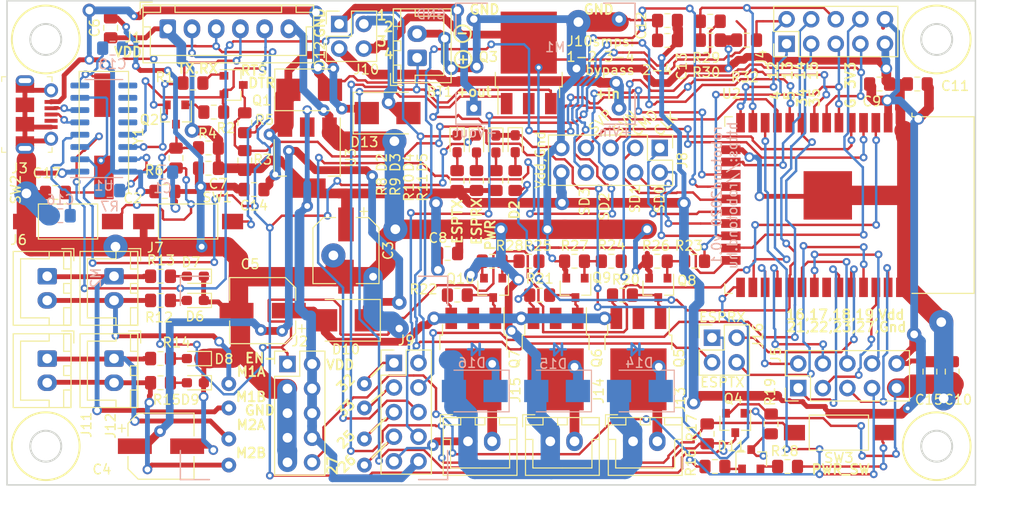
<source format=kicad_pcb>
(kicad_pcb (version 20171130) (host pcbnew 5.1.7-a382d34a8~87~ubuntu16.04.1)
  (layers (0 F.Cu signal) (31 B.Cu signal) (34 B.Paste user) (35 F.Paste user) (36 B.SilkS user) (37 F.SilkS user) (38 B.Mask user) (39 F.Mask user) (44 Edge.Cuts user))
  (net 0 "")
  (net 1 GND)
  (net 2 "Net-(BT1-Pad1)")
  (net 3 "Net-(C1-Pad1)")
  (net 4 "Net-(C4-Pad1)")
  (net 5 "Net-(C5-Pad1)")
  (net 6 VDD)
  (net 7 +5V)
  (net 8 /ESPTX)
  (net 9 "Net-(D2-Pad2)")
  (net 10 "Net-(D3-Pad2)")
  (net 11 /ESPRX)
  (net 12 "Net-(D4-Pad2)")
  (net 13 "Net-(D5-Pad2)")
  (net 14 "Net-(D6-Pad2)")
  (net 15 "Net-(D7-Pad2)")
  (net 16 "Net-(D8-Pad2)")
  (net 17 "Net-(D9-Pad2)")
  (net 18 "Net-(D11-Pad3)")
  (net 19 "Net-(D11-Pad2)")
  (net 20 "Net-(D11-Pad1)")
  (net 21 "Net-(D13-Pad2)")
  (net 22 /P1OUT)
  (net 23 /P2OUT)
  (net 24 /P3OUT)
  (net 25 /RTS)
  (net 26 /DTR)
  (net 27 /D27)
  (net 28 /EN)
  (net 29 "Net-(J3-Pad3)")
  (net 30 "Net-(J3-Pad2)")
  (net 31 /D4)
  (net 32 /D12)
  (net 33 /D5)
  (net 34 /D13)
  (net 35 /D34)
  (net 36 /D14)
  (net 37 /D35)
  (net 38 /D15)
  (net 39 /D19)
  (net 40 /D18)
  (net 41 /D23)
  (net 42 /D17)
  (net 43 /D22)
  (net 44 /D16)
  (net 45 /D21)
  (net 46 /M1A)
  (net 47 /M1B)
  (net 48 /CLK)
  (net 49 /SD0)
  (net 50 /CMD)
  (net 51 /SD1)
  (net 52 /SVN)
  (net 53 /SD2)
  (net 54 /SVP)
  (net 55 /SD3)
  (net 56 "Net-(J9-Pad1)")
  (net 57 /D32)
  (net 58 "Net-(J9-Pad3)")
  (net 59 /D33)
  (net 60 "Net-(J9-Pad5)")
  (net 61 /D25)
  (net 62 "Net-(J9-Pad7)")
  (net 63 /D26)
  (net 64 "Net-(J10-Pad1)")
  (net 65 "Net-(J10-Pad3)")
  (net 66 /M2B)
  (net 67 /M2A)
  (net 68 "Net-(Q1-Pad1)")
  (net 69 /D0)
  (net 70 "Net-(Q2-Pad1)")
  (net 71 "Net-(Q3-Pad1)")
  (net 72 "Net-(Q5-Pad1)")
  (net 73 "Net-(Q6-Pad1)")
  (net 74 "Net-(Q10-Pad3)")
  (net 75 "Net-(Q8-Pad1)")
  (net 76 "Net-(Q9-Pad1)")
  (net 77 "Net-(Q10-Pad1)")
  (net 78 "Net-(R5-Pad2)")
  (net 79 "Net-(R6-Pad2)")
  (net 80 /D2)
  (net 81 "Net-(R18-Pad1)")
  (net 82 "Net-(J16-Pad2)")
  (net 83 "Net-(J16-Pad4)")
  (net 84 "Net-(C16-Pad1)")
  (net 85 "Net-(C17-Pad1)")
  (net 86 "Net-(C18-Pad1)")
  (net 87 "Net-(R7-Pad2)")
  (module Connector_JST:JST_XH_B02B-XH-A_1x02_P2.50mm_Vertical (layer F.Cu) (at 142.35 55.9 90)
    (fp_text reference BT1 (at -3.5 2.35 180) (layer F.SilkS))
    (fp_text value 2xLi)
    (pad 2 thru_hole oval (at 2.5 0 90) (size 1.7 2) (drill 1) (layers *.Cu *.Mask) (net 1 GND))
    (pad 1 thru_hole roundrect (at 0 0 90) (size 1.7 2) (drill 1) (layers *.Cu *.Mask) (roundrect_rratio 0.147059) (net 2 "Net-(BT1-Pad1)"))
  )
  (module Capacitor_SMD:CP_Elec_6.3x7.7 (layer F.Cu) (at 135 75.8 270)
    (fp_text reference C3 (at 0 -4.35 270) (layer F.SilkS))
    (fp_text value 100uF)
    (pad 2 smd rect (at 2.7 0 270) (size 3.5 1.6) (layers F.Cu F.Paste F.Mask) (net 1 GND))
    (pad 1 smd rect (at -2.7 0 270) (size 3.5 1.6) (layers F.Cu F.Paste F.Mask) (net 6 VDD))
  )
  (module Capacitor_SMD:CP_Elec_6.3x7.7 (layer F.Cu) (at 115.9 96)
    (fp_text reference C4 (at -6.1 2.4) (layer F.SilkS))
    (fp_text value 220uF)
    (pad 1 smd rect (at -2.7 0) (size 3.5 1.6) (layers F.Cu F.Paste F.Mask) (net 4 "Net-(C4-Pad1)"))
    (pad 2 smd rect (at 2.7 0) (size 3.5 1.6) (layers F.Cu F.Paste F.Mask) (net 1 GND))
  )
  (module Capacitor_SMD:CP_Elec_6.3x7.7 (layer F.Cu) (at 126.4 82 180)
    (fp_text reference C5 (at 1.3 4.8 180) (layer F.SilkS))
    (fp_text value 220uF)
    (pad 1 smd rect (at -2.7 0 180) (size 3.5 1.6) (layers F.Cu F.Paste F.Mask) (net 5 "Net-(C5-Pad1)"))
    (pad 2 smd rect (at 2.7 0 180) (size 3.5 1.6) (layers F.Cu F.Paste F.Mask) (net 1 GND))
  )
  (module Capacitor_SMD:C_0805_2012Metric_Pad1.15x1.40mm_HandSolder (layer F.Cu) (at 110.7 52.8 90)
    (fp_text reference C6 (at 0 -1.65 90) (layer F.SilkS))
    (fp_text value 100n)
    (pad 1 smd roundrect (at -1.025 0 90) (size 1.15 1.4) (layers F.Cu F.Paste F.Mask) (roundrect_rratio 0.217391) (net 6 VDD))
    (pad 2 smd roundrect (at 1.025 0 90) (size 1.15 1.4) (layers F.Cu F.Paste F.Mask) (roundrect_rratio 0.217391) (net 1 GND))
  )
  (module Capacitor_SMD:C_0805_2012Metric_Pad1.15x1.40mm_HandSolder (layer F.Cu) (at 120.8 67.3 180)
    (fp_text reference C7 (at -1 -1.6 180) (layer F.SilkS))
    (fp_text value 100n)
    (pad 2 smd roundrect (at 1.025 0 180) (size 1.15 1.4) (layers F.Cu F.Paste F.Mask) (roundrect_rratio 0.217391) (net 1 GND))
    (pad 1 smd roundrect (at -1.025 0 180) (size 1.15 1.4) (layers F.Cu F.Paste F.Mask) (roundrect_rratio 0.217391) (net 6 VDD))
  )
  (module Capacitor_SMD:C_0805_2012Metric_Pad1.15x1.40mm_HandSolder (layer F.Cu) (at 145.5 76.1)
    (fp_text reference C8 (at -1 -1.6) (layer F.SilkS))
    (fp_text value 100n)
    (pad 1 smd roundrect (at -1.025 0) (size 1.15 1.4) (layers F.Cu F.Paste F.Mask) (roundrect_rratio 0.217391) (net 6 VDD))
    (pad 2 smd roundrect (at 1.025 0) (size 1.15 1.4) (layers F.Cu F.Paste F.Mask) (roundrect_rratio 0.217391) (net 1 GND))
  )
  (module Capacitor_SMD:C_0805_2012Metric_Pad1.15x1.40mm_HandSolder (layer F.Cu) (at 190.1 58.6)
    (fp_text reference C9 (at -0.8 1.8) (layer F.SilkS))
    (fp_text value 100n)
    (pad 1 smd roundrect (at -1.025 0) (size 1.15 1.4) (layers F.Cu F.Paste F.Mask) (roundrect_rratio 0.217391) (net 6 VDD))
    (pad 2 smd roundrect (at 1.025 0) (size 1.15 1.4) (layers F.Cu F.Paste F.Mask) (roundrect_rratio 0.217391) (net 1 GND))
  )
  (module Capacitor_SMD:C_0805_2012Metric_Pad1.15x1.40mm_HandSolder (layer F.Cu) (at 197.6 88.3 270)
    (fp_text reference C10 (at 2.9 -0.6) (layer F.SilkS))
    (fp_text value 100n)
    (pad 2 smd roundrect (at 1.025 0 270) (size 1.15 1.4) (layers F.Cu F.Paste F.Mask) (roundrect_rratio 0.217391) (net 1 GND))
    (pad 1 smd roundrect (at -1.025 0 270) (size 1.15 1.4) (layers F.Cu F.Paste F.Mask) (roundrect_rratio 0.217391) (net 6 VDD))
  )
  (module Capacitor_SMD:C_0805_2012Metric_Pad1.15x1.40mm_HandSolder (layer F.Cu) (at 194 58.6 180)
    (fp_text reference C11 (at -3.9 -0.2 180) (layer F.SilkS))
    (fp_text value 1u10V)
    (pad 1 smd roundrect (at -1.025 0 180) (size 1.15 1.4) (layers F.Cu F.Paste F.Mask) (roundrect_rratio 0.217391) (net 6 VDD))
    (pad 2 smd roundrect (at 1.025 0 180) (size 1.15 1.4) (layers F.Cu F.Paste F.Mask) (roundrect_rratio 0.217391) (net 1 GND))
  )
  (module Capacitor_SMD:C_0805_2012Metric_Pad1.15x1.40mm_HandSolder (layer F.Cu) (at 168.2 52.05 180)
    (fp_text reference C12 (at 2.719 -0.528 270) (layer F.SilkS))
    (fp_text value 100n)
    (pad 2 smd roundrect (at 1.025 0 180) (size 1.15 1.4) (layers F.Cu F.Paste F.Mask) (roundrect_rratio 0.217391) (net 1 GND))
    (pad 1 smd roundrect (at -1.025 0 180) (size 1.15 1.4) (layers F.Cu F.Paste F.Mask) (roundrect_rratio 0.217391) (net 6 VDD))
  )
  (module Capacitor_SMD:C_0805_2012Metric_Pad1.15x1.40mm_HandSolder (layer F.Cu) (at 168.2 54.1 180)
    (fp_text reference C13 (at -1.472 -2.669 270) (layer F.SilkS))
    (fp_text value 1u10V)
    (pad 1 smd roundrect (at -1.025 0 180) (size 1.15 1.4) (layers F.Cu F.Paste F.Mask) (roundrect_rratio 0.217391) (net 6 VDD))
    (pad 2 smd roundrect (at 1.025 0 180) (size 1.15 1.4) (layers F.Cu F.Paste F.Mask) (roundrect_rratio 0.217391) (net 1 GND))
  )
  (module Capacitor_SMD:C_0805_2012Metric_Pad1.15x1.40mm_HandSolder (layer F.Cu) (at 125.5 69.5 180)
    (fp_text reference C14 (at 0 -1.65 180) (layer F.SilkS))
    (fp_text value 10uF)
    (pad 2 smd roundrect (at 1.025 0 180) (size 1.15 1.4) (layers F.Cu F.Paste F.Mask) (roundrect_rratio 0.217391) (net 1 GND))
    (pad 1 smd roundrect (at -1.025 0 180) (size 1.15 1.4) (layers F.Cu F.Paste F.Mask) (roundrect_rratio 0.217391) (net 7 +5V))
  )
  (module Capacitor_SMD:C_0805_2012Metric_Pad1.15x1.40mm_HandSolder (layer F.Cu) (at 195.3 88.3 270)
    (fp_text reference C15 (at 2.9 0.1) (layer F.SilkS))
    (fp_text value 10uF)
    (pad 1 smd roundrect (at -1.025 0 270) (size 1.15 1.4) (layers F.Cu F.Paste F.Mask) (roundrect_rratio 0.217391) (net 6 VDD))
    (pad 2 smd roundrect (at 1.025 0 270) (size 1.15 1.4) (layers F.Cu F.Paste F.Mask) (roundrect_rratio 0.217391) (net 1 GND))
  )
  (module Diode_SMD:D_0603_1608Metric_Pad1.05x0.95mm_HandSolder (layer F.Cu) (at 146.477699 64.769716 270)
    (fp_text reference D2 (at 1.930284 7.777699 270) (layer F.SilkS))
    (fp_text value Red)
    (pad 1 smd roundrect (at -0.875 0 270) (size 1.05 0.95) (layers F.Cu F.Paste F.Mask) (net 8 /ESPTX))
    (pad 2 smd roundrect (at 0.875 0 270) (size 1.05 0.95) (layers F.Cu F.Paste F.Mask) (net 9 "Net-(D2-Pad2)"))
  )
  (module Diode_SMD:D_0603_1608Metric_Pad1.05x0.95mm_HandSolder (layer F.Cu) (at 148.4777 64.794716 270)
    (fp_text reference D3 (at 1.905284 8.3777 270) (layer F.SilkS))
    (fp_text value Gre)
    (pad 2 smd roundrect (at 0.875 0 270) (size 1.05 0.95) (layers F.Cu F.Paste F.Mask) (net 10 "Net-(D3-Pad2)"))
    (pad 1 smd roundrect (at -0.875 0 270) (size 1.05 0.95) (layers F.Cu F.Paste F.Mask) (net 11 /ESPRX))
  )
  (module Diode_SMD:D_0603_1608Metric_Pad1.05x0.95mm_HandSolder (layer F.Cu) (at 150.477699 64.794716 270)
    (fp_text reference D4 (at 1.905284 8.977699 270) (layer F.SilkS))
    (fp_text value Red)
    (pad 2 smd roundrect (at 0.875 0 270) (size 1.05 0.95) (layers F.Cu F.Paste F.Mask) (net 12 "Net-(D4-Pad2)"))
    (pad 1 smd roundrect (at -0.875 0 270) (size 1.05 0.95) (layers F.Cu F.Paste F.Mask) (net 1 GND))
  )
  (module Diode_SMD:D_0603_1608Metric_Pad1.05x0.95mm_HandSolder (layer F.Cu) (at 152.477699 64.769716 270)
    (fp_text reference D5 (at 1.930284 9.577699 270) (layer F.SilkS))
    (fp_text value Blue)
    (pad 1 smd roundrect (at -0.875 0 270) (size 1.05 0.95) (layers F.Cu F.Paste F.Mask) (net 1 GND))
    (pad 2 smd roundrect (at 0.875 0 270) (size 1.05 0.95) (layers F.Cu F.Paste F.Mask) (net 13 "Net-(D5-Pad2)"))
  )
  (module Diode_SMD:D_0603_1608Metric_Pad1.05x0.95mm_HandSolder (layer F.Cu) (at 119.45 80.95 180)
    (fp_text reference D6 (at 0.05 -1.65 180) (layer F.SilkS))
    (fp_text value Blue)
    (pad 2 smd roundrect (at 0.875 0 180) (size 1.05 0.95) (layers F.Cu F.Paste F.Mask) (net 14 "Net-(D6-Pad2)"))
    (pad 1 smd roundrect (at -0.875 0 180) (size 1.05 0.95) (layers F.Cu F.Paste F.Mask) (net 1 GND))
  )
  (module Diode_SMD:D_0603_1608Metric_Pad1.05x0.95mm_HandSolder (layer F.Cu) (at 119.45 78.45 180)
    (fp_text reference D7 (at 0.45 1.45 180) (layer F.SilkS))
    (fp_text value Blue)
    (pad 1 smd roundrect (at -0.875 0 180) (size 1.05 0.95) (layers F.Cu F.Paste F.Mask) (net 1 GND))
    (pad 2 smd roundrect (at 0.875 0 180) (size 1.05 0.95) (layers F.Cu F.Paste F.Mask) (net 15 "Net-(D7-Pad2)"))
  )
  (module Diode_SMD:D_0603_1608Metric_Pad1.05x0.95mm_HandSolder (layer F.Cu) (at 119.45 86.95 180)
    (fp_text reference D8 (at -2.95 -0.05 180) (layer F.SilkS))
    (fp_text value Blue)
    (pad 2 smd roundrect (at 0.875 0 180) (size 1.05 0.95) (layers F.Cu F.Paste F.Mask) (net 16 "Net-(D8-Pad2)"))
    (pad 1 smd roundrect (at -0.875 0 180) (size 1.05 0.95) (layers F.Cu F.Paste F.Mask) (net 1 GND))
  )
  (module Diode_SMD:D_0603_1608Metric_Pad1.05x0.95mm_HandSolder (layer F.Cu) (at 119.45 89.45 180)
    (fp_text reference D9 (at 0.55 -1.75 180) (layer F.SilkS))
    (fp_text value Blue)
    (pad 1 smd roundrect (at -0.875 0 180) (size 1.05 0.95) (layers F.Cu F.Paste F.Mask) (net 1 GND))
    (pad 2 smd roundrect (at 0.875 0 180) (size 1.05 0.95) (layers F.Cu F.Paste F.Mask) (net 17 "Net-(D9-Pad2)"))
  )
  (module Diode_SMD:D_SMB (layer F.Cu) (at 135 83 180)
    (fp_text reference D10 (at 0 -3 180) (layer F.SilkS))
    (fp_text value SS34A)
    (pad 2 smd rect (at 2.15 0 180) (size 2.5 2.3) (layers F.Cu F.Paste F.Mask) (net 5 "Net-(C5-Pad1)"))
    (pad 1 smd rect (at -2.15 0 180) (size 2.5 2.3) (layers F.Cu F.Paste F.Mask) (net 4 "Net-(C4-Pad1)"))
  )
  (module Package_TO_SOT_SMD:SOT-23 (layer F.Cu) (at 176.85 97.35 90)
    (fp_text reference D11 (at 1.35 -2.05 180) (layer F.SilkS))
    (fp_text value BAT54C)
    (pad 3 smd rect (at 1 0 90) (size 0.9 0.8) (layers F.Cu F.Paste F.Mask) (net 18 "Net-(D11-Pad3)"))
    (pad 2 smd rect (at -1 0.95 90) (size 0.9 0.8) (layers F.Cu F.Paste F.Mask) (net 19 "Net-(D11-Pad2)"))
    (pad 1 smd rect (at -1 -0.95 90) (size 0.9 0.8) (layers F.Cu F.Paste F.Mask) (net 20 "Net-(D11-Pad1)"))
  )
  (module Diode_SMD:D_SMB (layer F.Cu) (at 131.2 59.2)
    (fp_text reference D12 (at 1.1 -3.6 90) (layer F.SilkS))
    (fp_text value SS34A)
    (pad 1 smd rect (at -2.15 0) (size 2.5 2.3) (layers F.Cu F.Paste F.Mask) (net 7 +5V))
    (pad 2 smd rect (at 2.15 0) (size 2.5 2.3) (layers F.Cu F.Paste F.Mask) (net 3 "Net-(C1-Pad1)"))
  )
  (module Diode_SMD:D_SMB (layer F.Cu) (at 139.3 61.6)
    (fp_text reference D13 (at -2.4 3) (layer F.SilkS))
    (fp_text value SS34A)
    (pad 2 smd rect (at 2.15 0) (size 2.5 2.3) (layers F.Cu F.Paste F.Mask) (net 21 "Net-(D13-Pad2)"))
    (pad 1 smd rect (at -2.15 0) (size 2.5 2.3) (layers F.Cu F.Paste F.Mask) (net 7 +5V))
  )
  (module Diode_SMD:D_SMB (layer B.Cu) (at 165.35 90.3 180)
    (fp_text reference D14 (at 0.05 2.9 180) (layer B.SilkS) (effects (justify mirror)))
    (fp_text value ES2J)
    (pad 1 smd rect (at -2.15 0 180) (size 2.5 2.3) (layers B.Cu B.Paste B.Mask) (net 22 /P1OUT))
    (pad 2 smd rect (at 2.15 0 180) (size 2.5 2.3) (layers B.Cu B.Paste B.Mask) (net 1 GND))
  )
  (module Diode_SMD:D_SMB (layer B.Cu) (at 156.8 90.3 180)
    (fp_text reference D15 (at 0.4 2.8 180) (layer B.SilkS) (effects (justify mirror)))
    (fp_text value ES2J)
    (pad 2 smd rect (at 2.15 0 180) (size 2.5 2.3) (layers B.Cu B.Paste B.Mask) (net 1 GND))
    (pad 1 smd rect (at -2.15 0 180) (size 2.5 2.3) (layers B.Cu B.Paste B.Mask) (net 23 /P2OUT))
  )
  (module Diode_SMD:D_SMB (layer B.Cu) (at 148.3 90.3 180)
    (fp_text reference D16 (at 0.3 2.9 180) (layer B.SilkS) (effects (justify mirror)))
    (fp_text value ES2J)
    (pad 1 smd rect (at -2.15 0 180) (size 2.5 2.3) (layers B.Cu B.Paste B.Mask) (net 24 /P3OUT))
    (pad 2 smd rect (at 2.15 0 180) (size 2.5 2.3) (layers B.Cu B.Paste B.Mask) (net 1 GND))
  )
  (module Connector_JST:JST_XH_B06B-XH-A_1x06_P2.50mm_Vertical (layer F.Cu) (at 116.6 52.9)
    (fp_text reference J1 (at -3.6 0.9) (layer F.SilkS))
    (fp_text value Conn_01x06)
    (pad 1 thru_hole roundrect (at 0 0) (size 1.7 1.95) (drill 0.95) (layers *.Cu *.Mask) (roundrect_rratio 0.147059) (net 6 VDD))
    (pad 2 thru_hole oval (at 2.5 0) (size 1.7 1.95) (drill 0.95) (layers *.Cu *.Mask) (net 8 /ESPTX))
    (pad 3 thru_hole oval (at 5 0) (size 1.7 1.95) (drill 0.95) (layers *.Cu *.Mask) (net 11 /ESPRX))
    (pad 4 thru_hole oval (at 7.5 0) (size 1.7 1.95) (drill 0.95) (layers *.Cu *.Mask) (net 25 /RTS))
    (pad 5 thru_hole oval (at 10 0) (size 1.7 1.95) (drill 0.95) (layers *.Cu *.Mask) (net 26 /DTR))
    (pad 6 thru_hole oval (at 12.5 0) (size 1.7 1.95) (drill 0.95) (layers *.Cu *.Mask) (net 1 GND))
  )
  (module Connector_PinHeader_2.54mm:PinHeader_2x05_P2.54mm_Vertical (layer F.Cu) (at 128.96 87.51)
    (fp_text reference J2 (at 1.27 -2.33) (layer F.SilkS))
    (fp_text value PWR2x5)
    (pad 10 thru_hole oval (at 2.54 10.16) (size 1.7 1.7) (drill 1) (layers *.Cu *.Mask) (net 27 /D27))
    (pad 9 thru_hole oval (at 0 10.16) (size 1.7 1.7) (drill 1) (layers *.Cu *.Mask) (net 1 GND))
    (pad 8 thru_hole oval (at 2.54 7.62) (size 1.7 1.7) (drill 1) (layers *.Cu *.Mask) (net 6 VDD))
    (pad 7 thru_hole oval (at 0 7.62) (size 1.7 1.7) (drill 1) (layers *.Cu *.Mask) (net 1 GND))
    (pad 6 thru_hole oval (at 2.54 5.08) (size 1.7 1.7) (drill 1) (layers *.Cu *.Mask) (net 6 VDD))
    (pad 5 thru_hole oval (at 0 5.08) (size 1.7 1.7) (drill 1) (layers *.Cu *.Mask) (net 1 GND))
    (pad 4 thru_hole oval (at 2.54 2.54) (size 1.7 1.7) (drill 1) (layers *.Cu *.Mask) (net 6 VDD))
    (pad 3 thru_hole oval (at 0 2.54) (size 1.7 1.7) (drill 1) (layers *.Cu *.Mask) (net 1 GND))
    (pad 2 thru_hole oval (at 2.54 0) (size 1.7 1.7) (drill 1) (layers *.Cu *.Mask) (net 6 VDD))
    (pad 1 thru_hole rect (at 0 0) (size 1.7 1.7) (drill 1) (layers *.Cu *.Mask) (net 28 /EN))
  )
  (module tjp_footprints:USB_Micro_B_Female_1050170001 (layer F.Cu) (at 104.55 61.75 270)
    (fp_text reference J3 (at 5.55 3.25) (layer F.SilkS))
    (fp_text value USB_B_Micro)
    (pad SH smd rect (at -3.33 1.87 270) (size 0.3 0.24) (layers F.Cu F.Paste F.Mask))
    (pad 6 thru_hole oval (at 3.5 2.7 270) (size 1.1 1.9) (drill oval 0.5 1.3) (layers *.Cu *.Mask) (net 1 GND))
    (pad 6 smd rect (at -1 2.7 270) (size 1.5 1.9) (layers F.Cu F.Paste F.Mask) (net 1 GND))
    (pad 5 smd rect (at 1.3 0 270) (size 0.4 1.35) (layers F.Cu F.Paste F.Mask) (net 1 GND))
    (pad 4 smd rect (at 0.65 0 270) (size 0.4 1.35) (layers F.Cu F.Paste F.Mask))
    (pad 3 smd rect (at 0 0 270) (size 0.4 1.35) (layers F.Cu F.Paste F.Mask) (net 29 "Net-(J3-Pad3)"))
    (pad 2 smd rect (at -0.65 0 270) (size 0.4 1.35) (layers F.Cu F.Paste F.Mask) (net 30 "Net-(J3-Pad2)"))
    (pad 1 smd rect (at -1.3 0 270) (size 0.4 1.35) (layers F.Cu F.Paste F.Mask) (net 3 "Net-(C1-Pad1)"))
    (pad 6 thru_hole circle (at -2.5 0 270) (size 1.45 1.45) (drill 0.85) (layers *.Cu *.Mask) (net 1 GND))
    (pad 6 thru_hole circle (at 2.5 0 270) (size 1.45 1.45) (drill 0.85) (layers *.Cu *.Mask) (net 1 GND))
    (pad 6 smd rect (at 1 2.7 270) (size 1.5 1.9) (layers F.Cu F.Paste F.Mask) (net 1 GND))
    (pad 6 thru_hole oval (at -3.5 2.7 270) (size 1.1 1.9) (drill oval 0.5 1.3) (layers *.Cu *.Mask) (net 1 GND))
    (pad 6 smd rect (at -2.75 2.7 270) (size 1 1.9) (layers F.Cu F.Paste F.Mask) (net 1 GND))
    (pad 6 smd rect (at 2.75 2.7 270) (size 1 1.9) (layers F.Cu F.Paste F.Mask) (net 1 GND))
    (pad SH smd rect (at -3.33 3.53 270) (size 0.3 0.24) (layers F.Cu F.Paste F.Mask))
    (pad SH smd rect (at 3.33 3.53 270) (size 0.3 0.24) (layers F.Cu F.Paste F.Mask))
    (pad SH smd rect (at 3.33 1.87 270) (size 0.3 0.24) (layers F.Cu F.Paste F.Mask))
  )
  (module Connector_PinHeader_2.54mm:PinHeader_2x05_P2.54mm_Vertical (layer F.Cu) (at 180.5 54.45 90)
    (fp_text reference J4 (at -1.45 -2.6 270) (layer F.SilkS))
    (fp_text value 2x5Header)
    (pad 1 thru_hole rect (at 0 0 90) (size 1.7 1.7) (drill 1) (layers *.Cu *.Mask) (net 31 /D4))
    (pad 2 thru_hole oval (at 2.54 0 90) (size 1.7 1.7) (drill 1) (layers *.Cu *.Mask) (net 32 /D12))
    (pad 3 thru_hole oval (at 0 2.54 90) (size 1.7 1.7) (drill 1) (layers *.Cu *.Mask) (net 33 /D5))
    (pad 4 thru_hole oval (at 2.54 2.54 90) (size 1.7 1.7) (drill 1) (layers *.Cu *.Mask) (net 34 /D13))
    (pad 5 thru_hole oval (at 0 5.08 90) (size 1.7 1.7) (drill 1) (layers *.Cu *.Mask) (net 35 /D34))
    (pad 6 thru_hole oval (at 2.54 5.08 90) (size 1.7 1.7) (drill 1) (layers *.Cu *.Mask) (net 36 /D14))
    (pad 7 thru_hole oval (at 0 7.62 90) (size 1.7 1.7) (drill 1) (layers *.Cu *.Mask) (net 37 /D35))
    (pad 8 thru_hole oval (at 2.54 7.62 90) (size 1.7 1.7) (drill 1) (layers *.Cu *.Mask) (net 38 /D15))
    (pad 9 thru_hole oval (at 0 10.16 90) (size 1.7 1.7) (drill 1) (layers *.Cu *.Mask) (net 1 GND))
    (pad 10 thru_hole oval (at 2.54 10.16 90) (size 1.7 1.7) (drill 1) (layers *.Cu *.Mask) (net 6 VDD))
  )
  (module Connector_PinHeader_2.54mm:PinHeader_2x05_P2.54mm_Vertical (layer F.Cu) (at 181.7 90 90)
    (fp_text reference J5 (at 3.4 -2.3 90) (layer F.SilkS))
    (fp_text value 2x5Header)
    (pad 10 thru_hole oval (at 2.54 10.16 90) (size 1.7 1.7) (drill 1) (layers *.Cu *.Mask) (net 6 VDD))
    (pad 9 thru_hole oval (at 0 10.16 90) (size 1.7 1.7) (drill 1) (layers *.Cu *.Mask) (net 1 GND))
    (pad 8 thru_hole oval (at 2.54 7.62 90) (size 1.7 1.7) (drill 1) (layers *.Cu *.Mask) (net 39 /D19))
    (pad 7 thru_hole oval (at 0 7.62 90) (size 1.7 1.7) (drill 1) (layers *.Cu *.Mask) (net 27 /D27))
    (pad 6 thru_hole oval (at 2.54 5.08 90) (size 1.7 1.7) (drill 1) (layers *.Cu *.Mask) (net 40 /D18))
    (pad 5 thru_hole oval (at 0 5.08 90) (size 1.7 1.7) (drill 1) (layers *.Cu *.Mask) (net 41 /D23))
    (pad 4 thru_hole oval (at 2.54 2.54 90) (size 1.7 1.7) (drill 1) (layers *.Cu *.Mask) (net 42 /D17))
    (pad 3 thru_hole oval (at 0 2.54 90) (size 1.7 1.7) (drill 1) (layers *.Cu *.Mask) (net 43 /D22))
    (pad 2 thru_hole oval (at 2.54 0 90) (size 1.7 1.7) (drill 1) (layers *.Cu *.Mask) (net 44 /D16))
    (pad 1 thru_hole rect (at 0 0 90) (size 1.7 1.7) (drill 1) (layers *.Cu *.Mask) (net 45 /D21))
  )
  (module Connector_JST:JST_XH_B02B-XH-A_1x02_P2.50mm_Vertical (layer F.Cu) (at 104.15 78.45 270)
    (fp_text reference J6 (at -3.75 2.95) (layer F.SilkS))
    (fp_text value FR)
    (pad 2 thru_hole oval (at 2.5 0 270) (size 1.7 2) (drill 1) (layers *.Cu *.Mask) (net 46 /M1A))
    (pad 1 thru_hole roundrect (at 0 0 270) (size 1.7 2) (drill 1) (layers *.Cu *.Mask) (roundrect_rratio 0.147059) (net 47 /M1B))
  )
  (module Connector_JST:JST_XH_B02B-XH-A_1x02_P2.50mm_Vertical (layer F.Cu) (at 111.05 78.45 270)
    (fp_text reference J7 (at -2.95 -4.25) (layer F.SilkS))
    (fp_text value RR)
    (pad 1 thru_hole roundrect (at 0 0 270) (size 1.7 2) (drill 1) (layers *.Cu *.Mask) (roundrect_rratio 0.147059) (net 47 /M1B))
    (pad 2 thru_hole oval (at 2.5 0 270) (size 1.7 2) (drill 1) (layers *.Cu *.Mask) (net 46 /M1A))
  )
  (module Connector_PinHeader_2.54mm:PinHeader_2x05_P2.54mm_Vertical (layer F.Cu) (at 167.4 65.2 270)
    (fp_text reference J8 (at 1.27 -2.33 270) (layer F.SilkS))
    (fp_text value 2x5Header)
    (pad 1 thru_hole rect (at 0 0 270) (size 1.7 1.7) (drill 1) (layers *.Cu *.Mask) (net 48 /CLK))
    (pad 2 thru_hole oval (at 2.54 0 270) (size 1.7 1.7) (drill 1) (layers *.Cu *.Mask) (net 49 /SD0))
    (pad 3 thru_hole oval (at 0 2.54 270) (size 1.7 1.7) (drill 1) (layers *.Cu *.Mask) (net 50 /CMD))
    (pad 4 thru_hole oval (at 2.54 2.54 270) (size 1.7 1.7) (drill 1) (layers *.Cu *.Mask) (net 51 /SD1))
    (pad 5 thru_hole oval (at 0 5.08 270) (size 1.7 1.7) (drill 1) (layers *.Cu *.Mask) (net 52 /SVN))
    (pad 6 thru_hole oval (at 2.54 5.08 270) (size 1.7 1.7) (drill 1) (layers *.Cu *.Mask) (net 53 /SD2))
    (pad 7 thru_hole oval (at 0 7.62 270) (size 1.7 1.7) (drill 1) (layers *.Cu *.Mask) (net 54 /SVP))
    (pad 8 thru_hole oval (at 2.54 7.62 270) (size 1.7 1.7) (drill 1) (layers *.Cu *.Mask) (net 55 /SD3))
    (pad 9 thru_hole oval (at 0 10.16 270) (size 1.7 1.7) (drill 1) (layers *.Cu *.Mask) (net 1 GND))
    (pad 10 thru_hole oval (at 2.54 10.16 270) (size 1.7 1.7) (drill 1) (layers *.Cu *.Mask) (net 6 VDD))
  )
  (module Connector_PinHeader_2.54mm:PinHeader_2x05_P2.54mm_Vertical (layer F.Cu) (at 139.95 87.4)
    (fp_text reference J9 (at 1.27 -2.33) (layer F.SilkS))
    (fp_text value 2x5Header)
    (pad 1 thru_hole rect (at 0 0) (size 1.7 1.7) (drill 1) (layers *.Cu *.Mask) (net 56 "Net-(J9-Pad1)"))
    (pad 2 thru_hole oval (at 2.54 0) (size 1.7 1.7) (drill 1) (layers *.Cu *.Mask) (net 57 /D32))
    (pad 3 thru_hole oval (at 0 2.54) (size 1.7 1.7) (drill 1) (layers *.Cu *.Mask) (net 58 "Net-(J9-Pad3)"))
    (pad 4 thru_hole oval (at 2.54 2.54) (size 1.7 1.7) (drill 1) (layers *.Cu *.Mask) (net 59 /D33))
    (pad 5 thru_hole oval (at 0 5.08) (size 1.7 1.7) (drill 1) (layers *.Cu *.Mask) (net 60 "Net-(J9-Pad5)"))
    (pad 6 thru_hole oval (at 2.54 5.08) (size 1.7 1.7) (drill 1) (layers *.Cu *.Mask) (net 61 /D25))
    (pad 7 thru_hole oval (at 0 7.62) (size 1.7 1.7) (drill 1) (layers *.Cu *.Mask) (net 62 "Net-(J9-Pad7)"))
    (pad 8 thru_hole oval (at 2.54 7.62) (size 1.7 1.7) (drill 1) (layers *.Cu *.Mask) (net 63 /D26))
    (pad 9 thru_hole oval (at 0 10.16) (size 1.7 1.7) (drill 1) (layers *.Cu *.Mask) (net 1 GND))
    (pad 10 thru_hole oval (at 2.54 10.16) (size 1.7 1.7) (drill 1) (layers *.Cu *.Mask) (net 6 VDD))
  )
  (module Connector_PinHeader_2.54mm:PinHeader_2x02_P2.54mm_Vertical (layer F.Cu) (at 134.3 52.4)
    (fp_text reference J10 (at 2.8 4.7) (layer F.SilkS))
    (fp_text value MP)
    (pad 1 thru_hole rect (at 0 0) (size 1.7 1.7) (drill 1) (layers *.Cu *.Mask) (net 64 "Net-(J10-Pad1)"))
    (pad 2 thru_hole oval (at 2.54 0) (size 1.7 1.7) (drill 1) (layers *.Cu *.Mask) (net 21 "Net-(D13-Pad2)"))
    (pad 3 thru_hole oval (at 0 2.54) (size 1.7 1.7) (drill 1) (layers *.Cu *.Mask) (net 65 "Net-(J10-Pad3)"))
    (pad 4 thru_hole oval (at 2.54 2.54) (size 1.7 1.7) (drill 1) (layers *.Cu *.Mask) (net 5 "Net-(C5-Pad1)"))
  )
  (module Connector_JST:JST_XH_B02B-XH-A_1x02_P2.50mm_Vertical (layer F.Cu) (at 104.15 86.95 270)
    (fp_text reference J11 (at 6.85 -4.05 270) (layer F.SilkS))
    (fp_text value FL)
    (pad 2 thru_hole oval (at 2.5 0 270) (size 1.7 2) (drill 1) (layers *.Cu *.Mask) (net 66 /M2B))
    (pad 1 thru_hole roundrect (at 0 0 270) (size 1.7 2) (drill 1) (layers *.Cu *.Mask) (roundrect_rratio 0.147059) (net 67 /M2A))
  )
  (module Connector_JST:JST_XH_B02B-XH-A_1x02_P2.50mm_Vertical (layer F.Cu) (at 111.05 86.95 270)
    (fp_text reference J12 (at 6.95 0.35 270) (layer F.SilkS))
    (fp_text value RL)
    (pad 1 thru_hole roundrect (at 0 0 270) (size 1.7 2) (drill 1) (layers *.Cu *.Mask) (roundrect_rratio 0.147059) (net 67 /M2A))
    (pad 2 thru_hole oval (at 2.5 0 270) (size 1.7 2) (drill 1) (layers *.Cu *.Mask) (net 66 /M2B))
  )
  (module Connector_JST:JST_XH_B02B-XH-A_1x02_P2.50mm_Vertical (layer F.Cu) (at 164.65 95.5)
    (fp_text reference J13 (at 4.85 -4.3 90) (layer F.SilkS))
    (fp_text value P1)
    (pad 2 thru_hole oval (at 2.5 0) (size 1.7 2) (drill 1) (layers *.Cu *.Mask) (net 22 /P1OUT))
    (pad 1 thru_hole roundrect (at 0 0) (size 1.7 2) (drill 1) (layers *.Cu *.Mask) (roundrect_rratio 0.147059) (net 1 GND))
  )
  (module Connector_JST:JST_XH_B02B-XH-A_1x02_P2.50mm_Vertical (layer F.Cu) (at 156.1 95.5)
    (fp_text reference J14 (at 5 -5.2 90) (layer F.SilkS))
    (fp_text value P2)
    (pad 1 thru_hole roundrect (at 0 0) (size 1.7 2) (drill 1) (layers *.Cu *.Mask) (roundrect_rratio 0.147059) (net 1 GND))
    (pad 2 thru_hole oval (at 2.5 0) (size 1.7 2) (drill 1) (layers *.Cu *.Mask) (net 23 /P2OUT))
  )
  (module Connector_JST:JST_XH_B02B-XH-A_1x02_P2.50mm_Vertical (layer F.Cu) (at 147.6 95.5)
    (fp_text reference J15 (at 4.9 -5.3 90) (layer F.SilkS))
    (fp_text value P3)
    (pad 1 thru_hole roundrect (at 0 0) (size 1.7 2) (drill 1) (layers *.Cu *.Mask) (roundrect_rratio 0.147059) (net 1 GND))
    (pad 2 thru_hole oval (at 2.5 0) (size 1.7 2) (drill 1) (layers *.Cu *.Mask) (net 24 /P3OUT))
  )
  (module tjp_footprints:MP2307MOD (layer B.Cu) (at 164.6 50.5 180)
    (fp_text reference M1 (at 8 -4.3 180) (layer B.SilkS) (effects (justify mirror)))
    (fp_text value SMPS_module1)
    (fp_text user +Vin (at 1.77 -13.03 180) (layer B.SilkS) (effects (justify mirror)))
    (fp_text user +Vout (at 16.2 -13.09 180) (layer B.SilkS) (effects (justify mirror)))
    (fp_text user GND (at 20.8 -0.9 180) (layer B.SilkS) (effects (justify mirror)))
    (pad 1 thru_hole rect (at 16.4 -10.6 180) (size 1.524 1.524) (drill 0.762) (layers *.Cu *.Mask) (net 64 "Net-(J10-Pad1)"))
    (pad 2 thru_hole circle (at 16.4 -1.4 180) (size 1.524 1.524) (drill 0.762) (layers *.Cu *.Mask) (net 1 GND))
    (pad 3 thru_hole circle (at 1.4 -10.6 180) (size 1.524 1.524) (drill 0.762) (layers *.Cu *.Mask) (net 65 "Net-(J10-Pad3)"))
    (pad 4 thru_hole circle (at 1.4 -1.4 180) (size 1.524 1.524) (drill 0.762) (layers *.Cu *.Mask) (net 1 GND))
  )
  (module tjp_footprints:MX1608MOD (layer B.Cu) (at 117.9 78.45 270)
    (fp_text reference M2 (at 0.17 8.73 270) (layer B.SilkS) (effects (justify mirror)))
    (fp_text value Motordrv_module)
    (pad 1 thru_hole circle (at 11.1 -19 270) (size 1.524 1.524) (drill 0.762) (layers *.Cu *.Mask) (net 56 "Net-(J9-Pad1)"))
    (pad 2 thru_hole circle (at 13.6 -19 270) (size 1.524 1.524) (drill 0.762) (layers *.Cu *.Mask) (net 58 "Net-(J9-Pad3)"))
    (pad 3 thru_hole circle (at 16.8 -19 270) (size 1.524 1.524) (drill 0.762) (layers *.Cu *.Mask) (net 60 "Net-(J9-Pad5)"))
    (pad 4 thru_hole circle (at 19.5 -19 270) (size 1.524 1.524) (drill 0.762) (layers *.Cu *.Mask) (net 62 "Net-(J9-Pad7)"))
    (pad 5 thru_hole circle (at 11.1 -5 270) (size 1.524 1.524) (drill 0.762) (layers *.Cu *.Mask) (net 46 /M1A))
    (pad 6 thru_hole circle (at 13.6 -5 270) (size 1.524 1.524) (drill 0.762) (layers *.Cu *.Mask) (net 47 /M1B))
    (pad 7 thru_hole circle (at 16.8 -5 270) (size 1.524 1.524) (drill 0.762) (layers *.Cu *.Mask) (net 67 /M2A))
    (pad 8 thru_hole circle (at 19.5 -5 270) (size 1.524 1.524) (drill 0.762) (layers *.Cu *.Mask) (net 66 /M2B))
    (pad 9 thru_hole circle (at 2.7 -22.6 270) (size 1.524 1.524) (drill 0.762) (layers *.Cu *.Mask) (net 4 "Net-(C4-Pad1)"))
    (pad 10 thru_hole circle (at 5.4 -22.6 270) (size 1.524 1.524) (drill 0.762) (layers *.Cu *.Mask) (net 1 GND))
  )
  (module Package_TO_SOT_SMD:SOT-23 (layer F.Cu) (at 123.4 58.7)
    (fp_text reference Q1 (at 2.9 1.6) (layer F.SilkS))
    (fp_text value BC848)
    (pad 1 smd rect (at -1 -0.95) (size 0.9 0.8) (layers F.Cu F.Paste F.Mask) (net 68 "Net-(Q1-Pad1)"))
    (pad 2 smd rect (at -1 0.95) (size 0.9 0.8) (layers F.Cu F.Paste F.Mask) (net 26 /DTR))
    (pad 3 smd rect (at 1 0) (size 0.9 0.8) (layers F.Cu F.Paste F.Mask) (net 69 /D0))
  )
  (module Package_TO_SOT_SMD:SOT-23 (layer F.Cu) (at 117.45 61.75 270)
    (fp_text reference Q2 (at 0.55 2.75) (layer F.SilkS))
    (fp_text value BC848)
    (pad 1 smd rect (at -1 -0.95 270) (size 0.9 0.8) (layers F.Cu F.Paste F.Mask) (net 70 "Net-(Q2-Pad1)"))
    (pad 2 smd rect (at -1 0.95 270) (size 0.9 0.8) (layers F.Cu F.Paste F.Mask) (net 25 /RTS))
    (pad 3 smd rect (at 1 0 270) (size 0.9 0.8) (layers F.Cu F.Paste F.Mask) (net 28 /EN))
  )
  (module Package_TO_SOT_SMD:TO-252-3_TabPin4 (layer F.Cu) (at 153.875 56.425 90)
    (fp_text reference Q3 (at 0.625 -4.175 180) (layer F.SilkS))
    (fp_text value NTD2955)
    (pad 4 smd rect (at 2.1 0 90) (size 6.4 5.8) (layers F.Cu F.Mask) (net 5 "Net-(C5-Pad1)"))
    (pad 3 smd rect (at -4.2 2.28 90) (size 2.2 1.2) (layers F.Cu F.Paste F.Mask) (net 2 "Net-(BT1-Pad1)"))
    (pad 2 smd rect (at -4.2 0 90) (size 2.2 1.2) (layers F.Cu F.Paste F.Mask))
    (pad 1 smd rect (at -4.2 -2.28 90) (size 2.2 1.2) (layers F.Cu F.Paste F.Mask) (net 71 "Net-(Q3-Pad1)"))
  )
  (module Package_TO_SOT_SMD:SOT-23 (layer F.Cu) (at 175.2 93.6 270)
    (fp_text reference Q4 (at -2.5 0.2) (layer F.SilkS))
    (fp_text value BC848)
    (pad 3 smd rect (at 1 0 270) (size 0.9 0.8) (layers F.Cu F.Paste F.Mask) (net 71 "Net-(Q3-Pad1)"))
    (pad 2 smd rect (at -1 0.95 270) (size 0.9 0.8) (layers F.Cu F.Paste F.Mask) (net 1 GND))
    (pad 1 smd rect (at -1 -0.95 270) (size 0.9 0.8) (layers F.Cu F.Paste F.Mask) (net 18 "Net-(D11-Pad3)"))
  )
  (module Package_TO_SOT_SMD:TO-252-3_TabPin4 (layer F.Cu) (at 156.65 87 270)
    (fp_text reference Q6 (at -0.1 -4.25 270) (layer F.SilkS))
    (fp_text value NTD2955)
    (pad 1 smd rect (at -4.2 -2.28 270) (size 2.2 1.2) (layers F.Cu F.Paste F.Mask) (net 73 "Net-(Q6-Pad1)"))
    (pad 2 smd rect (at -4.2 0 270) (size 2.2 1.2) (layers F.Cu F.Paste F.Mask))
    (pad 3 smd rect (at -4.2 2.28 270) (size 2.2 1.2) (layers F.Cu F.Paste F.Mask) (net 5 "Net-(C5-Pad1)"))
    (pad 4 smd rect (at 2.1 0 270) (size 6.4 5.8) (layers F.Cu F.Mask) (net 23 /P2OUT))
  )
  (module Package_TO_SOT_SMD:TO-252-3_TabPin4 (layer F.Cu) (at 148.15 87 270)
    (fp_text reference Q7 (at 0 -4.25 270) (layer F.SilkS))
    (fp_text value NTD2955)
    (pad 4 smd rect (at 2.1 0 270) (size 6.4 5.8) (layers F.Cu F.Mask) (net 24 /P3OUT))
    (pad 3 smd rect (at -4.2 2.28 270) (size 2.2 1.2) (layers F.Cu F.Paste F.Mask) (net 5 "Net-(C5-Pad1)"))
    (pad 2 smd rect (at -4.2 0 270) (size 2.2 1.2) (layers F.Cu F.Paste F.Mask))
    (pad 1 smd rect (at -4.2 -2.28 270) (size 2.2 1.2) (layers F.Cu F.Paste F.Mask) (net 74 "Net-(Q10-Pad3)"))
  )
  (module Package_TO_SOT_SMD:SOT-23 (layer F.Cu) (at 167.25 79.65 270)
    (fp_text reference Q8 (at -0.75 -2.95) (layer F.SilkS))
    (fp_text value BC848)
    (pad 3 smd rect (at 1 0 270) (size 0.9 0.8) (layers F.Cu F.Paste F.Mask) (net 72 "Net-(Q5-Pad1)"))
    (pad 2 smd rect (at -1 0.95 270) (size 0.9 0.8) (layers F.Cu F.Paste F.Mask) (net 1 GND))
    (pad 1 smd rect (at -1 -0.95 270) (size 0.9 0.8) (layers F.Cu F.Paste F.Mask) (net 75 "Net-(Q8-Pad1)"))
  )
  (module Package_TO_SOT_SMD:SOT-23 (layer F.Cu) (at 158.7 79.65 270)
    (fp_text reference Q9 (at -1.05 -2.7) (layer F.SilkS))
    (fp_text value BC848)
    (pad 1 smd rect (at -1 -0.95 270) (size 0.9 0.8) (layers F.Cu F.Paste F.Mask) (net 76 "Net-(Q9-Pad1)"))
    (pad 2 smd rect (at -1 0.95 270) (size 0.9 0.8) (layers F.Cu F.Paste F.Mask) (net 1 GND))
    (pad 3 smd rect (at 1 0 270) (size 0.9 0.8) (layers F.Cu F.Paste F.Mask) (net 73 "Net-(Q6-Pad1)"))
  )
  (module Package_TO_SOT_SMD:SOT-23 (layer F.Cu) (at 150.2 79.65 270)
    (fp_text reference Q10 (at -0.95 3.4) (layer F.SilkS))
    (fp_text value BC848)
    (pad 3 smd rect (at 1 0 270) (size 0.9 0.8) (layers F.Cu F.Paste F.Mask) (net 74 "Net-(Q10-Pad3)"))
    (pad 2 smd rect (at -1 0.95 270) (size 0.9 0.8) (layers F.Cu F.Paste F.Mask) (net 1 GND))
    (pad 1 smd rect (at -1 -0.95 270) (size 0.9 0.8) (layers F.Cu F.Paste F.Mask) (net 77 "Net-(Q10-Pad1)"))
  )
  (module Resistor_SMD:R_0805_2012Metric_Pad1.15x1.40mm_HandSolder (layer F.Cu) (at 119.2 58.5)
    (fp_text reference R1 (at -2.9 -0.6) (layer F.SilkS))
    (fp_text value 10k)
    (pad 2 smd roundrect (at 1.025 0) (size 1.15 1.4) (layers F.Cu F.Paste F.Mask) (roundrect_rratio 0.217391) (net 68 "Net-(Q1-Pad1)"))
    (pad 1 smd roundrect (at -1.025 0) (size 1.15 1.4) (layers F.Cu F.Paste F.Mask) (roundrect_rratio 0.217391) (net 25 /RTS))
  )
  (module Resistor_SMD:R_0805_2012Metric_Pad1.15x1.40mm_HandSolder (layer F.Cu) (at 121.35 61.5 180)
    (fp_text reference R2 (at -1.25 -1.65 180) (layer F.SilkS))
    (fp_text value 10k)
    (pad 1 smd roundrect (at -1.025 0 180) (size 1.15 1.4) (layers F.Cu F.Paste F.Mask) (roundrect_rratio 0.217391) (net 26 /DTR))
    (pad 2 smd roundrect (at 1.025 0 180) (size 1.15 1.4) (layers F.Cu F.Paste F.Mask) (roundrect_rratio 0.217391) (net 70 "Net-(Q2-Pad1)"))
  )
  (module Resistor_SMD:R_0805_2012Metric_Pad1.15x1.40mm_HandSolder (layer F.Cu) (at 124.55 66.5 90)
    (fp_text reference R3 (at 0.1 1.85 180) (layer F.SilkS))
    (fp_text value 10k)
    (pad 2 smd roundrect (at 1.025 0 90) (size 1.15 1.4) (layers F.Cu F.Paste F.Mask) (roundrect_rratio 0.217391) (net 69 /D0))
    (pad 1 smd roundrect (at -1.025 0 90) (size 1.15 1.4) (layers F.Cu F.Paste F.Mask) (roundrect_rratio 0.217391) (net 6 VDD))
  )
  (module Resistor_SMD:R_0805_2012Metric_Pad1.15x1.40mm_HandSolder (layer F.Cu) (at 120.8 65.2 180)
    (fp_text reference R4 (at 0.1 1.5 180) (layer F.SilkS))
    (fp_text value 10k)
    (pad 1 smd roundrect (at -1.025 0 180) (size 1.15 1.4) (layers F.Cu F.Paste F.Mask) (roundrect_rratio 0.217391) (net 6 VDD))
    (pad 2 smd roundrect (at 1.025 0 180) (size 1.15 1.4) (layers F.Cu F.Paste F.Mask) (roundrect_rratio 0.217391) (net 28 /EN))
  )
  (module Resistor_SMD:R_0805_2012Metric_Pad1.15x1.40mm_HandSolder (layer F.Cu) (at 124.55 62.6 270)
    (fp_text reference R5 (at -0.3 -2.05) (layer F.SilkS))
    (fp_text value 330R)
    (pad 2 smd roundrect (at 1.025 0 270) (size 1.15 1.4) (layers F.Cu F.Paste F.Mask) (roundrect_rratio 0.217391) (net 78 "Net-(R5-Pad2)"))
    (pad 1 smd roundrect (at -1.025 0 270) (size 1.15 1.4) (layers F.Cu F.Paste F.Mask) (roundrect_rratio 0.217391) (net 69 /D0))
  )
  (module Resistor_SMD:R_0805_2012Metric_Pad1.15x1.40mm_HandSolder (layer F.Cu) (at 117.45 66.25 270)
    (fp_text reference R6 (at 1.25 2.25) (layer F.SilkS))
    (fp_text value 330R)
    (pad 2 smd roundrect (at 1.025 0 270) (size 1.15 1.4) (layers F.Cu F.Paste F.Mask) (roundrect_rratio 0.217391) (net 79 "Net-(R6-Pad2)"))
    (pad 1 smd roundrect (at -1.025 0 270) (size 1.15 1.4) (layers F.Cu F.Paste F.Mask) (roundrect_rratio 0.217391) (net 28 /EN))
  )
  (module Resistor_SMD:R_0805_2012Metric_Pad1.15x1.40mm_HandSolder (layer F.Cu) (at 146.477699 68.569716 90)
    (fp_text reference R8 (at -0.630284 -7.777699 90) (layer F.SilkS))
    (fp_text value 1k0)
    (pad 1 smd roundrect (at -1.025 0 90) (size 1.15 1.4) (layers F.Cu F.Paste F.Mask) (roundrect_rratio 0.217391) (net 6 VDD))
    (pad 2 smd roundrect (at 1.025 0 90) (size 1.15 1.4) (layers F.Cu F.Paste F.Mask) (roundrect_rratio 0.217391) (net 9 "Net-(D2-Pad2)"))
  )
  (module Resistor_SMD:R_0805_2012Metric_Pad1.15x1.40mm_HandSolder (layer F.Cu) (at 148.4777 68.569716 90)
    (fp_text reference R9 (at -0.630284 -8.3777 90) (layer F.SilkS))
    (fp_text value 1k0)
    (pad 2 smd roundrect (at 1.025 0 90) (size 1.15 1.4) (layers F.Cu F.Paste F.Mask) (roundrect_rratio 0.217391) (net 10 "Net-(D3-Pad2)"))
    (pad 1 smd roundrect (at -1.025 0 90) (size 1.15 1.4) (layers F.Cu F.Paste F.Mask) (roundrect_rratio 0.217391) (net 6 VDD))
  )
  (module Resistor_SMD:R_0805_2012Metric_Pad1.15x1.40mm_HandSolder (layer F.Cu) (at 150.477699 68.569716 90)
    (fp_text reference R10 (at -0.730284 -8.977699 90) (layer F.SilkS))
    (fp_text value 1k0)
    (pad 1 smd roundrect (at -1.025 0 90) (size 1.15 1.4) (layers F.Cu F.Paste F.Mask) (roundrect_rratio 0.217391) (net 6 VDD))
    (pad 2 smd roundrect (at 1.025 0 90) (size 1.15 1.4) (layers F.Cu F.Paste F.Mask) (roundrect_rratio 0.217391) (net 12 "Net-(D4-Pad2)"))
  )
  (module Resistor_SMD:R_0805_2012Metric_Pad1.15x1.40mm_HandSolder (layer F.Cu) (at 152.477699 68.569716 90)
    (fp_text reference R11 (at -0.730284 -9.577699 90) (layer F.SilkS))
    (fp_text value 1k0)
    (pad 2 smd roundrect (at 1.025 0 90) (size 1.15 1.4) (layers F.Cu F.Paste F.Mask) (roundrect_rratio 0.217391) (net 13 "Net-(D5-Pad2)"))
    (pad 1 smd roundrect (at -1.025 0 90) (size 1.15 1.4) (layers F.Cu F.Paste F.Mask) (roundrect_rratio 0.217391) (net 80 /D2))
  )
  (module Resistor_SMD:R_0805_2012Metric_Pad1.15x1.40mm_HandSolder (layer F.Cu) (at 115.85 80.95)
    (fp_text reference R12 (at -0.15 1.75) (layer F.SilkS))
    (fp_text value 1k0)
    (pad 1 smd roundrect (at -1.025 0) (size 1.15 1.4) (layers F.Cu F.Paste F.Mask) (roundrect_rratio 0.217391) (net 46 /M1A))
    (pad 2 smd roundrect (at 1.025 0) (size 1.15 1.4) (layers F.Cu F.Paste F.Mask) (roundrect_rratio 0.217391) (net 14 "Net-(D6-Pad2)"))
  )
  (module Resistor_SMD:R_0805_2012Metric_Pad1.15x1.40mm_HandSolder (layer F.Cu) (at 115.85 78.45)
    (fp_text reference R13 (at 0.05 -1.65) (layer F.SilkS))
    (fp_text value 1k0)
    (pad 2 smd roundrect (at 1.025 0) (size 1.15 1.4) (layers F.Cu F.Paste F.Mask) (roundrect_rratio 0.217391) (net 15 "Net-(D7-Pad2)"))
    (pad 1 smd roundrect (at -1.025 0) (size 1.15 1.4) (layers F.Cu F.Paste F.Mask) (roundrect_rratio 0.217391) (net 47 /M1B))
  )
  (module Resistor_SMD:R_0805_2012Metric_Pad1.15x1.40mm_HandSolder (layer F.Cu) (at 115.85 86.95)
    (fp_text reference R14 (at 1.65 -1.65) (layer F.SilkS))
    (fp_text value 1k0)
    (pad 2 smd roundrect (at 1.025 0) (size 1.15 1.4) (layers F.Cu F.Paste F.Mask) (roundrect_rratio 0.217391) (net 16 "Net-(D8-Pad2)"))
    (pad 1 smd roundrect (at -1.025 0) (size 1.15 1.4) (layers F.Cu F.Paste F.Mask) (roundrect_rratio 0.217391) (net 67 /M2A))
  )
  (module Resistor_SMD:R_0805_2012Metric_Pad1.15x1.40mm_HandSolder (layer F.Cu) (at 115.85 89.45)
    (fp_text reference R15 (at 0.65 1.75) (layer F.SilkS))
    (fp_text value 1k0)
    (pad 1 smd roundrect (at -1.025 0) (size 1.15 1.4) (layers F.Cu F.Paste F.Mask) (roundrect_rratio 0.217391) (net 66 /M2B))
    (pad 2 smd roundrect (at 1.025 0) (size 1.15 1.4) (layers F.Cu F.Paste F.Mask) (roundrect_rratio 0.217391) (net 17 "Net-(D9-Pad2)"))
  )
  (module Resistor_SMD:R_0805_2012Metric_Pad1.15x1.40mm_HandSolder (layer F.Cu) (at 173.1 98.1)
    (fp_text reference R16 (at -2.5 -0.4 90) (layer F.SilkS))
    (fp_text value 1k0)
    (pad 1 smd roundrect (at -1.025 0) (size 1.15 1.4) (layers F.Cu F.Paste F.Mask) (roundrect_rratio 0.217391) (net 27 /D27))
    (pad 2 smd roundrect (at 1.025 0) (size 1.15 1.4) (layers F.Cu F.Paste F.Mask) (roundrect_rratio 0.217391) (net 20 "Net-(D11-Pad1)"))
  )
  (module Resistor_SMD:R_0805_2012Metric_Pad1.15x1.40mm_HandSolder (layer F.Cu) (at 172.3 94.724999 270)
    (fp_text reference R17 (at -0.624999 1.6 270) (layer F.SilkS))
    (fp_text value 100k)
    (pad 1 smd roundrect (at -1.025 0 270) (size 1.15 1.4) (layers F.Cu F.Paste F.Mask) (roundrect_rratio 0.217391) (net 2 "Net-(BT1-Pad1)"))
    (pad 2 smd roundrect (at 1.025 0 270) (size 1.15 1.4) (layers F.Cu F.Paste F.Mask) (roundrect_rratio 0.217391) (net 71 "Net-(Q3-Pad1)"))
  )
  (module Resistor_SMD:R_0805_2012Metric_Pad1.15x1.40mm_HandSolder (layer F.Cu) (at 180.6 98.1 180)
    (fp_text reference R18 (at 0.3 1.6 180) (layer F.SilkS))
    (fp_text value 1k0)
    (pad 2 smd roundrect (at 1.025 0 180) (size 1.15 1.4) (layers F.Cu F.Paste F.Mask) (roundrect_rratio 0.217391) (net 19 "Net-(D11-Pad2)"))
    (pad 1 smd roundrect (at -1.025 0 180) (size 1.15 1.4) (layers F.Cu F.Paste F.Mask) (roundrect_rratio 0.217391) (net 81 "Net-(R18-Pad1)"))
  )
  (module Resistor_SMD:R_0805_2012Metric_Pad1.15x1.40mm_HandSolder (layer F.Cu) (at 178.9 93.7 90)
    (fp_text reference R19 (at 3.3 -0.1 90) (layer F.SilkS))
    (fp_text value 100k)
    (pad 2 smd roundrect (at 1.025 0 90) (size 1.15 1.4) (layers F.Cu F.Paste F.Mask) (roundrect_rratio 0.217391) (net 1 GND))
    (pad 1 smd roundrect (at -1.025 0 90) (size 1.15 1.4) (layers F.Cu F.Paste F.Mask) (roundrect_rratio 0.217391) (net 18 "Net-(D11-Pad3)"))
  )
  (module Resistor_SMD:R_0805_2012Metric_Pad1.15x1.40mm_HandSolder (layer F.Cu) (at 163.55 80.4)
    (fp_text reference R20 (at 0.35 -1.6) (layer F.SilkS))
    (fp_text value 100k)
    (pad 1 smd roundrect (at -1.025 0) (size 1.15 1.4) (layers F.Cu F.Paste F.Mask) (roundrect_rratio 0.217391) (net 5 "Net-(C5-Pad1)"))
    (pad 2 smd roundrect (at 1.025 0) (size 1.15 1.4) (layers F.Cu F.Paste F.Mask) (roundrect_rratio 0.217391) (net 72 "Net-(Q5-Pad1)"))
  )
  (module Resistor_SMD:R_0805_2012Metric_Pad1.15x1.40mm_HandSolder (layer F.Cu) (at 155 80.4)
    (fp_text reference R21 (at 0 -1.7) (layer F.SilkS))
    (fp_text value 100k)
    (pad 1 smd roundrect (at -1.025 0) (size 1.15 1.4) (layers F.Cu F.Paste F.Mask) (roundrect_rratio 0.217391) (net 5 "Net-(C5-Pad1)"))
    (pad 2 smd roundrect (at 1.025 0) (size 1.15 1.4) (layers F.Cu F.Paste F.Mask) (roundrect_rratio 0.217391) (net 73 "Net-(Q6-Pad1)"))
  )
  (module Resistor_SMD:R_0805_2012Metric_Pad1.15x1.40mm_HandSolder (layer F.Cu) (at 146.5 80.4)
    (fp_text reference R22 (at -3.5 -0.6) (layer F.SilkS))
    (fp_text value 100k)
    (pad 2 smd roundrect (at 1.025 0) (size 1.15 1.4) (layers F.Cu F.Paste F.Mask) (roundrect_rratio 0.217391) (net 74 "Net-(Q10-Pad3)"))
    (pad 1 smd roundrect (at -1.025 0) (size 1.15 1.4) (layers F.Cu F.Paste F.Mask) (roundrect_rratio 0.217391) (net 5 "Net-(C5-Pad1)"))
  )
  (module Resistor_SMD:R_0805_2012Metric_Pad1.15x1.40mm_HandSolder (layer F.Cu) (at 171 76.9)
    (fp_text reference R23 (at -0.6 -1.6) (layer F.SilkS))
    (fp_text value 1k0)
    (pad 2 smd roundrect (at 1.025 0) (size 1.15 1.4) (layers F.Cu F.Paste F.Mask) (roundrect_rratio 0.217391) (net 35 /D34))
    (pad 1 smd roundrect (at -1.025 0) (size 1.15 1.4) (layers F.Cu F.Paste F.Mask) (roundrect_rratio 0.217391) (net 75 "Net-(Q8-Pad1)"))
  )
  (module Resistor_SMD:R_0805_2012Metric_Pad1.15x1.40mm_HandSolder (layer F.Cu) (at 162.4 76.9)
    (fp_text reference R24 (at 0 -1.65) (layer F.SilkS))
    (fp_text value 1k0)
    (pad 2 smd roundrect (at 1.025 0) (size 1.15 1.4) (layers F.Cu F.Paste F.Mask) (roundrect_rratio 0.217391) (net 37 /D35))
    (pad 1 smd roundrect (at -1.025 0) (size 1.15 1.4) (layers F.Cu F.Paste F.Mask) (roundrect_rratio 0.217391) (net 76 "Net-(Q9-Pad1)"))
  )
  (module Resistor_SMD:R_0805_2012Metric_Pad1.15x1.40mm_HandSolder (layer F.Cu) (at 153.9 76.9)
    (fp_text reference R25 (at 0.9 -1.6) (layer F.SilkS))
    (fp_text value 1k0)
    (pad 1 smd roundrect (at -1.025 0) (size 1.15 1.4) (layers F.Cu F.Paste F.Mask) (roundrect_rratio 0.217391) (net 77 "Net-(Q10-Pad1)"))
    (pad 2 smd roundrect (at 1.025 0) (size 1.15 1.4) (layers F.Cu F.Paste F.Mask) (roundrect_rratio 0.217391) (net 33 /D5))
  )
  (module Resistor_SMD:R_0805_2012Metric_Pad1.15x1.40mm_HandSolder (layer F.Cu) (at 167.15 76.9 180)
    (fp_text reference R26 (at 0.15 1.6 180) (layer F.SilkS))
    (fp_text value 100k)
    (pad 1 smd roundrect (at -1.025 0 180) (size 1.15 1.4) (layers F.Cu F.Paste F.Mask) (roundrect_rratio 0.217391) (net 75 "Net-(Q8-Pad1)"))
    (pad 2 smd roundrect (at 1.025 0 180) (size 1.15 1.4) (layers F.Cu F.Paste F.Mask) (roundrect_rratio 0.217391) (net 1 GND))
  )
  (module Resistor_SMD:R_0805_2012Metric_Pad1.15x1.40mm_HandSolder (layer F.Cu) (at 158.6 76.9 180)
    (fp_text reference R27 (at 0 1.6 180) (layer F.SilkS))
    (fp_text value 100k)
    (pad 1 smd roundrect (at -1.025 0 180) (size 1.15 1.4) (layers F.Cu F.Paste F.Mask) (roundrect_rratio 0.217391) (net 76 "Net-(Q9-Pad1)"))
    (pad 2 smd roundrect (at 1.025 0 180) (size 1.15 1.4) (layers F.Cu F.Paste F.Mask) (roundrect_rratio 0.217391) (net 1 GND))
  )
  (module Resistor_SMD:R_0805_2012Metric_Pad1.15x1.40mm_HandSolder (layer F.Cu) (at 150.1 76.9 180)
    (fp_text reference R28 (at -1.8 1.6) (layer F.SilkS))
    (fp_text value 100k)
    (pad 2 smd roundrect (at 1.025 0 180) (size 1.15 1.4) (layers F.Cu F.Paste F.Mask) (roundrect_rratio 0.217391) (net 1 GND))
    (pad 1 smd roundrect (at -1.025 0 180) (size 1.15 1.4) (layers F.Cu F.Paste F.Mask) (roundrect_rratio 0.217391) (net 77 "Net-(Q10-Pad1)"))
  )
  (module Button_Switch_SMD:SW_SPST_FSMSM (layer F.Cu) (at 118.7 72.8)
    (fp_text reference SW1 (at 3 -2.5) (layer F.SilkS))
    (fp_text value IO0)
    (pad 2 smd rect (at 4.59 0) (size 2.18 1.6) (layers F.Cu F.Paste F.Mask) (net 78 "Net-(R5-Pad2)"))
    (pad 1 smd rect (at -4.59 0) (size 2.18 1.6) (layers F.Cu F.Paste F.Mask) (net 1 GND))
  )
  (module Button_Switch_SMD:SW_SPST_FSMSM (layer F.Cu) (at 106.3 72.8)
    (fp_text reference SW2 (at -5.4 -3.3 90) (layer F.SilkS))
    (fp_text value EN)
    (pad 1 smd rect (at -4.59 0) (size 2.18 1.6) (layers F.Cu F.Paste F.Mask) (net 1 GND))
    (pad 2 smd rect (at 4.59 0) (size 2.18 1.6) (layers F.Cu F.Paste F.Mask) (net 79 "Net-(R6-Pad2)"))
  )
  (module Button_Switch_SMD:SW_SPST_FSMSM (layer F.Cu) (at 185.9 94.6 180)
    (fp_text reference SW3 (at 0 -2.6 180) (layer F.SilkS))
    (fp_text value SW_Push)
    (pad 1 smd rect (at -4.59 0 180) (size 2.18 1.6) (layers F.Cu F.Paste F.Mask) (net 81 "Net-(R18-Pad1)"))
    (pad 2 smd rect (at 4.59 0 180) (size 2.18 1.6) (layers F.Cu F.Paste F.Mask) (net 2 "Net-(BT1-Pad1)"))
  )
  (module RF_Module:ESP32-WROOM-32 (layer F.Cu) (at 184 71.1 270)
    (fp_text reference U2 (at -11.5 9.2) (layer F.SilkS))
    (fp_text value ESP32-WROOM)
    (pad 39 smd rect (at -1 -0.755 270) (size 5 5) (layers F.Cu F.Paste F.Mask) (net 1 GND))
    (pad 1 smd rect (at -8.5 -8.255 270) (size 2 0.9) (layers F.Cu F.Paste F.Mask) (net 1 GND))
    (pad 2 smd rect (at -8.5 -6.985 270) (size 2 0.9) (layers F.Cu F.Paste F.Mask) (net 6 VDD))
    (pad 3 smd rect (at -8.5 -5.715 270) (size 2 0.9) (layers F.Cu F.Paste F.Mask) (net 28 /EN))
    (pad 4 smd rect (at -8.5 -4.445 270) (size 2 0.9) (layers F.Cu F.Paste F.Mask) (net 54 /SVP))
    (pad 5 smd rect (at -8.5 -3.175 270) (size 2 0.9) (layers F.Cu F.Paste F.Mask) (net 52 /SVN))
    (pad 6 smd rect (at -8.5 -1.905 270) (size 2 0.9) (layers F.Cu F.Paste F.Mask) (net 35 /D34))
    (pad 7 smd rect (at -8.5 -0.635 270) (size 2 0.9) (layers F.Cu F.Paste F.Mask) (net 37 /D35))
    (pad 8 smd rect (at -8.5 0.635 270) (size 2 0.9) (layers F.Cu F.Paste F.Mask) (net 57 /D32))
    (pad 9 smd rect (at -8.5 1.905 270) (size 2 0.9) (layers F.Cu F.Paste F.Mask) (net 59 /D33))
    (pad 10 smd rect (at -8.5 3.175 270) (size 2 0.9) (layers F.Cu F.Paste F.Mask) (net 61 /D25))
    (pad 11 smd rect (at -8.5 4.445 270) (size 2 0.9) (layers F.Cu F.Paste F.Mask) (net 63 /D26))
    (pad 12 smd rect (at -8.5 5.715 270) (size 2 0.9) (layers F.Cu F.Paste F.Mask) (net 27 /D27))
    (pad 13 smd rect (at -8.5 6.985 270) (size 2 0.9) (layers F.Cu F.Paste F.Mask) (net 36 /D14))
    (pad 14 smd rect (at -8.5 8.255 270) (size 2 0.9) (layers F.Cu F.Paste F.Mask) (net 32 /D12))
    (pad 15 smd rect (at -5.715 9.255) (size 2 0.9) (layers F.Cu F.Paste F.Mask) (net 1 GND))
    (pad 16 smd rect (at -4.445 9.255) (size 2 0.9) (layers F.Cu F.Paste F.Mask) (net 34 /D13))
    (pad 17 smd rect (at -3.175 9.255) (size 2 0.9) (layers F.Cu F.Paste F.Mask) (net 53 /SD2))
    (pad 18 smd rect (at -1.905 9.255) (size 2 0.9) (layers F.Cu F.Paste F.Mask) (net 55 /SD3))
    (pad 19 smd rect (at -0.635 9.255) (size 2 0.9) (layers F.Cu F.Paste F.Mask) (net 50 /CMD))
    (pad 20 smd rect (at 0.635 9.255) (size 2 0.9) (layers F.Cu F.Paste F.Mask) (net 48 /CLK))
    (pad 21 smd rect (at 1.905 9.255) (size 2 0.9) (layers F.Cu F.Paste F.Mask) (net 49 /SD0))
    (pad 22 smd rect (at 3.175 9.255) (size 2 0.9) (layers F.Cu F.Paste F.Mask) (net 51 /SD1))
    (pad 23 smd rect (at 4.445 9.255) (size 2 0.9) (layers F.Cu F.Paste F.Mask) (net 38 /D15))
    (pad 24 smd rect (at 5.715 9.255) (size 2 0.9) (layers F.Cu F.Paste F.Mask) (net 80 /D2))
    (pad 25 smd rect (at 8.5 8.255 270) (size 2 0.9) (layers F.Cu F.Paste F.Mask) (net 69 /D0))
    (pad 26 smd rect (at 8.5 6.985 270) (size 2 0.9) (layers F.Cu F.Paste F.Mask) (net 31 /D4))
    (pad 27 smd rect (at 8.5 5.715 270) (size 2 0.9) (layers F.Cu F.Paste F.Mask) (net 44 /D16))
    (pad 28 smd rect (at 8.5 4.445 270) (size 2 0.9) (layers F.Cu F.Paste F.Mask) (net 42 /D17))
    (pad 29 smd rect (at 8.5 3.175 270) (size 2 0.9) (layers F.Cu F.Paste F.Mask) (net 33 /D5))
    (pad 30 smd rect (at 8.5 1.905 270) (size 2 0.9) (layers F.Cu F.Paste F.Mask) (net 40 /D18))
    (pad 31 smd rect (at 8.5 0.635 270) (size 2 0.9) (layers F.Cu F.Paste F.Mask) (net 39 /D19))
    (pad 32 smd rect (at 8.5 -0.635 270) (size 2 0.9) (layers F.Cu F.Paste F.Mask))
    (pad 33 smd rect (at 8.5 -1.905 270) (size 2 0.9) (layers F.Cu F.Paste F.Mask) (net 45 /D21))
    (pad 34 smd rect (at 8.5 -3.175 270) (size 2 0.9) (layers F.Cu F.Paste F.Mask) (net 82 "Net-(J16-Pad2)"))
    (pad 35 smd rect (at 8.5 -4.445 270) (size 2 0.9) (layers F.Cu F.Paste F.Mask) (net 83 "Net-(J16-Pad4)"))
    (pad 36 smd rect (at 8.5 -5.715 270) (size 2 0.9) (layers F.Cu F.Paste F.Mask) (net 43 /D22))
    (pad 37 smd rect (at 8.5 -6.985 270) (size 2 0.9) (layers F.Cu F.Paste F.Mask) (net 41 /D23))
    (pad 38 smd rect (at 8.5 -8.255 270) (size 2 0.9) (layers F.Cu F.Paste F.Mask) (net 1 GND))
  )
  (module Package_TO_SOT_SMD:SOT-223 (layer F.Cu) (at 131 66.2 270)
    (fp_text reference U3 (at 0 -4.5 270) (layer F.SilkS))
    (fp_text value NCP1117ST33T3G)
    (pad 4 smd rect (at 3.15 0 270) (size 2 3.8) (layers F.Cu F.Paste F.Mask) (net 6 VDD))
    (pad 2 smd rect (at -3.15 0 270) (size 2 1.5) (layers F.Cu F.Paste F.Mask) (net 6 VDD))
    (pad 3 smd rect (at -3.15 2.3 270) (size 2 1.5) (layers F.Cu F.Paste F.Mask) (net 7 +5V))
    (pad 1 smd rect (at -3.15 -2.3 270) (size 2 1.5) (layers F.Cu F.Paste F.Mask) (net 1 GND))
  )
  (module Connector_PinHeader_2.54mm:PinHeader_2x02_P2.54mm_Vertical (layer F.Cu) (at 172.8 84.8)
    (fp_text reference J16 (at 4.746 -0.218 90) (layer F.SilkS))
    (fp_text value E-U)
    (pad 1 thru_hole rect (at 0 0) (size 1.7 1.7) (drill 1) (layers *.Cu *.Mask) (net 11 /ESPRX))
    (pad 2 thru_hole oval (at 2.54 0) (size 1.7 1.7) (drill 1) (layers *.Cu *.Mask) (net 82 "Net-(J16-Pad2)"))
    (pad 3 thru_hole oval (at 0 2.54) (size 1.7 1.7) (drill 1) (layers *.Cu *.Mask) (net 8 /ESPTX))
    (pad 4 thru_hole oval (at 2.54 2.54) (size 1.7 1.7) (drill 1) (layers *.Cu *.Mask) (net 83 "Net-(J16-Pad4)"))
  )
  (module Resistor_SMD:R_0805_2012Metric_Pad1.15x1.40mm_HandSolder (layer F.Cu) (at 172.619723 52.121162 180)
    (fp_text reference R29 (at 0.419723 -3.778838 180) (layer F.SilkS))
    (fp_text value 10k)
    (pad 2 smd roundrect (at 1.025 0 180) (size 1.15 1.4) (layers F.Cu F.Paste F.Mask) (roundrect_rratio 0.217391) (net 36 /D14))
    (pad 1 smd roundrect (at -1.025 0 180) (size 1.15 1.4) (layers F.Cu F.Paste F.Mask) (roundrect_rratio 0.217391) (net 3 "Net-(C1-Pad1)"))
  )
  (module Resistor_SMD:R_0805_2012Metric_Pad1.15x1.40mm_HandSolder (layer F.Cu) (at 172.619722 54.071162)
    (fp_text reference R30 (at -0.419722 3.328838) (layer F.SilkS))
    (fp_text value 10k)
    (pad 1 smd roundrect (at -1.025 0) (size 1.15 1.4) (layers F.Cu F.Paste F.Mask) (roundrect_rratio 0.217391) (net 36 /D14))
    (pad 2 smd roundrect (at 1.025 0) (size 1.15 1.4) (layers F.Cu F.Paste F.Mask) (roundrect_rratio 0.217391) (net 1 GND))
  )
  (module Resistor_SMD:R_0805_2012Metric_Pad1.15x1.40mm_HandSolder (layer F.Cu) (at 176.369723 54.071163 180)
    (fp_text reference R32 (at 0.169723 -3.828837 180) (layer F.SilkS))
    (fp_text value 10k)
    (pad 1 smd roundrect (at -1.025 0 180) (size 1.15 1.4) (layers F.Cu F.Paste F.Mask) (roundrect_rratio 0.217391) (net 32 /D12))
    (pad 2 smd roundrect (at 1.025 0 180) (size 1.15 1.4) (layers F.Cu F.Paste F.Mask) (roundrect_rratio 0.217391) (net 1 GND))
  )
  (module Package_TO_SOT_SMD:TO-252-3_TabPin4 (layer F.Cu) (at 165.2 87 270)
    (fp_text reference Q5 (at -0.1 -4.2 270) (layer F.SilkS))
    (fp_text value NTD2955)
    (pad 1 smd rect (at -4.2 -2.28 270) (size 2.2 1.2) (layers F.Cu F.Paste F.Mask) (net 72 "Net-(Q5-Pad1)"))
    (pad 2 smd rect (at -4.2 0 270) (size 2.2 1.2) (layers F.Cu F.Paste F.Mask))
    (pad 3 smd rect (at -4.2 2.28 270) (size 2.2 1.2) (layers F.Cu F.Paste F.Mask) (net 5 "Net-(C5-Pad1)"))
    (pad 4 smd rect (at 2.1 0 270) (size 6.4 5.8) (layers F.Cu F.Mask) (net 22 /P1OUT))
  )
  (module Capacitor_SMD:C_0805_2012Metric_Pad1.15x1.40mm_HandSolder (layer B.Cu) (at 116.075001 67.7)
    (fp_text reference C1 (at 0 1.65) (layer B.SilkS) (effects (justify mirror)))
    (fp_text value 100n)
    (pad 2 smd roundrect (at 1.025 0) (size 1.15 1.4) (layers B.Cu B.Paste B.Mask) (roundrect_rratio 0.217391) (net 1 GND))
    (pad 1 smd roundrect (at -1.025 0) (size 1.15 1.4) (layers B.Cu B.Paste B.Mask) (roundrect_rratio 0.217391) (net 3 "Net-(C1-Pad1)"))
  )
  (module Capacitor_SMD:C_0805_2012Metric_Pad1.15x1.40mm_HandSolder (layer F.Cu) (at 116.3 69.7)
    (fp_text reference C2 (at -3.3 0.7) (layer F.SilkS))
    (fp_text value 10uF)
    (pad 1 smd roundrect (at -1.025 0) (size 1.15 1.4) (layers F.Cu F.Paste F.Mask) (roundrect_rratio 0.217391) (net 3 "Net-(C1-Pad1)"))
    (pad 2 smd roundrect (at 1.025 0) (size 1.15 1.4) (layers F.Cu F.Paste F.Mask) (roundrect_rratio 0.217391) (net 1 GND))
  )
  (module Capacitor_SMD:C_0805_2012Metric_Pad1.15x1.40mm_HandSolder (layer B.Cu) (at 105.5 72.2 180)
    (fp_text reference C16 (at 0 1.65 180) (layer B.SilkS) (effects (justify mirror)))
    (fp_text value 100n)
    (pad 1 smd roundrect (at -1.025 0 180) (size 1.15 1.4) (layers B.Cu B.Paste B.Mask) (roundrect_rratio 0.217391) (net 84 "Net-(C16-Pad1)"))
    (pad 2 smd roundrect (at 1.025 0 180) (size 1.15 1.4) (layers B.Cu B.Paste B.Mask) (roundrect_rratio 0.217391) (net 1 GND))
  )
  (module Capacitor_SMD:C_0805_2012Metric_Pad1.15x1.40mm_HandSolder (layer F.Cu) (at 105 69.8 180)
    (fp_text reference C17 (at 0.9 2 180) (layer F.SilkS))
    (fp_text value 22p)
    (pad 1 smd roundrect (at -1.025 0 180) (size 1.15 1.4) (layers F.Cu F.Paste F.Mask) (roundrect_rratio 0.217391) (net 85 "Net-(C17-Pad1)"))
    (pad 2 smd roundrect (at 1.025 0 180) (size 1.15 1.4) (layers F.Cu F.Paste F.Mask) (roundrect_rratio 0.217391) (net 1 GND))
  )
  (module Capacitor_SMD:C_0805_2012Metric_Pad1.15x1.40mm_HandSolder (layer B.Cu) (at 110.9 54.9)
    (fp_text reference C18 (at 0 1.65) (layer B.SilkS) (effects (justify mirror)))
    (fp_text value 22p)
    (pad 2 smd roundrect (at 1.025 0) (size 1.15 1.4) (layers B.Cu B.Paste B.Mask) (roundrect_rratio 0.217391) (net 1 GND))
    (pad 1 smd roundrect (at -1.025 0) (size 1.15 1.4) (layers B.Cu B.Paste B.Mask) (roundrect_rratio 0.217391) (net 86 "Net-(C18-Pad1)"))
  )
  (module Resistor_SMD:R_0805_2012Metric_Pad1.15x1.40mm_HandSolder (layer B.Cu) (at 110.6 69.6)
    (fp_text reference R7 (at 0 1.65) (layer B.SilkS) (effects (justify mirror)))
    (fp_text value 1k0)
    (pad 1 smd roundrect (at -1.025 0) (size 1.15 1.4) (layers B.Cu B.Paste B.Mask) (roundrect_rratio 0.217391) (net 3 "Net-(C1-Pad1)"))
    (pad 2 smd roundrect (at 1.025 0) (size 1.15 1.4) (layers B.Cu B.Paste B.Mask) (roundrect_rratio 0.217391) (net 87 "Net-(R7-Pad2)"))
  )
  (module Package_SO:SOIC-16_3.9x9.9mm_P1.27mm (layer B.Cu) (at 110 63.2)
    (fp_text reference U1 (at 0 5.9) (layer B.SilkS) (effects (justify mirror)))
    (fp_text value CH340G)
    (pad 1 smd roundrect (at -2.475 4.445) (size 1.95 0.6) (layers B.Cu B.Paste B.Mask) (net 1 GND))
    (pad 2 smd roundrect (at -2.475 3.175) (size 1.95 0.6) (layers B.Cu B.Paste B.Mask) (net 11 /ESPRX))
    (pad 3 smd roundrect (at -2.475 1.905) (size 1.95 0.6) (layers B.Cu B.Paste B.Mask) (net 8 /ESPTX))
    (pad 4 smd roundrect (at -2.475 0.635) (size 1.95 0.6) (layers B.Cu B.Paste B.Mask) (net 84 "Net-(C16-Pad1)"))
    (pad 5 smd roundrect (at -2.475 -0.635) (size 1.95 0.6) (layers B.Cu B.Paste B.Mask) (net 29 "Net-(J3-Pad3)"))
    (pad 6 smd roundrect (at -2.475 -1.905) (size 1.95 0.6) (layers B.Cu B.Paste B.Mask) (net 30 "Net-(J3-Pad2)"))
    (pad 7 smd roundrect (at -2.475 -3.175) (size 1.95 0.6) (layers B.Cu B.Paste B.Mask) (net 85 "Net-(C17-Pad1)"))
    (pad 8 smd roundrect (at -2.475 -4.445) (size 1.95 0.6) (layers B.Cu B.Paste B.Mask) (net 86 "Net-(C18-Pad1)"))
    (pad 9 smd roundrect (at 2.475 -4.445) (size 1.95 0.6) (layers B.Cu B.Paste B.Mask))
    (pad 10 smd roundrect (at 2.475 -3.175) (size 1.95 0.6) (layers B.Cu B.Paste B.Mask))
    (pad 11 smd roundrect (at 2.475 -1.905) (size 1.95 0.6) (layers B.Cu B.Paste B.Mask))
    (pad 12 smd roundrect (at 2.475 -0.635) (size 1.95 0.6) (layers B.Cu B.Paste B.Mask))
    (pad 13 smd roundrect (at 2.475 0.635) (size 1.95 0.6) (layers B.Cu B.Paste B.Mask) (net 26 /DTR))
    (pad 14 smd roundrect (at 2.475 1.905) (size 1.95 0.6) (layers B.Cu B.Paste B.Mask) (net 25 /RTS))
    (pad 15 smd roundrect (at 2.475 3.175) (size 1.95 0.6) (layers B.Cu B.Paste B.Mask) (net 87 "Net-(R7-Pad2)"))
    (pad 16 smd roundrect (at 2.475 4.445) (size 1.95 0.6) (layers B.Cu B.Paste B.Mask) (net 3 "Net-(C1-Pad1)"))
  )
  (module Crystal:Crystal_SMD_HC49-SD (layer F.Cu) (at 110 64 270)
    (fp_text reference Y1 (at 0 -3.55 270) (layer F.SilkS))
    (fp_text value Crystal)
    (pad 1 smd rect (at -4.25 0 270) (size 4.5 2) (layers F.Cu F.Paste F.Mask) (net 86 "Net-(C18-Pad1)"))
    (pad 2 smd rect (at 4.25 0 270) (size 4.5 2) (layers F.Cu F.Paste F.Mask) (net 85 "Net-(C17-Pad1)"))
  )
  (gr_text SVP (at 161.29 62.484 45) (layer F.SilkS) (effects (font (size 1 1))))
  (gr_text SVN (at 163.83 62.611 45) (layer F.SilkS) (effects (font (size 1 1))))
  (gr_text CMD (at 165.862 62.611 45) (layer F.SilkS) (effects (font (size 1 1))))
  (gr_text CLK (at 168.021 62.738 45) (layer F.SilkS) (effects (font (size 1 1))))
  (gr_text SD0 (at 167.386 70.485 90) (layer F.SilkS) (effects (font (size 1 1))))
  (gr_text SD1 (at 164.846 70.485 90) (layer F.SilkS) (effects (font (size 1 1))))
  (gr_text SD2 (at 161.671 71.247 90) (layer F.SilkS) (effects (font (size 1 1))))
  (gr_text SD3 (at 159.639 70.739 90) (layer F.SilkS) (effects (font (size 1 1))))
  (gr_text Vdd,Gnd (at 155.067 66.421 90) (layer F.SilkS) (effects (font (size 1 1))))
  (gr_text ESPRX (at 173.863 82.677) (layer F.SilkS) (effects (font (size 1 1))))
  (gr_text ESPTX (at 173.863 89.408) (layer F.SilkS) (effects (font (size 1 1))))
  (gr_text 16,17,18,19,Vdd (at 186.563 82.423) (layer F.SilkS) (effects (font (size 1 1) (thickness 0.2))))
  (gr_text 21,22,23,27,Gnd (at 186.69 83.693) (layer F.SilkS) (effects (font (size 1 1) (thickness 0.2))))
  (gr_text "robotond2020 v0.1\nhttps://robotond.hu" (at 174.1 70.1 90) (layer B.SilkS) (effects (font (size 1 1)) (justify mirror)))
  (gr_text "bypass 2-4" (at 164.211 57.15) (layer F.SilkS) (effects (font (size 1 1))))
  (gr_text GND (at 161.1 50.9) (layer F.SilkS) (effects (font (size 1 1) (thickness 0.2))))
  (gr_text GND (at 149.3 50.9) (layer F.SilkS) (effects (font (size 1 1) (thickness 0.2))))
  (gr_text +in (at 162 59.6) (layer F.SilkS) (effects (font (size 1 1) (thickness 0.2))))
  (gr_text +out (at 148.2 59.4) (layer F.SilkS) (effects (font (size 1 1) (thickness 0.2))))
  (gr_text 4 (at 139.4 55.5) (layer F.SilkS) (effects (font (size 1 1) (thickness 0.2))))
  (gr_text 3 (at 138.7 54.2) (layer F.SilkS) (effects (font (size 1 1) (thickness 0.2))))
  (gr_text 2 (at 139.4 52.7) (layer F.SilkS) (effects (font (size 1 1) (thickness 0.2))))
  (gr_text 1 (at 138.7 51.5) (layer F.SilkS) (effects (font (size 1 1) (thickness 0.2))))
  (gr_text "J10smps:\n1-2 3-4" (at 161.29 54.991) (layer F.SilkS) (effects (font (size 1 1))))
  (gr_text + (at 147.1 56) (layer F.SilkS) (effects (font (size 1 1) (thickness 0.2))))
  (gr_text - (at 147 53.3) (layer F.SilkS) (effects (font (size 1 1) (thickness 0.2))))
  (gr_circle (center 147.1 56.039768) (end 147.8 56.539768) (layer F.SilkS) (width 0.2))
  (gr_circle (center 147.039768 53.4) (end 147.739768 53.9) (layer F.SilkS) (width 0.2))
  (gr_text GND (at 132.3 52.3 90) (layer F.SilkS) (effects (font (size 1 1) (thickness 0.2))))
  (gr_text VDD (at 112.5 55.3) (layer F.SilkS) (effects (font (size 1 1) (thickness 0.2))))
  (gr_text DTR (at 126.3 58.5) (layer F.SilkS) (effects (font (size 1 1) (thickness 0.2))))
  (gr_text RTS (at 125.5 57.2) (layer F.SilkS) (effects (font (size 1 1) (thickness 0.2))))
  (gr_text TX.RX (at 119.7 57) (layer F.SilkS) (effects (font (size 1 1) (thickness 0.2))))
  (gr_text 26 (at 135.1 97.8 45) (layer F.SilkS) (effects (font (size 1 1) (thickness 0.2))))
  (gr_text 25 (at 135 95.3 45) (layer F.SilkS) (effects (font (size 1 1) (thickness 0.2))))
  (gr_text 33 (at 135 92.1 45) (layer F.SilkS) (effects (font (size 1 1) (thickness 0.2))))
  (gr_text 32 (at 135 89.5 45) (layer F.SilkS) (effects (font (size 1 1) (thickness 0.2))))
  (gr_line (start 137.6 88.8) (end 138.8 87.6) (layer F.SilkS) (width 0.2))
  (gr_line (start 137.7 91.4) (end 138.9 90.4) (layer F.SilkS) (width 0.2))
  (gr_line (start 137.6 94.5) (end 139.1 93.1) (layer F.SilkS) (width 0.2))
  (gr_line (start 137.7 97.2) (end 139.2 95.7) (layer F.SilkS) (width 0.2))
  (gr_text 27 (at 133.6 98 90) (layer F.SilkS) (effects (font (size 1 1) (thickness 0.2))))
  (gr_text VDD (at 134.4 87.6) (layer F.SilkS) (effects (font (size 1 1) (thickness 0.2))))
  (gr_text GND (at 126.1 92.3) (layer F.SilkS) (effects (font (size 1 1) (thickness 0.2))))
  (gr_text EN- (at 126.2 86.9) (layer F.SilkS) (effects (font (size 1 1) (thickness 0.2))))
  (gr_text M2B (at 125.2 96.7) (layer F.SilkS) (effects (font (size 1 1) (thickness 0.2))))
  (gr_text M2A (at 125.2 93.8) (layer F.SilkS) (effects (font (size 1 1) (thickness 0.2))))
  (gr_text M1B (at 125.2 90.9) (layer F.SilkS) (effects (font (size 1 1) (thickness 0.2))))
  (gr_text M1A (at 125.2 88.3) (layer F.SilkS) (effects (font (size 1 1) (thickness 0.2))))
  (gr_text G (at 187.1 60.6 90) (layer F.SilkS) (effects (font (size 1 1) (thickness 0.2))))
  (gr_text 35 (at 183.4 60 90) (layer F.SilkS) (effects (font (size 1 1) (thickness 0.2))))
  (gr_text 3V3 (at 187.1 57.7 90) (layer F.SilkS) (effects (font (size 1 1) (thickness 0.2))))
  (gr_text 15 (at 183.2 57.2 90) (layer F.SilkS) (effects (font (size 1 1) (thickness 0.2))))
  (gr_text PWR_SW (at 186.1 98.4) (layer F.SilkS) (effects (font (size 1 1) (thickness 0.2))))
  (gr_text 34 (at 182.1 60 90) (layer F.SilkS) (effects (font (size 1 1) (thickness 0.2))))
  (gr_text 14 (at 181.9 57.2 90) (layer F.SilkS) (effects (font (size 1 1) (thickness 0.2))))
  (gr_text 5 (at 180.8 59.8 90) (layer F.SilkS) (effects (font (size 1 1) (thickness 0.2))))
  (gr_text 13 (at 180.6 57.2 90) (layer F.SilkS) (effects (font (size 1 1) (thickness 0.2))))
  (gr_text 4 (at 179.4 59.8 90) (layer F.SilkS) (effects (font (size 1 1) (thickness 0.2))))
  (gr_text 12 (at 179.1 57.2 90) (layer F.SilkS) (effects (font (size 1 1) (thickness 0.2))))
  (gr_text D2 (at 152.4 71.6 90) (layer F.SilkS) (effects (font (size 1 1) (thickness 0.2))))
  (gr_text PWR (at 149.9 74.2 90) (layer F.SilkS) (effects (font (size 1 1) (thickness 0.2))))
  (gr_text ESPRX (at 148.5 72.8 90) (layer F.SilkS) (effects (font (size 1 1) (thickness 0.2))))
  (gr_text ESPTX (at 146.5 72.8 90) (layer F.SilkS) (effects (font (size 1 1) (thickness 0.2))))
  (gr_circle (center 196 54) (end 199.5 54) (layer F.SilkS) (width 0.2))
  (gr_circle (center 196 96) (end 199.5 96) (layer F.SilkS) (width 0.2))
  (gr_circle (center 104 96) (end 107.5 96) (layer F.SilkS) (width 0.2))
  (gr_circle (center 104 54) (end 107.5 54) (layer F.SilkS) (width 0.2))
  (gr_circle (center 196 96) (end 197.6 96) (layer Edge.Cuts) (width 0.2))
  (gr_circle (center 104 96) (end 105.6 96) (layer Edge.Cuts) (width 0.2))
  (gr_circle (center 104 54) (end 105.6 54) (layer Edge.Cuts) (width 0.2))
  (gr_circle (center 196 54) (end 197.6 54) (layer Edge.Cuts) (width 0.2))
  (gr_line (start 100 100) (end 100 50) (layer Edge.Cuts) (width 0.15))
  (gr_line (start 200 100) (end 100 100) (layer Edge.Cuts) (width 0.15))
  (gr_line (start 200 50) (end 200 100) (layer Edge.Cuts) (width 0.15))
  (gr_line (start 100 50) (end 200 50) (layer Edge.Cuts) (width 0.15))
  (segment (start 165.3 86) (end 165.7 86) (width 0.25) (layer B.Cu) (net 0))
  (segment (start 165.3 86) (end 165.3 86.5) (width 0.25) (layer B.Cu) (net 0))
  (segment (start 164.5 86) (end 164.1 86) (width 0.25) (layer B.Cu) (net 0))
  (segment (start 164.5 86.5) (end 164.5 86.6) (width 0.25) (layer B.Cu) (net 0))
  (segment (start 164.5 86) (end 164.5 86.6) (width 0.25) (layer B.Cu) (net 0))
  (segment (start 164.5 85.4) (end 164.5 86) (width 0.25) (layer B.Cu) (net 0))
  (segment (start 165.1 86) (end 164.5 85.4) (width 0.25) (layer B.Cu) (net 0))
  (segment (start 165.3 86) (end 165.1 86) (width 0.25) (layer B.Cu) (net 0))
  (segment (start 165.1 86) (end 164.5 86.6) (width 0.25) (layer B.Cu) (net 0))
  (segment (start 165.3 85.8) (end 165.3 85.5) (width 0.25) (layer B.Cu) (net 0))
  (segment (start 165.3 85.6) (end 165.3 85.8) (width 0.25) (layer B.Cu) (net 0))
  (segment (start 165.3 85.8) (end 165.3 86) (width 0.25) (layer B.Cu) (net 0))
  (segment (start 165.3 86.5) (end 165.3 86.6) (width 0.25) (layer B.Cu) (net 0))
  (segment (start 165.3 85.8) (end 165.3 85.4) (width 0.25) (layer B.Cu) (net 0))
  (segment (start 157.1 86) (end 156.5 85.4) (width 0.25) (layer B.Cu) (net 0))
  (segment (start 157.3 86) (end 157.1 86) (width 0.25) (layer B.Cu) (net 0))
  (segment (start 157.3 86) (end 157.7 86) (width 0.25) (layer B.Cu) (net 0))
  (segment (start 157.3 85.8) (end 157.3 85.4) (width 0.25) (layer B.Cu) (net 0))
  (segment (start 157.3 86) (end 157.3 86.5) (width 0.25) (layer B.Cu) (net 0))
  (segment (start 157.1 86) (end 156.5 86.6) (width 0.25) (layer B.Cu) (net 0))
  (segment (start 156.5 85.4) (end 156.5 86) (width 0.25) (layer B.Cu) (net 0))
  (segment (start 157.3 86.5) (end 157.3 86.6) (width 0.25) (layer B.Cu) (net 0))
  (segment (start 157.3 85.8) (end 157.3 85.5) (width 0.25) (layer B.Cu) (net 0))
  (segment (start 157.3 85.6) (end 157.3 85.8) (width 0.25) (layer B.Cu) (net 0))
  (segment (start 157.3 85.8) (end 157.3 86) (width 0.25) (layer B.Cu) (net 0))
  (segment (start 156.5 86) (end 156.5 86.6) (width 0.25) (layer B.Cu) (net 0))
  (segment (start 156.5 86) (end 156.1 86) (width 0.25) (layer B.Cu) (net 0))
  (segment (start 156.5 86.5) (end 156.5 86.6) (width 0.25) (layer B.Cu) (net 0))
  (segment (start 148.6 86) (end 148 85.4) (width 0.25) (layer B.Cu) (net 0))
  (segment (start 148.8 86) (end 148.6 86) (width 0.25) (layer B.Cu) (net 0))
  (segment (start 148.8 86) (end 149.2 86) (width 0.25) (layer B.Cu) (net 0))
  (segment (start 148.8 85.8) (end 148.8 85.4) (width 0.25) (layer B.Cu) (net 0))
  (segment (start 148.8 86) (end 148.8 86.5) (width 0.25) (layer B.Cu) (net 0))
  (segment (start 148.6 86) (end 148 86.6) (width 0.25) (layer B.Cu) (net 0))
  (segment (start 148 85.4) (end 148 86) (width 0.25) (layer B.Cu) (net 0))
  (segment (start 148.8 86.5) (end 148.8 86.6) (width 0.25) (layer B.Cu) (net 0))
  (segment (start 148.8 85.8) (end 148.8 85.5) (width 0.25) (layer B.Cu) (net 0))
  (segment (start 148.8 85.6) (end 148.8 85.8) (width 0.25) (layer B.Cu) (net 0))
  (segment (start 148.8 85.8) (end 148.8 86) (width 0.25) (layer B.Cu) (net 0))
  (segment (start 148 86) (end 148 86.6) (width 0.25) (layer B.Cu) (net 0))
  (segment (start 148 86) (end 147.6 86) (width 0.25) (layer B.Cu) (net 0))
  (segment (start 148 86.5) (end 148 86.6) (width 0.25) (layer B.Cu) (net 0))
  (segment (start 149.075 76.9) (end 149.075 78.425) (width 0.25) (layer F.Cu) (net 1))
  (segment (start 149.075 78.425) (end 149.25 78.6) (width 0.25) (layer F.Cu) (net 1))
  (segment (start 156.1 94.4) (end 154.7 93) (width 2) (layer B.Cu) (net 1))
  (segment (start 156.1 95.5) (end 156.1 94.4) (width 2) (layer B.Cu) (net 1))
  (segment (start 154.7 93) (end 154.7 90.65) (width 2) (layer B.Cu) (net 1))
  (segment (start 164.6 94.4) (end 163.25 93.05) (width 2) (layer B.Cu) (net 1))
  (segment (start 164.6 95.5) (end 164.6 94.4) (width 2) (layer B.Cu) (net 1))
  (segment (start 163.25 93.05) (end 163.25 90.45) (width 2) (layer B.Cu) (net 1))
  (via (at 176.656973 66.150246) (size 1) (drill 0.6) (layers F.Cu B.Cu) (net 1))
  (segment (start 175.891727 65.385) (end 176.656973 66.150246) (width 0.5) (layer F.Cu) (net 1))
  (segment (start 174.745 65.385) (end 175.891727 65.385) (width 0.5) (layer F.Cu) (net 1))
  (segment (start 177.7 66.486167) (end 177.7 70.2) (width 0.5) (layer B.Cu) (net 1))
  (via (at 177.7 70.2) (size 1) (drill 0.6) (layers F.Cu B.Cu) (net 1))
  (segment (start 177.364079 66.150246) (end 177.7 66.486167) (width 0.5) (layer B.Cu) (net 1))
  (segment (start 176.656973 66.150246) (end 177.364079 66.150246) (width 0.5) (layer B.Cu) (net 1))
  (segment (start 177.7 70.2) (end 184.65 70.2) (width 0.5) (layer F.Cu) (net 1))
  (segment (start 101.85 58.25) (end 101.85 65.15) (width 0.5) (layer F.Cu) (net 1))
  (segment (start 104.55 63.05) (end 101.85 63.05) (width 0.5) (layer F.Cu) (net 1))
  (segment (start 102.199999 64.479999) (end 102.1 64.579998) (width 0.5) (layer F.Cu) (net 1))
  (segment (start 104.55 59.25) (end 101.85 59.25) (width 0.5) (layer F.Cu) (net 1))
  (segment (start 101.85 59.25) (end 101.8 59.3) (width 0.5) (layer F.Cu) (net 1))
  (segment (start 101.870001 64.479999) (end 104.420001 64.479999) (width 0.5) (layer F.Cu) (net 1))
  (segment (start 101.85 64.5) (end 101.870001 64.479999) (width 0.5) (layer F.Cu) (net 1))
  (segment (start 104.420001 64.479999) (end 104.5 64.4) (width 0.5) (layer F.Cu) (net 1))
  (segment (start 104.5 64.4) (end 104.5 64.3) (width 0.5) (layer F.Cu) (net 1))
  (segment (start 104.5 64.3) (end 104.6 64.2) (width 0.5) (layer F.Cu) (net 1))
  (segment (start 119.9 67.3) (end 119.9 67.2) (width 0.5) (layer F.Cu) (net 1))
  (segment (start 157.575 77.7) (end 157.7 77.825) (width 0.5) (layer F.Cu) (net 1))
  (segment (start 157.575 76.9) (end 157.575 77.7) (width 0.5) (layer F.Cu) (net 1))
  (segment (start 157.7 77.825) (end 157.7 78.4) (width 0.5) (layer F.Cu) (net 1))
  (segment (start 166.125 77.7) (end 166.4 77.975) (width 0.5) (layer F.Cu) (net 1))
  (segment (start 166.125 76.9) (end 166.125 77.7) (width 0.5) (layer F.Cu) (net 1))
  (segment (start 166.4 77.975) (end 166.4 78.5) (width 0.5) (layer F.Cu) (net 1))
  (segment (start 147.6 95.5) (end 147.6 97.7) (width 2) (layer B.Cu) (net 1))
  (segment (start 147.6 97.7) (end 148.3 98.4) (width 2) (layer B.Cu) (net 1))
  (segment (start 163.8 98.4) (end 164.6 97.6) (width 2) (layer B.Cu) (net 1))
  (segment (start 164.6 97.6) (end 164.6 95.4) (width 2) (layer B.Cu) (net 1))
  (segment (start 156.1 98.3) (end 156.2 98.4) (width 2) (layer B.Cu) (net 1))
  (segment (start 156.2 98.4) (end 163.8 98.4) (width 2) (layer B.Cu) (net 1))
  (segment (start 156.1 95.5) (end 156.1 98.3) (width 2) (layer B.Cu) (net 1))
  (segment (start 148.3 98.4) (end 156.2 98.4) (width 2) (layer B.Cu) (net 1))
  (segment (start 120.325 86.95) (end 120.325 89.475) (width 0.5) (layer F.Cu) (net 1))
  (segment (start 120.325 89.475) (end 120.3 89.5) (width 0.5) (layer F.Cu) (net 1))
  (via (at 121.3 96.4) (size 1) (drill 0.6) (layers F.Cu B.Cu) (net 1))
  (segment (start 120.9 96) (end 121.3 96.4) (width 0.5) (layer F.Cu) (net 1))
  (segment (start 118.6 96) (end 120.9 96) (width 0.5) (layer F.Cu) (net 1))
  (via (at 120.3 90.9) (size 1) (drill 0.6) (layers F.Cu B.Cu) (net 1))
  (segment (start 120.3 95.4) (end 120.3 90.9) (width 0.5) (layer B.Cu) (net 1))
  (segment (start 121.3 96.4) (end 120.3 95.4) (width 0.5) (layer B.Cu) (net 1))
  (segment (start 120.3 90.9) (end 120.3 90.192894) (width 0.5) (layer F.Cu) (net 1))
  (segment (start 120.3 90.192894) (end 120.3 89.5) (width 0.5) (layer F.Cu) (net 1))
  (segment (start 120.95 86.95) (end 121 86.9) (width 2) (layer F.Cu) (net 1))
  (segment (start 120.325 86.95) (end 120.95 86.95) (width 2) (layer F.Cu) (net 1))
  (segment (start 121 86.9) (end 122.716002 86.9) (width 2) (layer F.Cu) (net 1))
  (segment (start 122.716002 86.9) (end 123.3 86.9) (width 2) (layer F.Cu) (net 1))
  (segment (start 123.3 86.9) (end 124.1 86.1) (width 2) (layer F.Cu) (net 1))
  (segment (start 124.1 86.1) (end 124.1 82.5) (width 2) (layer F.Cu) (net 1))
  (segment (start 127.757919 90.05) (end 127.707919 90.1) (width 2) (layer F.Cu) (net 1))
  (segment (start 128.96 90.05) (end 127.757919 90.05) (width 2) (layer F.Cu) (net 1))
  (segment (start 127.707919 90.1) (end 127.2 90.1) (width 2) (layer F.Cu) (net 1))
  (segment (start 127.2 90.1) (end 125.5 88.4) (width 2) (layer F.Cu) (net 1))
  (segment (start 125.5 87.5) (end 124.1 86.1) (width 2) (layer F.Cu) (net 1))
  (segment (start 125.5 88.4) (end 125.5 87.5) (width 2) (layer F.Cu) (net 1))
  (segment (start 120.325 79.025) (end 120.3 79.05) (width 0.5) (layer F.Cu) (net 1))
  (segment (start 120.325 78.45) (end 120.325 79.025) (width 0.5) (layer F.Cu) (net 1))
  (segment (start 120.3 79.05) (end 120.3 81.1) (width 0.5) (layer F.Cu) (net 1))
  (segment (start 120.3 81.1) (end 121.8 81.1) (width 0.5) (layer F.Cu) (net 1))
  (segment (start 121.8 81.1) (end 122.2 81.5) (width 0.5) (layer F.Cu) (net 1))
  (segment (start 132.2 78.5) (end 123.9 78.5) (width 2) (layer F.Cu) (net 1))
  (segment (start 123.9 78.5) (end 123.9 81.8) (width 2) (layer F.Cu) (net 1))
  (segment (start 123.9 81.8) (end 123.8 81.9) (width 2) (layer F.Cu) (net 1))
  (segment (start 151.902699 63.894716) (end 151.897415 63.9) (width 0.5) (layer F.Cu) (net 1))
  (segment (start 152.477699 63.894716) (end 151.902699 63.894716) (width 0.5) (layer F.Cu) (net 1))
  (segment (start 151.897415 63.9) (end 150.5 63.9) (width 0.5) (layer F.Cu) (net 1))
  (segment (start 137.8 78.5) (end 139.1 77.2) (width 2) (layer F.Cu) (net 1))
  (segment (start 135 78.5) (end 137.8 78.5) (width 2) (layer F.Cu) (net 1))
  (segment (start 139.1 77.2) (end 139.1 74.6) (width 2) (layer F.Cu) (net 1))
  (segment (start 139.1 74.6) (end 140.1 73.6) (width 2) (layer F.Cu) (net 1))
  (segment (start 166.125 76.1) (end 166.1 76.075) (width 0.5) (layer F.Cu) (net 1))
  (segment (start 166.125 76.9) (end 166.125 76.1) (width 0.5) (layer F.Cu) (net 1))
  (segment (start 157.6 73.6) (end 166.1 73.6) (width 2) (layer F.Cu) (net 1))
  (segment (start 146.15 87.15) (end 146.1 87.1) (width 2) (layer B.Cu) (net 1))
  (segment (start 146.15 90.3) (end 146.15 87.15) (width 2) (layer B.Cu) (net 1))
  (segment (start 146.1 87.1) (end 145.587998 87.1) (width 2) (layer B.Cu) (net 1))
  (segment (start 139.738001 83.088001) (end 138.488001 83.088001) (width 2) (layer B.Cu) (net 1))
  (segment (start 140.5 83.85) (end 139.738001 83.088001) (width 2) (layer B.Cu) (net 1))
  (via (at 137.8 78.5) (size 1.2) (drill 0.8) (layers F.Cu B.Cu) (net 1))
  (segment (start 137.8 82.4) (end 137.8 78.5) (width 2) (layer B.Cu) (net 1))
  (segment (start 138.488001 83.088001) (end 137.8 82.4) (width 2) (layer B.Cu) (net 1))
  (segment (start 192.255 60.6) (end 192.3 60.555) (width 1) (layer F.Cu) (net 1))
  (via (at 158.8 57) (size 1.2) (drill 0.8) (layers F.Cu B.Cu) (net 1))
  (segment (start 158.8 57.848528) (end 157.2 59.448528) (width 0.8) (layer B.Cu) (net 1))
  (segment (start 158.8 57) (end 158.8 57.848528) (width 0.8) (layer B.Cu) (net 1))
  (segment (start 157.2 59.448528) (end 157.2 65.3) (width 0.8) (layer B.Cu) (net 1))
  (via (at 155.8 73.6) (size 1.2) (drill 0.8) (layers F.Cu B.Cu) (net 1))
  (segment (start 155.8 73.6) (end 157.6 73.6) (width 2) (layer F.Cu) (net 1))
  (via (at 166.1 73.6) (size 1.2) (drill 0.8) (layers F.Cu B.Cu) (net 1))
  (via (at 190.8 57) (size 1.2) (drill 0.8) (layers F.Cu B.Cu) (net 1))
  (segment (start 190.6 57) (end 190.8 57) (width 0.8) (layer F.Cu) (net 1))
  (segment (start 190.8 56.151472) (end 190.7 56.051472) (width 0.8) (layer B.Cu) (net 1))
  (segment (start 190.8 57) (end 190.8 56.151472) (width 0.8) (layer B.Cu) (net 1))
  (segment (start 190.7 56.051472) (end 190.7 54.6) (width 0.8) (layer B.Cu) (net 1))
  (segment (start 190.7 54.6) (end 190.7 54.5) (width 0.8) (layer B.Cu) (net 1))
  (segment (start 175.344723 54.071163) (end 174.028837 54.071163) (width 1) (layer F.Cu) (net 1))
  (segment (start 174.028837 54.071163) (end 174 54.1) (width 1) (layer F.Cu) (net 1))
  (segment (start 193.062081 90) (end 193.462081 89.6) (width 2) (layer F.Cu) (net 1))
  (segment (start 191.86 90) (end 193.062081 90) (width 2) (layer F.Cu) (net 1))
  (segment (start 193.462081 89.6) (end 197.8 89.6) (width 2) (layer F.Cu) (net 1))
  (segment (start 146.7 73.6) (end 146.7 76) (width 0.8) (layer F.Cu) (net 1))
  (segment (start 146.7 73.6) (end 149.1 73.6) (width 2) (layer F.Cu) (net 1))
  (segment (start 123.9 78.5) (end 123.9 76.6) (width 2) (layer F.Cu) (net 1))
  (segment (start 123.9 76.6) (end 122.7 75.4) (width 2) (layer F.Cu) (net 1))
  (segment (start 102.5 75.4) (end 102 74.9) (width 2) (layer F.Cu) (net 1))
  (segment (start 177.648001 91.674999) (end 178.7 92.726998) (width 0.25) (layer F.Cu) (net 1))
  (segment (start 175.525001 91.674999) (end 177.648001 91.674999) (width 0.25) (layer F.Cu) (net 1))
  (segment (start 174.35 92.85) (end 175.525001 91.674999) (width 0.25) (layer F.Cu) (net 1))
  (via (at 188.2 93.9) (size 0.8) (drill 0.4) (layers F.Cu B.Cu) (net 1))
  (segment (start 185.083259 93.9) (end 188.2 93.9) (width 0.25) (layer F.Cu) (net 1))
  (segment (start 184.283259 93.1) (end 185.083259 93.9) (width 0.25) (layer F.Cu) (net 1))
  (segment (start 179.2 93.1) (end 184.283259 93.1) (width 0.25) (layer F.Cu) (net 1))
  (via (at 188.3 97) (size 0.8) (drill 0.4) (layers F.Cu B.Cu) (net 1))
  (segment (start 188.2 96.9) (end 188.3 97) (width 0.25) (layer B.Cu) (net 1))
  (segment (start 188.2 93.9) (end 188.2 96.9) (width 0.25) (layer B.Cu) (net 1))
  (via (at 191.8 96.8) (size 0.8) (drill 0.4) (layers F.Cu B.Cu) (net 1))
  (segment (start 191.6 97) (end 191.8 96.8) (width 0.25) (layer F.Cu) (net 1))
  (segment (start 188.3 97) (end 191.6 97) (width 0.25) (layer F.Cu) (net 1))
  (segment (start 191.8 96.234315) (end 191.7 96.134315) (width 0.25) (layer B.Cu) (net 1))
  (segment (start 191.8 96.8) (end 191.8 96.234315) (width 0.25) (layer B.Cu) (net 1))
  (segment (start 191.7 96.134315) (end 191.7 90.1) (width 0.25) (layer B.Cu) (net 1))
  (segment (start 128.96 96.467919) (end 128.9 96.407919) (width 2) (layer B.Cu) (net 1))
  (segment (start 128.96 97.67) (end 128.96 96.467919) (width 2) (layer B.Cu) (net 1))
  (segment (start 128.9 96.407919) (end 128.9 90.1) (width 2) (layer B.Cu) (net 1))
  (via (at 159 52.2) (size 2.5) (drill 1) (layers F.Cu B.Cu) (net 1))
  (segment (start 158.8 52.4) (end 159 52.2) (width 2) (layer B.Cu) (net 1))
  (segment (start 158.8 57) (end 158.8 52.4) (width 2) (layer B.Cu) (net 1))
  (segment (start 159 52.2) (end 160.767766 52.2) (width 2) (layer F.Cu) (net 1))
  (segment (start 160.767766 52.2) (end 163.2 52.2) (width 2) (layer F.Cu) (net 1))
  (segment (start 164.27763 51.9) (end 164.37763 52) (width 0.25) (layer F.Cu) (net 1))
  (segment (start 163.2 51.9) (end 164.27763 51.9) (width 0.25) (layer F.Cu) (net 1))
  (segment (start 164.37763 52) (end 167.1 52) (width 0.25) (layer F.Cu) (net 1))
  (segment (start 167.1 52) (end 167.1 54.1) (width 0.25) (layer F.Cu) (net 1))
  (segment (start 174.028837 54.528837) (end 174.5 55) (width 0.25) (layer F.Cu) (net 1))
  (via (at 174.5 55) (size 0.8) (drill 0.4) (layers F.Cu B.Cu) (net 1))
  (segment (start 174.028837 54.071163) (end 174.028837 54.528837) (width 0.25) (layer F.Cu) (net 1))
  (segment (start 174.5 55) (end 174.5 57) (width 0.25) (layer B.Cu) (net 1))
  (via (at 174.5 57) (size 0.8) (drill 0.4) (layers F.Cu B.Cu) (net 1))
  (segment (start 153.052699 63.894716) (end 154.257983 65.1) (width 0.25) (layer F.Cu) (net 1))
  (segment (start 152.477699 63.894716) (end 153.052699 63.894716) (width 0.25) (layer F.Cu) (net 1))
  (segment (start 154.257983 65.1) (end 157.1 65.1) (width 0.25) (layer F.Cu) (net 1))
  (segment (start 145.7 73.6) (end 146.7 73.6) (width 2) (layer F.Cu) (net 1))
  (segment (start 140.1 73.6) (end 145.7 73.6) (width 2) (layer F.Cu) (net 1))
  (via (at 133.7 76.3) (size 2.5) (drill 1) (layers F.Cu B.Cu) (net 1))
  (segment (start 133.9 78.5) (end 132.2 78.5) (width 2) (layer F.Cu) (net 1))
  (segment (start 133.9 78.5) (end 133.9 76.5) (width 2) (layer F.Cu) (net 1))
  (segment (start 135 78.5) (end 133.9 78.5) (width 2) (layer F.Cu) (net 1))
  (segment (start 133.9 76.5) (end 133.7 76.3) (width 2) (layer F.Cu) (net 1))
  (via (at 140.1 73.6) (size 2.5) (drill 1) (layers F.Cu B.Cu) (net 1))
  (segment (start 140 73.5) (end 140.1 73.6) (width 2) (layer B.Cu) (net 1))
  (segment (start 140 65.8) (end 140 73.5) (width 2) (layer B.Cu) (net 1))
  (segment (start 114.11 72.8) (end 114.11 75.11) (width 0.8) (layer F.Cu) (net 1))
  (segment (start 114.11 75.11) (end 114.4 75.4) (width 0.8) (layer F.Cu) (net 1))
  (segment (start 123.8 69.5) (end 123.5 69.2) (width 0.8) (layer F.Cu) (net 1))
  (segment (start 124.475 69.5) (end 123.8 69.5) (width 0.8) (layer F.Cu) (net 1))
  (segment (start 123.5 69.2) (end 120 69.2) (width 0.8) (layer F.Cu) (net 1))
  (segment (start 120 69.2) (end 119.8 69) (width 0.8) (layer F.Cu) (net 1))
  (segment (start 119.8 69) (end 119.8 67.2) (width 0.8) (layer F.Cu) (net 1))
  (via (at 120 69.2) (size 1.2) (drill 0.6) (layers F.Cu B.Cu) (net 1))
  (segment (start 122.7 75.4) (end 120.1 75.4) (width 2) (layer F.Cu) (net 1))
  (via (at 120.1 75.4) (size 1.2) (drill 0.6) (layers F.Cu B.Cu) (net 1))
  (segment (start 120.1 75.4) (end 114.4 75.4) (width 2) (layer F.Cu) (net 1))
  (segment (start 120 69.2) (end 120 75.3) (width 0.8) (layer B.Cu) (net 1))
  (segment (start 120 75.3) (end 120.1 75.4) (width 0.8) (layer B.Cu) (net 1))
  (via (at 143.975 95.9) (size 1.2) (drill 0.6) (layers F.Cu B.Cu) (net 1))
  (segment (start 144.375 95.5) (end 143.975 95.9) (width 0.8) (layer F.Cu) (net 1))
  (segment (start 147.6 95.5) (end 144.375 95.5) (width 0.8) (layer F.Cu) (net 1))
  (segment (start 141.314999 96.195001) (end 143.679999 96.195001) (width 0.25) (layer B.Cu) (net 1))
  (segment (start 143.679999 96.195001) (end 143.975 95.9) (width 0.25) (layer B.Cu) (net 1))
  (segment (start 139.95 97.56) (end 141.314999 96.195001) (width 0.25) (layer B.Cu) (net 1))
  (via (at 132.7 61.3) (size 1.2) (drill 0.6) (layers F.Cu B.Cu) (net 1))
  (segment (start 133.3 61.9) (end 132.7 61.3) (width 0.8) (layer F.Cu) (net 1))
  (segment (start 133.3 63.05) (end 133.3 61.9) (width 0.8) (layer F.Cu) (net 1))
  (segment (start 132.7 61.3) (end 130.6 59.2) (width 0.8) (layer B.Cu) (net 1))
  (segment (start 130.6 59.2) (end 130.6 53.7) (width 0.8) (layer B.Cu) (net 1))
  (segment (start 130.6 53.7) (end 129.7 52.8) (width 0.8) (layer B.Cu) (net 1))
  (segment (start 129.7 52.8) (end 129 52.8) (width 0.8) (layer B.Cu) (net 1))
  (segment (start 154.65 86.597654) (end 152.527346 84.475) (width 1) (layer B.Cu) (net 1))
  (segment (start 154.65 90.3) (end 154.65 86.597654) (width 1) (layer B.Cu) (net 1))
  (segment (start 151.799999 79.800001) (end 152.8 78.8) (width 0.8) (layer F.Cu) (net 1))
  (segment (start 151.799999 83.747653) (end 151.799999 79.800001) (width 0.8) (layer F.Cu) (net 1))
  (via (at 152.8 78.8) (size 1.2) (drill 0.8) (layers F.Cu B.Cu) (net 1))
  (segment (start 152.9 73.6) (end 155.8 73.6) (width 2) (layer F.Cu) (net 1))
  (via (at 145.2 53.9) (size 1.4) (drill 0.8) (layers F.Cu B.Cu) (net 1))
  (segment (start 144.7 53.4) (end 145.2 53.9) (width 0.8) (layer F.Cu) (net 1))
  (segment (start 142.35 53.4) (end 144.7 53.4) (width 0.8) (layer F.Cu) (net 1))
  (segment (start 145.2 56.275) (end 145.9 56.975) (width 0.8) (layer B.Cu) (net 1))
  (via (at 145.9 56.975) (size 1.4) (drill 0.8) (layers F.Cu B.Cu) (net 1))
  (segment (start 145.2 53.9) (end 145.2 56.275) (width 0.8) (layer B.Cu) (net 1))
  (via (at 148.5 56.8) (size 1.4) (drill 0.8) (layers F.Cu B.Cu) (net 1))
  (segment (start 148.325 56.975) (end 148.5 56.8) (width 0.8) (layer F.Cu) (net 1))
  (segment (start 145.9 56.975) (end 148.325 56.975) (width 0.8) (layer F.Cu) (net 1))
  (segment (start 148.5 56.8) (end 148.5 52.3) (width 0.8) (layer B.Cu) (net 1))
  (segment (start 148.5 52.3) (end 148.1 51.9) (width 0.8) (layer B.Cu) (net 1))
  (segment (start 158.7 51.9) (end 159 52.2) (width 0.8) (layer B.Cu) (net 1))
  (segment (start 148.2 51.9) (end 158.7 51.9) (width 0.8) (layer B.Cu) (net 1))
  (segment (start 190.8 57) (end 190 56.2) (width 0.8) (layer F.Cu) (net 1))
  (segment (start 175.049989 56.450011) (end 175.148309 56.450011) (width 0.8) (layer F.Cu) (net 1))
  (segment (start 174.5 57) (end 175.049989 56.450011) (width 0.8) (layer F.Cu) (net 1))
  (segment (start 175.500308 56.098012) (end 176.101988 56.098012) (width 0.8) (layer F.Cu) (net 1))
  (segment (start 175.148309 56.450011) (end 175.500308 56.098012) (width 0.8) (layer F.Cu) (net 1))
  (segment (start 176.101988 56.098012) (end 176.4 55.8) (width 0.8) (layer F.Cu) (net 1))
  (segment (start 178.5 55.8) (end 178.9 56.2) (width 0.8) (layer F.Cu) (net 1))
  (segment (start 176.4 55.8) (end 178.5 55.8) (width 0.8) (layer F.Cu) (net 1))
  (segment (start 190 56.2) (end 178.9 56.2) (width 0.8) (layer F.Cu) (net 1))
  (segment (start 151.799999 83.796546) (end 152.103453 84.1) (width 0.8) (layer F.Cu) (net 1))
  (via (at 152.103453 84.1) (size 1.2) (drill 0.8) (layers F.Cu B.Cu) (net 1))
  (segment (start 151.799999 83.747653) (end 151.799999 83.796546) (width 0.8) (layer F.Cu) (net 1))
  (segment (start 101.840001 66.270002) (end 101.840001 65.790001) (width 1) (layer F.Cu) (net 1))
  (segment (start 102 66.430001) (end 101.840001 66.270002) (width 1) (layer F.Cu) (net 1))
  (segment (start 101.840001 65.790001) (end 101.840001 65.1) (width 1) (layer F.Cu) (net 1))
  (via (at 140 64.5) (size 2.5) (drill 1) (layers F.Cu B.Cu) (net 1))
  (segment (start 140 65.8) (end 140 64.5) (width 2) (layer B.Cu) (net 1))
  (segment (start 140 64.5) (end 138.232234 64.5) (width 2) (layer F.Cu) (net 1))
  (segment (start 138.232234 64.5) (end 134.4 64.5) (width 2) (layer F.Cu) (net 1))
  (segment (start 134.4 64.5) (end 133.5 63.6) (width 2) (layer F.Cu) (net 1))
  (via (at 111.2 75.4) (size 2.5) (drill 1) (layers F.Cu B.Cu) (net 1))
  (segment (start 114.4 75.4) (end 111.2 75.4) (width 2) (layer F.Cu) (net 1))
  (segment (start 111.2 75.4) (end 102.5 75.4) (width 2) (layer F.Cu) (net 1))
  (via (at 112.3 52.7) (size 0.8) (drill 0.4) (layers F.Cu B.Cu) (net 1))
  (segment (start 111.375 51.775) (end 112.3 52.7) (width 0.5) (layer F.Cu) (net 1))
  (segment (start 110.7 51.775) (end 111.375 51.775) (width 0.5) (layer F.Cu) (net 1))
  (segment (start 112.3 53.265685) (end 113.3 54.265685) (width 0.5) (layer B.Cu) (net 1))
  (segment (start 112.3 52.7) (end 112.3 53.265685) (width 0.5) (layer B.Cu) (net 1))
  (via (at 113.3 56.725) (size 0.8) (drill 0.4) (layers F.Cu B.Cu) (net 1))
  (via (at 116.6 57.2) (size 0.8) (drill 0.4) (layers F.Cu B.Cu) (net 1))
  (segment (start 113.775 57.2) (end 116.6 57.2) (width 0.5) (layer F.Cu) (net 1))
  (segment (start 113.3 56.725) (end 113.775 57.2) (width 0.5) (layer F.Cu) (net 1))
  (segment (start 156.6 76.9) (end 156.3 76.6) (width 0.25) (layer F.Cu) (net 1))
  (via (at 156.3 76.6) (size 0.8) (drill 0.4) (layers F.Cu B.Cu) (net 1))
  (segment (start 157.575 76.9) (end 156.6 76.9) (width 0.25) (layer F.Cu) (net 1))
  (segment (start 155.8 76.1) (end 155.8 73.6) (width 0.25) (layer B.Cu) (net 1))
  (segment (start 156.3 76.6) (end 155.8 76.1) (width 0.25) (layer B.Cu) (net 1))
  (segment (start 152.8 78.8) (end 151 77) (width 1) (layer B.Cu) (net 1))
  (via (at 151 73.6) (size 1.4) (drill 0.8) (layers F.Cu B.Cu) (net 1))
  (segment (start 151 77) (end 151 73.6) (width 1) (layer B.Cu) (net 1))
  (segment (start 151 73.6) (end 152.9 73.6) (width 2) (layer F.Cu) (net 1))
  (segment (start 149.1 73.6) (end 151 73.6) (width 2) (layer F.Cu) (net 1))
  (via (at 164.9 77.9) (size 0.8) (drill 0.4) (layers F.Cu B.Cu) (net 1))
  (segment (start 165.9 76.9) (end 164.9 77.9) (width 0.5) (layer F.Cu) (net 1))
  (segment (start 166.125 76.9) (end 165.9 76.9) (width 0.5) (layer F.Cu) (net 1))
  (segment (start 164.9 74.8) (end 166.1 73.6) (width 0.5) (layer B.Cu) (net 1))
  (segment (start 164.9 77.9) (end 164.9 74.8) (width 0.5) (layer B.Cu) (net 1))
  (segment (start 149 76.7) (end 149.1 76.8) (width 1) (layer F.Cu) (net 1))
  (via (at 147.9 78.3) (size 1.4) (drill 0.8) (layers F.Cu B.Cu) (net 1))
  (segment (start 147.9 78.3) (end 148.7 77) (width 1) (layer B.Cu) (net 1))
  (segment (start 148.7 77) (end 151 77) (width 1) (layer B.Cu) (net 1))
  (segment (start 147.9 78.3) (end 149 76.7) (width 1) (layer F.Cu) (net 1))
  (segment (start 156.5 65.3) (end 155.789999 66.010001) (width 0.8) (layer B.Cu) (net 1))
  (segment (start 155.789999 73.589999) (end 155.8 73.6) (width 0.8) (layer B.Cu) (net 1))
  (segment (start 155.789999 66.010001) (end 155.789999 73.589999) (width 0.8) (layer B.Cu) (net 1))
  (segment (start 157.2 65.3) (end 156.5 65.3) (width 0.8) (layer B.Cu) (net 1))
  (segment (start 174.5 57) (end 169.6 57) (width 0.8) (layer F.Cu) (net 1))
  (segment (start 169.6 57) (end 169.6 57.2) (width 0.8) (layer F.Cu) (net 1))
  (segment (start 169.6 57.2) (end 168.3 58.5) (width 0.8) (layer F.Cu) (net 1))
  (segment (start 168.3 58.5) (end 166.8 58.5) (width 0.8) (layer F.Cu) (net 1))
  (segment (start 166.1 57.5) (end 165.6 57) (width 0.8) (layer F.Cu) (net 1))
  (segment (start 166.1 57.8) (end 166.1 57.5) (width 0.8) (layer F.Cu) (net 1))
  (segment (start 166.8 58.5) (end 166.1 57.8) (width 0.8) (layer F.Cu) (net 1))
  (segment (start 165.6 57) (end 158.8 57) (width 0.8) (layer F.Cu) (net 1))
  (segment (start 147.6 95.5) (end 147.6 92.7) (width 2) (layer B.Cu) (net 1))
  (segment (start 146.8 91.9) (end 146.15 91.9) (width 2) (layer B.Cu) (net 1))
  (segment (start 147.6 92.7) (end 146.8 91.9) (width 2) (layer B.Cu) (net 1))
  (segment (start 146.15 91.9) (end 146.15 90.75) (width 2) (layer B.Cu) (net 1))
  (segment (start 190.8 58.3) (end 190.8 57) (width 1) (layer F.Cu) (net 1))
  (segment (start 191.1 58.6) (end 190.8 58.3) (width 1) (layer F.Cu) (net 1))
  (segment (start 192.2 61.145) (end 192.255 61.2) (width 1) (layer F.Cu) (net 1))
  (segment (start 192.2 58.6) (end 191.1 58.6) (width 1) (layer F.Cu) (net 1))
  (segment (start 192.2 58.6) (end 192.2 61.145) (width 1) (layer F.Cu) (net 1))
  (segment (start 192.975 58.6) (end 192.2 58.6) (width 1) (layer F.Cu) (net 1))
  (segment (start 192.255 62.6) (end 192.255 61.2) (width 1) (layer F.Cu) (net 1))
  (segment (start 192.255 61.2) (end 192.255 60.6) (width 1) (layer F.Cu) (net 1))
  (segment (start 120 66.2) (end 120 69.2) (width 0.5) (layer B.Cu) (net 1))
  (segment (start 117.4 63.6) (end 120 66.2) (width 0.5) (layer B.Cu) (net 1))
  (segment (start 117.4 58) (end 117.4 63.6) (width 0.5) (layer B.Cu) (net 1))
  (segment (start 116.6 57.2) (end 117.4 58) (width 0.5) (layer B.Cu) (net 1))
  (segment (start 102.1 69.8) (end 102 69.9) (width 0.5) (layer F.Cu) (net 1))
  (segment (start 103.975 69.8) (end 102.1 69.8) (width 0.5) (layer F.Cu) (net 1))
  (segment (start 102 74.9) (end 102 69.9) (width 2) (layer F.Cu) (net 1))
  (segment (start 107.525 67.645) (end 106.945 67.645) (width 0.5) (layer B.Cu) (net 1))
  (segment (start 106.945 67.645) (end 106.89 67.7) (width 0.5) (layer B.Cu) (net 1))
  (via (at 105.7 67.8) (size 1) (drill 0.6) (layers F.Cu B.Cu) (net 1))
  (segment (start 105.8 67.7) (end 105.7 67.8) (width 0.5) (layer B.Cu) (net 1))
  (segment (start 106.89 67.7) (end 105.8 67.7) (width 0.5) (layer B.Cu) (net 1))
  (segment (start 104.992894 67.8) (end 102 67.8) (width 0.5) (layer F.Cu) (net 1))
  (segment (start 105.7 67.8) (end 104.992894 67.8) (width 0.5) (layer F.Cu) (net 1))
  (segment (start 102 67.8) (end 102 66.430001) (width 2) (layer F.Cu) (net 1))
  (segment (start 102 69.9) (end 102 67.8) (width 2) (layer F.Cu) (net 1))
  (segment (start 119.5 69.7) (end 120 69.2) (width 0.5) (layer F.Cu) (net 1))
  (segment (start 117.325 69.7) (end 119.5 69.7) (width 0.5) (layer F.Cu) (net 1))
  (via (at 117.4 71.4) (size 1) (drill 0.6) (layers F.Cu B.Cu) (net 1))
  (segment (start 117.100001 71.100001) (end 117.4 71.4) (width 0.5) (layer B.Cu) (net 1))
  (segment (start 117.100001 67.7) (end 117.100001 71.100001) (width 0.5) (layer B.Cu) (net 1))
  (segment (start 117.4 70.692894) (end 117.2 70.492894) (width 0.5) (layer F.Cu) (net 1))
  (segment (start 117.4 71.4) (end 117.4 70.692894) (width 0.5) (layer F.Cu) (net 1))
  (segment (start 117.2 70.492894) (end 117.2 69.8) (width 0.5) (layer F.Cu) (net 1))
  (segment (start 112.6 54.9) (end 113.3 54.9) (width 0.5) (layer B.Cu) (net 1))
  (segment (start 113.3 54.9) (end 113.3 56.725) (width 0.5) (layer B.Cu) (net 1))
  (segment (start 111.925 54.9) (end 112.6 54.9) (width 0.5) (layer B.Cu) (net 1))
  (segment (start 113.3 54.265685) (end 113.3 54.9) (width 0.5) (layer B.Cu) (net 1))
  (via (at 102 69.9) (size 2.5) (drill 1) (layers F.Cu B.Cu) (net 1))
  (segment (start 104.3 72.2) (end 102 69.9) (width 2) (layer B.Cu) (net 1))
  (segment (start 104.475 72.2) (end 104.3 72.2) (width 2) (layer B.Cu) (net 1))
  (via (at 196.723 91.059) (size 2.5) (drill 1) (layers F.Cu B.Cu) (net 1))
  (segment (start 197.6 90.182) (end 196.723 91.059) (width 2) (layer F.Cu) (net 1))
  (segment (start 197.6 89.325) (end 197.6 90.182) (width 2) (layer F.Cu) (net 1))
  (via (at 196.469 83.185) (size 2.5) (drill 1) (layers F.Cu B.Cu) (net 1))
  (segment (start 196.723 83.439) (end 196.469 83.185) (width 2) (layer B.Cu) (net 1))
  (segment (start 196.723 91.059) (end 196.723 83.439) (width 2) (layer B.Cu) (net 1))
  (segment (start 196.469 83.185) (end 192.913 79.629) (width 2) (layer F.Cu) (net 1))
  (segment (start 192.913 64.135) (end 192.786 64.008) (width 2) (layer F.Cu) (net 1))
  (segment (start 192.913 63.677002) (end 192.635001 63.399003) (width 2) (layer F.Cu) (net 1))
  (segment (start 192.913 64.135) (end 192.913 63.677002) (width 2) (layer F.Cu) (net 1))
  (segment (start 192.536 70.1) (end 192.913 69.723) (width 2) (layer F.Cu) (net 1))
  (segment (start 192.913 69.723) (end 192.913 64.135) (width 2) (layer F.Cu) (net 1))
  (segment (start 184.755 70.1) (end 192.536 70.1) (width 2) (layer F.Cu) (net 1))
  (segment (start 192.913 79.629) (end 192.913 69.723) (width 2) (layer F.Cu) (net 1))
  (segment (start 171.676628 94.323371) (end 171.676628 94.423372) (width 0.25) (layer F.Cu) (net 2))
  (segment (start 172.3 93.699999) (end 171.676628 94.323371) (width 0.25) (layer F.Cu) (net 2))
  (segment (start 171.676628 94.423372) (end 170.9 95.2) (width 0.25) (layer F.Cu) (net 2))
  (segment (start 170.9 95.2) (end 170.9 95.6) (width 0.25) (layer F.Cu) (net 2))
  (segment (start 170.9 95.6) (end 169.7 95.6) (width 0.25) (layer F.Cu) (net 2))
  (segment (start 169.7 95.6) (end 168.3 97) (width 0.25) (layer F.Cu) (net 2))
  (segment (start 168.3 97) (end 168.3 97.2) (width 0.25) (layer F.Cu) (net 2))
  (segment (start 168.3 97.2) (end 167.8 97.7) (width 0.25) (layer F.Cu) (net 2))
  (segment (start 167.8 97.7) (end 145.1 97.7) (width 0.25) (layer F.Cu) (net 2))
  (via (at 144.9 97.2) (size 0.8) (drill 0.4) (layers F.Cu B.Cu) (net 2))
  (segment (start 144.9 97.5) (end 144.9 97.2) (width 0.25) (layer F.Cu) (net 2))
  (segment (start 145.1 97.7) (end 144.9 97.5) (width 0.25) (layer F.Cu) (net 2))
  (via (at 144.87614 93.918133) (size 0.8) (drill 0.4) (layers F.Cu B.Cu) (net 2))
  (segment (start 144.9 93.941993) (end 144.87614 93.918133) (width 0.25) (layer B.Cu) (net 2))
  (segment (start 144.9 97.2) (end 144.9 93.941993) (width 0.25) (layer B.Cu) (net 2))
  (via (at 135.5 96.5) (size 0.8) (drill 0.4) (layers F.Cu B.Cu) (net 2))
  (segment (start 137.76359 96.5) (end 135.5 96.5) (width 0.25) (layer F.Cu) (net 2))
  (segment (start 138.774999 95.488591) (end 137.76359 96.5) (width 0.25) (layer F.Cu) (net 2))
  (segment (start 138.774999 94.455999) (end 138.774999 95.488591) (width 0.25) (layer F.Cu) (net 2))
  (segment (start 144.310455 93.918133) (end 144.237321 93.844999) (width 0.25) (layer F.Cu) (net 2))
  (segment (start 139.385999 93.844999) (end 138.774999 94.455999) (width 0.25) (layer F.Cu) (net 2))
  (segment (start 144.87614 93.918133) (end 144.310455 93.918133) (width 0.25) (layer F.Cu) (net 2))
  (segment (start 144.237321 93.844999) (end 139.385999 93.844999) (width 0.25) (layer F.Cu) (net 2))
  (segment (start 141.6 56.5) (end 142.1 56) (width 0.25) (layer F.Cu) (net 2))
  (segment (start 142.3 58.109315) (end 142.4 58.009315) (width 0.25) (layer B.Cu) (net 2))
  (segment (start 142.3 58.675) (end 142.3 58.109315) (width 0.25) (layer B.Cu) (net 2))
  (segment (start 142.4 58.009315) (end 142.4 56) (width 0.25) (layer B.Cu) (net 2))
  (segment (start 176.2 93.6) (end 172.3 93.6) (width 0.25) (layer F.Cu) (net 2))
  (segment (start 176.2 93.6) (end 180.1 93.6) (width 0.25) (layer F.Cu) (net 2))
  (segment (start 180.1 93.6) (end 180.6 94.1) (width 0.25) (layer F.Cu) (net 2))
  (via (at 142.3 59.175) (size 0.8) (drill 0.4) (layers F.Cu B.Cu) (net 2))
  (segment (start 142.3 58.675) (end 142.3 59.175) (width 0.25) (layer B.Cu) (net 2))
  (segment (start 156.155 60.625) (end 156.155 59.4) (width 0.25) (layer F.Cu) (net 2))
  (segment (start 156.155 59.4) (end 156.155 59.275) (width 0.25) (layer F.Cu) (net 2))
  (via (at 135.549154 58.649154) (size 0.8) (drill 0.4) (layers F.Cu B.Cu) (net 2))
  (segment (start 135.5 96.5) (end 135.549154 58.649154) (width 0.25) (layer B.Cu) (net 2))
  (segment (start 143.1 59.175) (end 142.3 59.175) (width 0.25) (layer F.Cu) (net 2))
  (segment (start 143.386401 59.449991) (end 143.374991 59.449991) (width 0.25) (layer F.Cu) (net 2))
  (segment (start 145.5 60.5) (end 144.43641 60.5) (width 0.25) (layer F.Cu) (net 2))
  (segment (start 146.800001 59.199999) (end 145.5 60.5) (width 0.25) (layer F.Cu) (net 2))
  (segment (start 155.954999 59.199999) (end 146.800001 59.199999) (width 0.25) (layer F.Cu) (net 2))
  (segment (start 143.374991 59.449991) (end 143.1 59.175) (width 0.25) (layer F.Cu) (net 2))
  (segment (start 144.43641 60.5) (end 143.386401 59.449991) (width 0.25) (layer F.Cu) (net 2))
  (segment (start 156.155 59.4) (end 155.954999 59.199999) (width 0.25) (layer F.Cu) (net 2))
  (segment (start 142.3 59.175) (end 140.575 59.175) (width 0.25) (layer F.Cu) (net 2))
  (segment (start 136.748001 58.674999) (end 135.574999 58.674999) (width 0.25) (layer F.Cu) (net 2))
  (segment (start 140.575 59.175) (end 140.3 58.9) (width 0.25) (layer F.Cu) (net 2))
  (segment (start 140.3 58.9) (end 136.973002 58.9) (width 0.25) (layer F.Cu) (net 2))
  (segment (start 135.574999 58.674999) (end 135.549154 58.649154) (width 0.25) (layer F.Cu) (net 2))
  (segment (start 136.973002 58.9) (end 136.748001 58.674999) (width 0.25) (layer F.Cu) (net 2))
  (via (at 108.5 51) (size 1.4) (drill 0.8) (layers F.Cu B.Cu) (net 3))
  (via (at 113.1 51.6) (size 0.8) (drill 0.4) (layers F.Cu B.Cu) (net 3))
  (segment (start 112.5 51) (end 113.1 51.6) (width 0.8) (layer B.Cu) (net 3))
  (segment (start 108.5 51) (end 112.5 51) (width 0.8) (layer B.Cu) (net 3))
  (segment (start 113.665685 51.6) (end 114.265685 51) (width 0.8) (layer F.Cu) (net 3))
  (segment (start 113.1 51.6) (end 113.665685 51.6) (width 0.8) (layer F.Cu) (net 3))
  (via (at 131.9 51.2) (size 1.4) (drill 0.8) (layers F.Cu B.Cu) (net 3))
  (segment (start 131.7 51) (end 131.9 51.2) (width 0.8) (layer F.Cu) (net 3))
  (segment (start 114.265685 51) (end 131.7 51) (width 0.8) (layer F.Cu) (net 3))
  (via (at 132.1 56.9) (size 1.4) (drill 0.8) (layers F.Cu B.Cu) (net 3))
  (segment (start 131.9 56.7) (end 132.1 56.9) (width 0.8) (layer B.Cu) (net 3))
  (segment (start 131.9 51.2) (end 131.9 56.7) (width 0.8) (layer B.Cu) (net 3))
  (segment (start 132.1 57.465685) (end 133.1 58.465685) (width 0.8) (layer F.Cu) (net 3))
  (segment (start 132.1 56.9) (end 132.1 57.465685) (width 0.8) (layer F.Cu) (net 3))
  (segment (start 133.1 58.465685) (end 133.1 59) (width 0.8) (layer F.Cu) (net 3))
  (via (at 144 62) (size 0.8) (drill 0.4) (layers F.Cu B.Cu) (net 3))
  (segment (start 144 62) (end 144.5 61.5) (width 0.25) (layer B.Cu) (net 3))
  (segment (start 146.6 61.8) (end 146.4 62) (width 0.25) (layer F.Cu) (net 3))
  (segment (start 147 62.2) (end 146.6 61.8) (width 0.25) (layer F.Cu) (net 3))
  (segment (start 146.4 62) (end 144 62) (width 0.25) (layer F.Cu) (net 3))
  (segment (start 149.1 62.6) (end 148.7 62.2) (width 0.25) (layer F.Cu) (net 3))
  (segment (start 148.7 62.2) (end 147 62.2) (width 0.25) (layer F.Cu) (net 3))
  (segment (start 172.3 55.6) (end 169.2 55.6) (width 0.25) (layer F.Cu) (net 3))
  (segment (start 172.6 55.3) (end 172.3 55.6) (width 0.25) (layer F.Cu) (net 3))
  (segment (start 167.9 56.7) (end 167.13641 56.7) (width 0.25) (layer F.Cu) (net 3))
  (segment (start 173.644723 52.121162) (end 172.6 53.165885) (width 0.25) (layer F.Cu) (net 3))
  (segment (start 172.6 53.165885) (end 172.6 55.3) (width 0.25) (layer F.Cu) (net 3))
  (segment (start 169.2 55.6) (end 169.175011 55.624989) (width 0.25) (layer F.Cu) (net 3))
  (segment (start 168.975011 55.624989) (end 167.9 56.7) (width 0.25) (layer F.Cu) (net 3))
  (segment (start 169.175011 55.624989) (end 168.975011 55.624989) (width 0.25) (layer F.Cu) (net 3))
  (segment (start 167.13641 56.7) (end 165.786409 55.349999) (width 0.25) (layer F.Cu) (net 3))
  (segment (start 165.786409 55.349999) (end 165.5 55.349999) (width 0.25) (layer F.Cu) (net 3))
  (via (at 144.480858 59.519142) (size 0.8) (drill 0.4) (layers F.Cu B.Cu) (net 3))
  (segment (start 144.480858 61.519142) (end 144 62) (width 0.25) (layer B.Cu) (net 3))
  (segment (start 144.480858 59.519142) (end 144.480858 61.519142) (width 0.25) (layer B.Cu) (net 3))
  (segment (start 135.373002 57.8) (end 134.873002 58.3) (width 0.25) (layer F.Cu) (net 3))
  (segment (start 134.873002 58.3) (end 133.8 58.3) (width 0.25) (layer F.Cu) (net 3))
  (segment (start 135.773002 57.8) (end 135.373002 57.8) (width 0.25) (layer F.Cu) (net 3))
  (segment (start 136.197991 58.224989) (end 135.773002 57.8) (width 0.25) (layer F.Cu) (net 3))
  (segment (start 137 58.224989) (end 136.197991 58.224989) (width 0.25) (layer F.Cu) (net 3))
  (segment (start 137.22501 58.449999) (end 137 58.224989) (width 0.25) (layer F.Cu) (net 3))
  (segment (start 142.674999 58.474999) (end 142.649999 58.449999) (width 0.25) (layer F.Cu) (net 3))
  (segment (start 142.649999 58.449999) (end 137.22501 58.449999) (width 0.25) (layer F.Cu) (net 3))
  (segment (start 143.436715 58.474999) (end 142.674999 58.474999) (width 0.25) (layer F.Cu) (net 3))
  (segment (start 144.480858 59.519142) (end 143.436715 58.474999) (width 0.25) (layer F.Cu) (net 3))
  (segment (start 104.55 60.45) (end 104.57501 60.42499) (width 0.5) (layer F.Cu) (net 3))
  (segment (start 104.57501 60.42499) (end 105.37501 60.42499) (width 0.5) (layer F.Cu) (net 3))
  (segment (start 105.37501 60.42499) (end 105.9 59.9) (width 0.5) (layer F.Cu) (net 3))
  (segment (start 105.9 59.9) (end 105.9 57.7) (width 0.5) (layer F.Cu) (net 3))
  (segment (start 105.9 57.7) (end 107.4 56.2) (width 0.5) (layer F.Cu) (net 3))
  (via (at 108.5 56.1) (size 1) (drill 0.6) (layers F.Cu B.Cu) (net 3))
  (segment (start 107.5 56.1) (end 108.5 56.1) (width 0.5) (layer F.Cu) (net 3))
  (segment (start 107.4 56.2) (end 107.5 56.1) (width 0.5) (layer F.Cu) (net 3))
  (segment (start 108.5 55.392894) (end 108.5 51) (width 0.5) (layer B.Cu) (net 3))
  (segment (start 108.5 56.1) (end 108.5 55.392894) (width 0.5) (layer B.Cu) (net 3))
  (via (at 110.2 56.6) (size 1) (drill 0.6) (layers F.Cu B.Cu) (net 3))
  (segment (start 109.7 56.1) (end 110.2 56.6) (width 0.5) (layer F.Cu) (net 3))
  (segment (start 108.5 56.1) (end 109.7 56.1) (width 0.5) (layer F.Cu) (net 3))
  (segment (start 111.1 67.7) (end 113.8 67.7) (width 0.5) (layer B.Cu) (net 3))
  (via (at 113.8 69.7) (size 1) (drill 0.6) (layers F.Cu B.Cu) (net 3))
  (segment (start 113.8 67.7) (end 113.8 69.7) (width 0.5) (layer B.Cu) (net 3))
  (segment (start 113.8 69.7) (end 114.507106 69.7) (width 0.5) (layer F.Cu) (net 3))
  (segment (start 114.507106 69.7) (end 115.2 69.7) (width 0.5) (layer F.Cu) (net 3))
  (segment (start 110.9 57.3) (end 110.699999 57.099999) (width 0.5) (layer B.Cu) (net 3))
  (segment (start 110.9 67.5) (end 110.9 57.3) (width 0.5) (layer B.Cu) (net 3))
  (segment (start 110.699999 57.099999) (end 110.2 56.6) (width 0.5) (layer B.Cu) (net 3))
  (segment (start 111.1 67.7) (end 110.9 67.5) (width 0.5) (layer B.Cu) (net 3))
  (segment (start 113.8 67.7) (end 114.824989 67.7) (width 0.25) (layer B.Cu) (net 3))
  (segment (start 110.198372 68.201628) (end 110.9 67.5) (width 0.25) (layer B.Cu) (net 3))
  (segment (start 110.198372 68.976628) (end 110.198372 68.201628) (width 0.25) (layer B.Cu) (net 3))
  (segment (start 109.575 69.6) (end 110.198372 68.976628) (width 0.25) (layer B.Cu) (net 3))
  (via (at 162.687 55.349999) (size 0.8) (drill 0.4) (layers F.Cu B.Cu) (net 3))
  (segment (start 162.687 55.349999) (end 163.598001 55.349999) (width 0.25) (layer F.Cu) (net 3))
  (segment (start 165.5 55.349999) (end 163.598001 55.349999) (width 0.25) (layer F.Cu) (net 3))
  (via (at 159.55003 61.722) (size 0.8) (drill 0.4) (layers F.Cu B.Cu) (net 3))
  (segment (start 158.507 62.6) (end 149.1 62.6) (width 0.25) (layer F.Cu) (net 3))
  (segment (start 158.507 62.6) (end 158.67203 62.6) (width 0.25) (layer F.Cu) (net 3))
  (segment (start 158.67203 62.6) (end 159.55003 61.722) (width 0.25) (layer F.Cu) (net 3))
  (segment (start 159.893 59.05641) (end 161.29 57.65941) (width 0.25) (layer B.Cu) (net 3))
  (segment (start 159.893 61.37903) (end 159.893 59.05641) (width 0.25) (layer B.Cu) (net 3))
  (segment (start 159.55003 61.722) (end 159.893 61.37903) (width 0.25) (layer B.Cu) (net 3))
  (segment (start 161.29 57.65941) (end 161.29 56.007) (width 0.25) (layer B.Cu) (net 3))
  (segment (start 161.947001 55.349999) (end 162.687 55.349999) (width 0.25) (layer B.Cu) (net 3))
  (segment (start 161.29 56.007) (end 161.947001 55.349999) (width 0.25) (layer B.Cu) (net 3))
  (segment (start 137.097915 67.497915) (end 131.85001 67.497915) (width 0.8) (layer F.Cu) (net 4))
  (segment (start 137.7 73.938002) (end 137.7 68.1) (width 0.8) (layer B.Cu) (net 4))
  (segment (start 140.5 76.738002) (end 137.7 73.938002) (width 0.8) (layer B.Cu) (net 4))
  (segment (start 129.1 65.5) (end 129.1 83.4) (width 0.8) (layer B.Cu) (net 4))
  (segment (start 126.312001 84.1) (end 126.212001 84) (width 0.8) (layer F.Cu) (net 4))
  (via (at 137.7 68.1) (size 1.2) (drill 0.6) (layers F.Cu B.Cu) (net 4))
  (segment (start 140.5 81.15) (end 140.5 76.738002) (width 0.8) (layer B.Cu) (net 4))
  (via (at 126.212001 84) (size 1.2) (drill 0.6) (layers F.Cu B.Cu) (net 4))
  (via (at 129.1 65.5) (size 1.2) (drill 0.6) (layers F.Cu B.Cu) (net 4))
  (segment (start 129.1 83.4) (end 128.4 84.1) (width 0.8) (layer B.Cu) (net 4))
  (via (at 128.4 84.1) (size 1.2) (drill 0.6) (layers F.Cu B.Cu) (net 4))
  (segment (start 131.85001 67.497915) (end 129.852095 65.5) (width 0.8) (layer F.Cu) (net 4))
  (segment (start 129.852095 65.5) (end 129.1 65.5) (width 0.8) (layer F.Cu) (net 4))
  (segment (start 128.4 84.1) (end 126.312001 84.1) (width 0.8) (layer F.Cu) (net 4))
  (segment (start 137.7 68.1) (end 137.097915 67.497915) (width 0.8) (layer F.Cu) (net 4))
  (segment (start 126.212001 84) (end 125.412001 83.2) (width 0.8) (layer B.Cu) (net 4))
  (segment (start 125.412001 83.2) (end 116.8 83.2) (width 0.8) (layer B.Cu) (net 4))
  (via (at 115.8 94.45) (size 1.2) (drill 0.6) (layers F.Cu B.Cu) (net 4))
  (segment (start 116.8 93.45) (end 115.8 94.45) (width 0.8) (layer B.Cu) (net 4))
  (segment (start 116.8 83.2) (end 116.8 93.45) (width 0.8) (layer B.Cu) (net 4))
  (segment (start 115.8 94.45) (end 114.25 96) (width 0.8) (layer F.Cu) (net 4))
  (segment (start 114.25 96) (end 113 96) (width 0.8) (layer F.Cu) (net 4))
  (segment (start 137.15 83) (end 137.15 81.65) (width 0.8) (layer F.Cu) (net 4))
  (segment (start 137.15 81.65) (end 137.7 81.1) (width 0.8) (layer F.Cu) (net 4))
  (segment (start 137.7 81.1) (end 140.5 81.1) (width 0.8) (layer F.Cu) (net 4))
  (segment (start 145.475 81.2) (end 145.8 81.525) (width 0.25) (layer F.Cu) (net 5))
  (segment (start 145.475 80.4) (end 145.475 81.2) (width 0.25) (layer F.Cu) (net 5))
  (segment (start 145.8 81.525) (end 145.8 82.85) (width 0.25) (layer F.Cu) (net 5))
  (segment (start 153.975 81.2) (end 154.375 81.6) (width 0.25) (layer F.Cu) (net 5))
  (segment (start 153.975 80.4) (end 153.975 81.2) (width 0.25) (layer F.Cu) (net 5))
  (segment (start 154.375 81.6) (end 154.375 82.875) (width 0.25) (layer F.Cu) (net 5))
  (segment (start 162.525 81.2) (end 162.9 81.575) (width 0.25) (layer F.Cu) (net 5))
  (segment (start 162.525 80.4) (end 162.525 81.2) (width 0.25) (layer F.Cu) (net 5))
  (segment (start 162.9 81.575) (end 162.9 82.7) (width 0.25) (layer F.Cu) (net 5))
  (via (at 144.1 82.8) (size 1.4) (drill 0.8) (layers F.Cu B.Cu) (net 5))
  (segment (start 145.87 82.8) (end 144.1 82.8) (width 1) (layer F.Cu) (net 5))
  (segment (start 131.65 82) (end 132.65 83) (width 0.8) (layer F.Cu) (net 5))
  (segment (start 129.1 82) (end 131.65 82) (width 0.8) (layer F.Cu) (net 5))
  (segment (start 132.65 83) (end 132.8 83) (width 0.8) (layer F.Cu) (net 5))
  (segment (start 141.153761 85.212001) (end 133.812001 85.212001) (width 0.8) (layer F.Cu) (net 5))
  (segment (start 142.865763 83.499999) (end 141.153761 85.212001) (width 0.8) (layer F.Cu) (net 5))
  (segment (start 143.400001 83.499999) (end 142.865763 83.499999) (width 0.8) (layer F.Cu) (net 5))
  (segment (start 144.1 82.8) (end 143.400001 83.499999) (width 0.8) (layer F.Cu) (net 5))
  (segment (start 133.812001 85.212001) (end 132.8 84.2) (width 0.8) (layer F.Cu) (net 5))
  (segment (start 132.8 84.2) (end 132.8 82.9) (width 0.8) (layer F.Cu) (net 5))
  (via (at 161.7 82.8) (size 1.4) (drill 0.8) (layers F.Cu B.Cu) (net 5))
  (segment (start 161.7 82.8) (end 162.5 82.8) (width 1) (layer F.Cu) (net 5))
  (segment (start 162.5 82.8) (end 162.6 82.9) (width 1) (layer F.Cu) (net 5))
  (segment (start 162.6 82.9) (end 162.8 82.9) (width 1) (layer F.Cu) (net 5))
  (segment (start 154.37 82.8) (end 153.1 82.8) (width 1) (layer F.Cu) (net 5))
  (segment (start 153.1 82.8) (end 161.7 82.8) (width 1) (layer B.Cu) (net 5))
  (segment (start 144.1 82.8) (end 153.1 82.8) (width 1) (layer B.Cu) (net 5))
  (via (at 153.1 82.8) (size 1.4) (drill 0.8) (layers F.Cu B.Cu) (net 5))
  (segment (start 138.042081 54.94) (end 138.382081 54.6) (width 1) (layer F.Cu) (net 5))
  (segment (start 136.84 54.94) (end 138.042081 54.94) (width 1) (layer F.Cu) (net 5))
  (segment (start 138.382081 54.6) (end 139.3 54.6) (width 1) (layer F.Cu) (net 5))
  (segment (start 141.474989 51.725011) (end 140.74999 52.45001) (width 0.8) (layer F.Cu) (net 5))
  (segment (start 145.125011 51.725011) (end 141.474989 51.725011) (width 0.8) (layer F.Cu) (net 5))
  (segment (start 146.899999 53.499999) (end 145.125011 51.725011) (width 0.8) (layer F.Cu) (net 5))
  (segment (start 151.999999 53.499999) (end 146.899999 53.499999) (width 0.8) (layer F.Cu) (net 5))
  (segment (start 140.74999 53.15001) (end 139.3 54.6) (width 0.8) (layer F.Cu) (net 5))
  (segment (start 152.7 54.2) (end 151.999999 53.499999) (width 0.8) (layer F.Cu) (net 5))
  (segment (start 140.74999 52.45001) (end 140.74999 53.15001) (width 0.8) (layer F.Cu) (net 5))
  (segment (start 153.9 54.2) (end 152.7 54.2) (width 0.8) (layer F.Cu) (net 5))
  (via (at 152.8 80.8) (size 0.8) (drill 0.4) (layers F.Cu B.Cu) (net 5))
  (segment (start 153.2 80.4) (end 152.8 80.8) (width 0.25) (layer F.Cu) (net 5))
  (segment (start 153.975 80.4) (end 153.2 80.4) (width 0.25) (layer F.Cu) (net 5))
  (via (at 154.9 56.9) (size 0.8) (drill 0.4) (layers F.Cu B.Cu) (net 5))
  (segment (start 154.874999 56.925001) (end 154.9 56.9) (width 0.25) (layer B.Cu) (net 5))
  (segment (start 154.174999 79.425001) (end 154.174999 78.351999) (width 0.25) (layer B.Cu) (net 5))
  (segment (start 152.8 80.8) (end 154.174999 79.425001) (width 0.25) (layer B.Cu) (net 5))
  (segment (start 154.174999 78.351999) (end 154.874999 77.651999) (width 0.25) (layer B.Cu) (net 5))
  (segment (start 154.874999 77.651999) (end 154.874999 56.925001) (width 0.25) (layer B.Cu) (net 5))
  (segment (start 175.631074 55.373002) (end 176.244733 54.759343) (width 0.25) (layer F.Cu) (net 5))
  (segment (start 174.374999 55.725001) (end 174.848001 55.725001) (width 0.25) (layer F.Cu) (net 5))
  (segment (start 175.2 55.373002) (end 175.631074 55.373002) (width 0.25) (layer F.Cu) (net 5))
  (segment (start 168.9 56.8) (end 168.9 56.4) (width 0.25) (layer F.Cu) (net 5))
  (segment (start 165.874999 56.074999) (end 167.3 57.5) (width 0.25) (layer F.Cu) (net 5))
  (segment (start 169.225001 56.074999) (end 174.025001 56.074999) (width 0.25) (layer F.Cu) (net 5))
  (segment (start 176.244733 54.759343) (end 176.244733 53.021171) (width 0.25) (layer F.Cu) (net 5))
  (segment (start 167.3 57.5) (end 168.274682 57.5) (width 0.25) (layer F.Cu) (net 5))
  (segment (start 155.274999 56.074999) (end 165.874999 56.074999) (width 0.25) (layer F.Cu) (net 5))
  (segment (start 153.9 54.7) (end 155.274999 56.074999) (width 0.25) (layer F.Cu) (net 5))
  (segment (start 176.244733 53.021171) (end 175.344723 52.121161) (width 0.25) (layer F.Cu) (net 5))
  (segment (start 168.274682 57.5) (end 168.274682 57.425318) (width 0.25) (layer F.Cu) (net 5))
  (segment (start 174.848001 55.725001) (end 175.2 55.373002) (width 0.25) (layer F.Cu) (net 5))
  (segment (start 168.274682 57.425318) (end 168.9 56.8) (width 0.25) (layer F.Cu) (net 5))
  (segment (start 168.9 56.4) (end 169.225001 56.074999) (width 0.25) (layer F.Cu) (net 5))
  (segment (start 174.025001 56.074999) (end 174.374999 55.725001) (width 0.25) (layer F.Cu) (net 5))
  (segment (start 190.459998 52.8) (end 190.459998 52.190002) (width 0.4) (layer F.Cu) (net 6))
  (segment (start 190.459998 52.190002) (end 190.65 52) (width 0.4) (layer F.Cu) (net 6))
  (segment (start 149.677699 69.594716) (end 149.672415 69.6) (width 0.5) (layer F.Cu) (net 6))
  (segment (start 150.477699 69.594716) (end 149.677699 69.594716) (width 0.5) (layer F.Cu) (net 6))
  (segment (start 149.672415 69.6) (end 146.5 69.6) (width 0.5) (layer F.Cu) (net 6))
  (via (at 190.9 60.3) (size 1.2) (drill 0.8) (layers F.Cu B.Cu) (net 6))
  (segment (start 190.985 60.385) (end 190.9 60.3) (width 0.8) (layer F.Cu) (net 6))
  (segment (start 190.985 62.6) (end 190.985 60.385) (width 0.8) (layer F.Cu) (net 6))
  (via (at 194.1 62.2) (size 1.2) (drill 0.8) (layers F.Cu B.Cu) (net 6))
  (segment (start 192.2 60.3) (end 194.1 62.2) (width 0.8) (layer B.Cu) (net 6))
  (segment (start 190.9 60.3) (end 192.2 60.3) (width 0.8) (layer B.Cu) (net 6))
  (segment (start 191.499999 59.700001) (end 190.9 60.3) (width 0.5) (layer B.Cu) (net 6))
  (segment (start 191.960001 59.239999) (end 191.499999 59.700001) (width 0.5) (layer B.Cu) (net 6))
  (segment (start 191.960001 53.210001) (end 191.960001 59.239999) (width 0.5) (layer B.Cu) (net 6))
  (segment (start 190.66 51.91) (end 191.960001 53.210001) (width 0.5) (layer B.Cu) (net 6))
  (segment (start 193.062081 87.46) (end 193.322081 87.2) (width 0.5) (layer F.Cu) (net 6))
  (segment (start 191.86 87.46) (end 193.062081 87.46) (width 0.5) (layer F.Cu) (net 6))
  (segment (start 193.322081 87.2) (end 197.7 87.2) (width 0.5) (layer F.Cu) (net 6))
  (segment (start 197.7 87.2) (end 197.8 87.1) (width 0.5) (layer F.Cu) (net 6))
  (segment (start 191.94 87.46) (end 193.675174 85.724826) (width 0.8) (layer F.Cu) (net 6))
  (segment (start 191.86 87.46) (end 191.94 87.46) (width 0.8) (layer F.Cu) (net 6))
  (segment (start 193.675174 62.624826) (end 194.1 62.2) (width 0.8) (layer B.Cu) (net 6))
  (segment (start 121.825 66.5) (end 121.8 66.475) (width 0.5) (layer F.Cu) (net 6))
  (segment (start 121.825 67.3) (end 121.825 66.5) (width 0.5) (layer F.Cu) (net 6))
  (segment (start 121.8 66.475) (end 121.8 65.2) (width 0.5) (layer F.Cu) (net 6))
  (via (at 131 61.3) (size 1) (drill 0.6) (layers F.Cu B.Cu) (net 6))
  (segment (start 131 63.05) (end 131 61.3) (width 0.5) (layer F.Cu) (net 6))
  (segment (start 131 61.3) (end 131 68.9) (width 0.5) (layer B.Cu) (net 6))
  (segment (start 135 73.1) (end 135 69.9) (width 1) (layer F.Cu) (net 6))
  (segment (start 135 69.9) (end 134.3 69.9) (width 1) (layer F.Cu) (net 6))
  (segment (start 134.3 69.9) (end 132.2 69.9) (width 1) (layer F.Cu) (net 6))
  (segment (start 146.2 69.9) (end 146.5 69.6) (width 1) (layer F.Cu) (net 6))
  (segment (start 146.5 69.6) (end 146.6 69.6) (width 1) (layer F.Cu) (net 6))
  (via (at 144.3 70.9) (size 1.4) (drill 0.8) (layers F.Cu B.Cu) (net 6))
  (segment (start 144.2 69.9) (end 146.2 69.9) (width 1) (layer F.Cu) (net 6))
  (segment (start 144.2 69.9) (end 144.2 70.8) (width 1) (layer F.Cu) (net 6))
  (segment (start 134.3 69.9) (end 144.2 69.9) (width 1) (layer F.Cu) (net 6))
  (segment (start 144.2 70.8) (end 144.3 70.9) (width 1) (layer F.Cu) (net 6))
  (via (at 144.5 77.8) (size 1.4) (drill 0.8) (layers F.Cu B.Cu) (net 6))
  (segment (start 144.3 77.6) (end 144.5 77.8) (width 1) (layer B.Cu) (net 6))
  (segment (start 144.3 70.9) (end 144.3 77.6) (width 1) (layer B.Cu) (net 6))
  (segment (start 144.5 77.8) (end 144.5 76.4) (width 1) (layer F.Cu) (net 6))
  (segment (start 144.5 76.4) (end 144.4 76.3) (width 1) (layer F.Cu) (net 6))
  (segment (start 147.752709 70.869726) (end 156.730274 70.869726) (width 1) (layer F.Cu) (net 6))
  (segment (start 146.477699 69.594716) (end 147.752709 70.869726) (width 1) (layer F.Cu) (net 6))
  (segment (start 169.869726 70.869726) (end 169.9 70.9) (width 1) (layer F.Cu) (net 6))
  (via (at 169.9 70.9) (size 1.4) (drill 0.8) (layers F.Cu B.Cu) (net 6))
  (via (at 170.9 91.5) (size 1.4) (drill 0.8) (layers F.Cu B.Cu) (net 6))
  (segment (start 170.9 81.749002) (end 170.9 91.5) (width 1) (layer B.Cu) (net 6))
  (segment (start 169.9 70.9) (end 169.9 77.820823) (width 1) (layer B.Cu) (net 6))
  (segment (start 171.500001 81.149001) (end 170.9 81.749002) (width 1) (layer B.Cu) (net 6))
  (segment (start 169.9 77.820823) (end 171.500001 79.420824) (width 1) (layer B.Cu) (net 6))
  (segment (start 171.500001 79.420824) (end 171.500001 81.149001) (width 1) (layer B.Cu) (net 6))
  (segment (start 171.599999 90.800001) (end 179.539999 90.800001) (width 1) (layer F.Cu) (net 6))
  (segment (start 170.9 91.5) (end 171.599999 90.800001) (width 1) (layer F.Cu) (net 6))
  (segment (start 192.9 92.1) (end 193 92.1) (width 1) (layer F.Cu) (net 6))
  (via (at 193 92.1) (size 0.8) (drill 0.4) (layers F.Cu B.Cu) (net 6))
  (segment (start 192.349999 92.650001) (end 192.9 92.1) (width 1) (layer F.Cu) (net 6))
  (segment (start 194.375173 90.724827) (end 194.375173 86.424825) (width 1) (layer B.Cu) (net 6))
  (segment (start 193 92.1) (end 194.375173 90.724827) (width 1) (layer B.Cu) (net 6))
  (segment (start 184.499999 91.9) (end 184.499999 92.15) (width 0.5) (layer F.Cu) (net 6))
  (segment (start 182.186814 91.486814) (end 182.6 91.9) (width 0.5) (layer F.Cu) (net 6))
  (segment (start 180.899998 91.4) (end 182.186814 91.4) (width 0.5) (layer F.Cu) (net 6))
  (segment (start 185 92.650001) (end 192.349999 92.650001) (width 1) (layer F.Cu) (net 6))
  (segment (start 184.499999 92.15) (end 185 92.650001) (width 0.5) (layer F.Cu) (net 6))
  (segment (start 182.186814 91.4) (end 182.186814 91.486814) (width 0.5) (layer F.Cu) (net 6))
  (segment (start 179.539999 90.800001) (end 180.039999 91.300001) (width 0.5) (layer F.Cu) (net 6))
  (segment (start 182.6 91.9) (end 184.499999 91.9) (width 0.5) (layer F.Cu) (net 6))
  (segment (start 180.039999 91.300001) (end 180.799999 91.300001) (width 0.5) (layer F.Cu) (net 6))
  (segment (start 180.799999 91.300001) (end 180.899998 91.4) (width 0.5) (layer F.Cu) (net 6))
  (segment (start 131.5 95.13) (end 131.5 93.927919) (width 1) (layer B.Cu) (net 6))
  (segment (start 131.5 93.927919) (end 131.5 87.5) (width 1) (layer B.Cu) (net 6))
  (segment (start 110.7 53.825) (end 114.325 53.825) (width 0.5) (layer F.Cu) (net 6))
  (segment (start 114.325 53.825) (end 115 53.15) (width 0.5) (layer F.Cu) (net 6))
  (segment (start 115.25 52.9) (end 116.6 52.9) (width 0.5) (layer F.Cu) (net 6))
  (segment (start 115 53.15) (end 115.25 52.9) (width 0.5) (layer F.Cu) (net 6))
  (segment (start 116.6 52.9) (end 116.7 53) (width 0.5) (layer F.Cu) (net 6))
  (segment (start 121.825 64.4) (end 120.825 63.4) (width 1) (layer F.Cu) (net 6))
  (segment (start 121.825 65.2) (end 121.825 64.4) (width 1) (layer F.Cu) (net 6))
  (via (at 119.1 63.4) (size 1.5) (drill 0.8) (layers F.Cu B.Cu) (net 6))
  (segment (start 120.825 63.4) (end 119.1 63.4) (width 1) (layer F.Cu) (net 6))
  (segment (start 117.999999 54.599999) (end 116.9 53.5) (width 1) (layer B.Cu) (net 6))
  (segment (start 116.9 53.5) (end 116.9 53.2) (width 1) (layer B.Cu) (net 6))
  (segment (start 116.9 53.2) (end 116.9 53.1) (width 1) (layer B.Cu) (net 6))
  (segment (start 116.6 52.9) (end 116.8 52.9) (width 1) (layer B.Cu) (net 6))
  (segment (start 116.8 52.9) (end 116.9 53) (width 1) (layer B.Cu) (net 6))
  (segment (start 140.737999 99.312001) (end 133.612001 99.312001) (width 0.8) (layer B.Cu) (net 6))
  (segment (start 142.49 97.56) (end 140.737999 99.312001) (width 0.8) (layer B.Cu) (net 6))
  (segment (start 133.612001 99.312001) (end 133.7 99.224002) (width 0.8) (layer B.Cu) (net 6))
  (segment (start 133.7 99.224002) (end 133.7 97) (width 0.8) (layer B.Cu) (net 6))
  (segment (start 133.7 97) (end 132 95.3) (width 0.8) (layer B.Cu) (net 6))
  (segment (start 132 95.3) (end 131.6 95.3) (width 0.8) (layer B.Cu) (net 6))
  (segment (start 194.3 62) (end 194.1 62.2) (width 1) (layer F.Cu) (net 6))
  (via (at 157.3 70.869726) (size 1.5) (drill 0.8) (layers F.Cu B.Cu) (net 6))
  (segment (start 156.730274 70.869726) (end 157.3 70.869726) (width 1) (layer F.Cu) (net 6))
  (segment (start 157.3 70.869726) (end 169.869726 70.869726) (width 1) (layer F.Cu) (net 6))
  (segment (start 157.3 69.809066) (end 157.2 69.709066) (width 1) (layer B.Cu) (net 6))
  (segment (start 157.3 70.869726) (end 157.3 69.809066) (width 1) (layer B.Cu) (net 6))
  (segment (start 157.2 69.709066) (end 157.2 67.7) (width 1) (layer B.Cu) (net 6))
  (segment (start 117.999999 56.4) (end 118.5 56.4) (width 0.5) (layer B.Cu) (net 6))
  (segment (start 117.999999 56.4) (end 117.999999 54.599999) (width 1) (layer B.Cu) (net 6))
  (segment (start 119.1 57) (end 119.1 63.4) (width 0.5) (layer B.Cu) (net 6))
  (segment (start 118.5 56.4) (end 119.1 57) (width 0.5) (layer B.Cu) (net 6))
  (segment (start 131.4 87.5) (end 131.4 82.5) (width 1) (layer B.Cu) (net 6))
  (segment (start 131.4 82.5) (end 130.9 82.5) (width 1) (layer B.Cu) (net 6))
  (segment (start 130.9 82.5) (end 130.20001 81.80001) (width 1) (layer B.Cu) (net 6))
  (segment (start 169.225 52.85) (end 169.3 52.925) (width 1) (layer F.Cu) (net 6))
  (segment (start 169.225 52.05) (end 169.225 52.85) (width 1) (layer F.Cu) (net 6))
  (segment (start 169.3 52.925) (end 169.3 54) (width 1) (layer F.Cu) (net 6))
  (via (at 167.6 55.9) (size 0.8) (drill 0.4) (layers F.Cu B.Cu) (net 6))
  (segment (start 169.225 54.275) (end 167.6 55.9) (width 0.5) (layer F.Cu) (net 6))
  (segment (start 169.225 54.1) (end 169.225 54.275) (width 0.5) (layer F.Cu) (net 6))
  (segment (start 169.9 67.886814) (end 169.9 69.910051) (width 0.5) (layer B.Cu) (net 6))
  (segment (start 169.9 69.910051) (end 169.9 70.9) (width 0.5) (layer B.Cu) (net 6))
  (segment (start 169.449999 67.436813) (end 169.9 67.886814) (width 0.5) (layer B.Cu) (net 6))
  (segment (start 169.449999 63.658) (end 169.449999 67.436813) (width 0.5) (layer B.Cu) (net 6))
  (segment (start 167.6 61.808001) (end 169.449999 63.658) (width 0.5) (layer B.Cu) (net 6))
  (segment (start 167.6 55.9) (end 167.6 61.808001) (width 0.5) (layer B.Cu) (net 6))
  (segment (start 194.1 62.2) (end 195.2 61.1) (width 1) (layer F.Cu) (net 6))
  (segment (start 195.2 61.1) (end 195.2 59) (width 1) (layer F.Cu) (net 6))
  (segment (start 195.2 59) (end 195 58.8) (width 1) (layer F.Cu) (net 6))
  (segment (start 195 58.8) (end 195 58.6) (width 1) (layer F.Cu) (net 6))
  (segment (start 190.9 60.3) (end 189.6 60.3) (width 1) (layer F.Cu) (net 6))
  (segment (start 189.250001 59.950001) (end 189.250001 58.850001) (width 1) (layer F.Cu) (net 6))
  (segment (start 189.6 60.3) (end 189.250001 59.950001) (width 1) (layer F.Cu) (net 6))
  (segment (start 189.250001 58.850001) (end 189.1 58.7) (width 1) (layer F.Cu) (net 6))
  (segment (start 121.825 67.3) (end 124.8 67.3) (width 1) (layer F.Cu) (net 6))
  (segment (start 124.8 67.3) (end 125.6 67.3) (width 1) (layer F.Cu) (net 6))
  (segment (start 125.6 67.3) (end 126 67.3) (width 1) (layer F.Cu) (net 6))
  (segment (start 126.16674 67.3) (end 126.96674 66.5) (width 1) (layer F.Cu) (net 6))
  (segment (start 126 67.3) (end 126.16674 67.3) (width 1) (layer F.Cu) (net 6))
  (segment (start 126.96674 66.5) (end 128.175998 66.5) (width 1) (layer F.Cu) (net 6))
  (via (at 131 71.2) (size 1.2) (drill 0.6) (layers F.Cu B.Cu) (net 6))
  (segment (start 130.9 71.3) (end 131 71.2) (width 0.8) (layer B.Cu) (net 6))
  (segment (start 130.675998 69) (end 128.175998 66.5) (width 0.8) (layer F.Cu) (net 6))
  (segment (start 131 69) (end 130.675998 69) (width 0.8) (layer F.Cu) (net 6))
  (segment (start 131 71.2) (end 131 69) (width 0.8) (layer F.Cu) (net 6))
  (segment (start 131 68.9) (end 131 71.2) (width 0.8) (layer B.Cu) (net 6))
  (segment (start 130.20001 71.99999) (end 131 71.2) (width 0.8) (layer B.Cu) (net 6))
  (segment (start 130.20001 72) (end 130.20001 71.99999) (width 0.8) (layer B.Cu) (net 6))
  (segment (start 130.20001 81.80001) (end 130.20001 72) (width 1) (layer B.Cu) (net 6))
  (via (at 193.675174 84.454826) (size 1.5) (drill 0.8) (layers F.Cu B.Cu) (net 6))
  (segment (start 193.675174 84.454826) (end 193.675174 62.624826) (width 0.8) (layer B.Cu) (net 6))
  (segment (start 194.375173 86.424825) (end 194.375173 85.154825) (width 1) (layer B.Cu) (net 6))
  (segment (start 194.375173 85.154825) (end 193.675174 84.454826) (width 1) (layer B.Cu) (net 6))
  (segment (start 193.675174 85.724826) (end 193.675174 84.454826) (width 1) (layer F.Cu) (net 6))
  (segment (start 129.05 59.2) (end 129.05 59.55) (width 2) (layer F.Cu) (net 7))
  (segment (start 129.05 59.55) (end 128.6 60) (width 2) (layer F.Cu) (net 7))
  (segment (start 128.6 60) (end 128.6 62.8) (width 2) (layer F.Cu) (net 7))
  (via (at 127.1 63.8) (size 1.2) (drill 0.6) (layers F.Cu B.Cu) (net 7))
  (segment (start 127.85 63.05) (end 127.1 63.8) (width 0.8) (layer F.Cu) (net 7))
  (segment (start 128.7 63.05) (end 127.85 63.05) (width 0.8) (layer F.Cu) (net 7))
  (segment (start 127.862011 67.787989) (end 127.7 67.95) (width 0.8) (layer B.Cu) (net 7))
  (via (at 127.7 67.95) (size 1.2) (drill 0.6) (layers F.Cu B.Cu) (net 7))
  (segment (start 127.862011 64.562011) (end 127.862011 67.787989) (width 0.8) (layer B.Cu) (net 7))
  (segment (start 127.1 63.8) (end 127.862011 64.562011) (width 0.8) (layer B.Cu) (net 7))
  (segment (start 127.100001 68.549999) (end 127.100001 68.999999) (width 0.8) (layer F.Cu) (net 7))
  (segment (start 127.7 67.95) (end 127.100001 68.549999) (width 0.8) (layer F.Cu) (net 7))
  (segment (start 127.100001 68.999999) (end 126.6 69.5) (width 0.8) (layer F.Cu) (net 7))
  (segment (start 133.7 56.575998) (end 133.7 57) (width 0.8) (layer F.Cu) (net 7))
  (via (at 133.7 57) (size 1.2) (drill 0.6) (layers F.Cu B.Cu) (net 7))
  (segment (start 129.05 59.2) (end 129.05 57.25) (width 0.8) (layer F.Cu) (net 7))
  (segment (start 129.05 57.25) (end 130.700001 55.599999) (width 0.8) (layer F.Cu) (net 7))
  (segment (start 130.700001 55.599999) (end 132.724001 55.599999) (width 0.8) (layer F.Cu) (net 7))
  (segment (start 132.724001 55.599999) (end 133.7 56.575998) (width 0.8) (layer F.Cu) (net 7))
  (via (at 134.575 61.150002) (size 1.2) (drill 0.6) (layers F.Cu B.Cu) (net 7))
  (segment (start 133.7 60.275002) (end 134.575 61.150002) (width 0.8) (layer B.Cu) (net 7))
  (segment (start 133.7 57) (end 133.7 60.275002) (width 0.8) (layer B.Cu) (net 7))
  (segment (start 134.575 61.150002) (end 137.350002 61.150002) (width 0.8) (layer F.Cu) (net 7))
  (segment (start 137.350002 61.150002) (end 137.6 61.4) (width 0.8) (layer F.Cu) (net 7))
  (via (at 119.1 55.4) (size 0.8) (drill 0.4) (layers F.Cu B.Cu) (net 8))
  (segment (start 118.974999 55.274999) (end 119.1 55.4) (width 0.25) (layer F.Cu) (net 8))
  (segment (start 119.1 55.4) (end 119.1 53) (width 0.25) (layer B.Cu) (net 8))
  (via (at 142.7 64) (size 0.8) (drill 0.4) (layers F.Cu B.Cu) (net 8))
  (segment (start 142.7 64) (end 143.265685 64) (width 0.25) (layer F.Cu) (net 8))
  (segment (start 143.265685 64) (end 146.4 64) (width 0.25) (layer F.Cu) (net 8))
  (via (at 132.9 54.2) (size 0.8) (drill 0.4) (layers F.Cu B.Cu) (net 8))
  (via (at 123 54.575) (size 0.8) (drill 0.4) (layers F.Cu B.Cu) (net 8))
  (segment (start 123.375 54.2) (end 123 54.575) (width 0.25) (layer F.Cu) (net 8))
  (segment (start 132.9 54.2) (end 123.375 54.2) (width 0.25) (layer F.Cu) (net 8))
  (segment (start 119.499999 55.799999) (end 119.1 55.4) (width 0.25) (layer B.Cu) (net 8))
  (segment (start 121.775001 55.799999) (end 119.499999 55.799999) (width 0.25) (layer B.Cu) (net 8))
  (via (at 142.275019 85.624981) (size 0.8) (drill 0.4) (layers F.Cu B.Cu) (net 8))
  (segment (start 142 85.9) (end 142.275019 85.624981) (width 0.25) (layer B.Cu) (net 8))
  (segment (start 142.313827 83.086173) (end 142.275019 83.124981) (width 0.25) (layer B.Cu) (net 8))
  (segment (start 142.275019 84.4) (end 142.275019 85.624981) (width 0.25) (layer B.Cu) (net 8))
  (segment (start 142.313827 82.8) (end 142.313827 83.086173) (width 0.25) (layer B.Cu) (net 8))
  (segment (start 142.7 64) (end 142.713826 64.013826) (width 0.25) (layer B.Cu) (net 8))
  (segment (start 142.275019 83.124981) (end 142.275019 84.4) (width 0.25) (layer B.Cu) (net 8))
  (segment (start 142.15001 82.636183) (end 142.313827 82.8) (width 0.25) (layer B.Cu) (net 8))
  (segment (start 142.713826 64.013826) (end 142.713826 77.786174) (width 0.25) (layer B.Cu) (net 8))
  (segment (start 142.713826 77.786174) (end 142.15001 78.34999) (width 0.25) (layer B.Cu) (net 8))
  (segment (start 142.15001 78.34999) (end 142.15001 82.636183) (width 0.25) (layer B.Cu) (net 8))
  (segment (start 142.675018 85.224982) (end 142.275019 85.624981) (width 0.25) (layer F.Cu) (net 8))
  (segment (start 169.14 85.84) (end 168.7 85.4) (width 0.25) (layer F.Cu) (net 8))
  (segment (start 171.3 85.84) (end 169.14 85.84) (width 0.25) (layer F.Cu) (net 8))
  (segment (start 172.8 87.34) (end 171.3 85.84) (width 0.25) (layer F.Cu) (net 8))
  (segment (start 153.5 85.4) (end 153.2 85.7) (width 0.25) (layer F.Cu) (net 8))
  (segment (start 153.2 85.7) (end 153.2 85.8) (width 0.25) (layer F.Cu) (net 8))
  (segment (start 168.7 85.4) (end 153.5 85.4) (width 0.25) (layer F.Cu) (net 8))
  (segment (start 153.2 85.8) (end 153 86) (width 0.25) (layer F.Cu) (net 8))
  (segment (start 153 86) (end 151.9 86) (width 0.25) (layer F.Cu) (net 8))
  (segment (start 151.9 86) (end 151.124982 85.224982) (width 0.25) (layer F.Cu) (net 8))
  (segment (start 151.124982 85.224982) (end 142.675018 85.224982) (width 0.25) (layer F.Cu) (net 8))
  (segment (start 133.335001 53.764999) (end 132.9 54.2) (width 0.25) (layer B.Cu) (net 8))
  (segment (start 135.220003 53.764999) (end 133.335001 53.764999) (width 0.25) (layer B.Cu) (net 8))
  (segment (start 135.664999 53.320003) (end 135.220003 53.764999) (width 0.25) (layer B.Cu) (net 8))
  (segment (start 135.664999 51.585001) (end 135.664999 53.320003) (width 0.25) (layer B.Cu) (net 8))
  (segment (start 136.025001 51.224999) (end 135.664999 51.585001) (width 0.25) (layer B.Cu) (net 8))
  (segment (start 140.9 62.2) (end 140.9 52) (width 0.25) (layer B.Cu) (net 8))
  (segment (start 142.7 64) (end 140.9 62.2) (width 0.25) (layer B.Cu) (net 8))
  (segment (start 140.124999 51.224999) (end 136.025001 51.224999) (width 0.25) (layer B.Cu) (net 8))
  (segment (start 140.9 52) (end 140.124999 51.224999) (width 0.25) (layer B.Cu) (net 8))
  (segment (start 107.525 65.105) (end 106.805 65.105) (width 0.25) (layer B.Cu) (net 8))
  (segment (start 106.805 65.105) (end 106.8 65.1) (width 0.25) (layer B.Cu) (net 8))
  (via (at 108 79.7) (size 0.8) (drill 0.4) (layers F.Cu B.Cu) (net 8))
  (via (at 117.9 79.7) (size 0.8) (drill 0.4) (layers F.Cu B.Cu) (net 8))
  (segment (start 108 79.7) (end 117.9 79.7) (width 0.25) (layer F.Cu) (net 8))
  (segment (start 122.600001 54.974999) (end 123 54.575) (width 0.25) (layer B.Cu) (net 8))
  (segment (start 117.9 79.7) (end 121.6 79.7) (width 0.25) (layer B.Cu) (net 8))
  (segment (start 122.574999 55.000001) (end 122.600001 54.974999) (width 0.25) (layer B.Cu) (net 8))
  (segment (start 121.6 79.7) (end 122.574999 78.725001) (width 0.25) (layer B.Cu) (net 8))
  (segment (start 122.574998 55.799999) (end 122.574999 55.8) (width 0.25) (layer B.Cu) (net 8))
  (segment (start 121.775001 55.799999) (end 122.574998 55.799999) (width 0.25) (layer B.Cu) (net 8))
  (segment (start 122.574999 55.8) (end 122.574999 55.000001) (width 0.25) (layer B.Cu) (net 8))
  (segment (start 122.574999 78.725001) (end 122.574999 55.8) (width 0.25) (layer B.Cu) (net 8))
  (segment (start 107.525 65.105) (end 108.195 65.105) (width 0.25) (layer B.Cu) (net 8))
  (via (at 109.5 64) (size 0.8) (drill 0.4) (layers F.Cu B.Cu) (net 8))
  (segment (start 109.3 64) (end 109.5 64) (width 0.25) (layer B.Cu) (net 8))
  (segment (start 108.195 65.105) (end 109.3 64) (width 0.25) (layer B.Cu) (net 8))
  (segment (start 109.5 64) (end 108 65.5) (width 0.25) (layer F.Cu) (net 8))
  (via (at 107.188 68.707) (size 0.8) (drill 0.4) (layers F.Cu B.Cu) (net 8))
  (segment (start 107.188 68.707) (end 107.188 66.167) (width 0.25) (layer F.Cu) (net 8))
  (segment (start 107.855 65.5) (end 108 65.5) (width 0.25) (layer F.Cu) (net 8))
  (segment (start 107.188 66.167) (end 107.855 65.5) (width 0.25) (layer F.Cu) (net 8))
  (segment (start 107.188 70.485) (end 107.188 68.707) (width 0.25) (layer B.Cu) (net 8))
  (segment (start 108 71.297) (end 107.188 70.485) (width 0.25) (layer B.Cu) (net 8))
  (segment (start 108 79.7) (end 108 71.297) (width 0.25) (layer B.Cu) (net 8))
  (segment (start 146.477699 66.269716) (end 146.5 66.292017) (width 0.25) (layer F.Cu) (net 9))
  (segment (start 146.477699 65.644716) (end 146.477699 66.269716) (width 0.25) (layer F.Cu) (net 9))
  (segment (start 146.5 66.292017) (end 146.5 67.4) (width 0.25) (layer F.Cu) (net 9))
  (segment (start 148.4777 66.294716) (end 148.5 66.317016) (width 0.25) (layer F.Cu) (net 10))
  (segment (start 148.4777 65.669716) (end 148.4777 66.294716) (width 0.25) (layer F.Cu) (net 10))
  (segment (start 148.5 66.317016) (end 148.5 67.3) (width 0.25) (layer F.Cu) (net 10))
  (segment (start 174 84.9) (end 174 96.5) (width 0.25) (layer B.Cu) (net 11))
  (segment (start 173.9 84.8) (end 174 84.9) (width 0.25) (layer B.Cu) (net 11))
  (via (at 174 96.5) (size 0.8) (drill 0.4) (layers F.Cu B.Cu) (net 11))
  (segment (start 172.8 84.8) (end 173.9 84.8) (width 0.25) (layer B.Cu) (net 11))
  (via (at 127.137001 99.037001) (size 0.8) (drill 0.4) (layers F.Cu B.Cu) (net 11))
  (via (at 127.425 55.3) (size 0.8) (drill 0.4) (layers F.Cu B.Cu) (net 11))
  (via (at 121.6 54.7) (size 0.8) (drill 0.4) (layers F.Cu B.Cu) (net 11))
  (segment (start 121.6 54.784315) (end 121.6 54.7) (width 0.25) (layer B.Cu) (net 11))
  (segment (start 121.6 54.7) (end 121.6 52.9) (width 0.25) (layer B.Cu) (net 11))
  (segment (start 122.2 55.3) (end 121.6 54.7) (width 0.25) (layer F.Cu) (net 11))
  (segment (start 127.425 55.3) (end 122.2 55.3) (width 0.25) (layer F.Cu) (net 11))
  (segment (start 119.425001 54.7) (end 119.4 54.674999) (width 0.25) (layer F.Cu) (net 11))
  (segment (start 121.6 54.7) (end 119.425001 54.7) (width 0.25) (layer F.Cu) (net 11))
  (segment (start 119.4 54.674999) (end 119.524999 54.674999) (width 0.25) (layer F.Cu) (net 11))
  (segment (start 111.625001 54.674999) (end 119.4 54.674999) (width 0.25) (layer F.Cu) (net 11))
  (segment (start 137.421761 99.037001) (end 127.137001 99.037001) (width 0.25) (layer F.Cu) (net 11))
  (segment (start 137.723761 98.735001) (end 137.421761 99.037001) (width 0.25) (layer F.Cu) (net 11))
  (segment (start 169.3 98.735001) (end 137.723761 98.735001) (width 0.25) (layer F.Cu) (net 11))
  (segment (start 169.7 98.335001) (end 169.3 98.735001) (width 0.25) (layer F.Cu) (net 11))
  (segment (start 169.7 97.126998) (end 169.7 98.335001) (width 0.25) (layer F.Cu) (net 11))
  (segment (start 170.151999 96.674999) (end 169.7 97.126998) (width 0.25) (layer F.Cu) (net 11))
  (segment (start 173.259316 96.674999) (end 170.151999 96.674999) (width 0.25) (layer F.Cu) (net 11))
  (segment (start 173.434315 96.5) (end 173.259316 96.674999) (width 0.25) (layer F.Cu) (net 11))
  (segment (start 174 96.5) (end 173.434315 96.5) (width 0.25) (layer F.Cu) (net 11))
  (segment (start 127.137001 55.587999) (end 127.425 55.3) (width 0.25) (layer B.Cu) (net 11))
  (segment (start 127.137001 62.136001) (end 127.137001 55.587999) (width 0.25) (layer B.Cu) (net 11))
  (segment (start 125.973002 63.3) (end 127.137001 62.136001) (width 0.25) (layer B.Cu) (net 11))
  (segment (start 127.137001 99.037001) (end 127.137001 73.437001) (width 0.25) (layer B.Cu) (net 11))
  (segment (start 127.137001 73.437001) (end 125.6 71.9) (width 0.25) (layer B.Cu) (net 11))
  (segment (start 126.4 64.7) (end 125.9 64.2) (width 0.25) (layer B.Cu) (net 11))
  (segment (start 127.137001 65.862999) (end 127.137001 65.263999) (width 0.25) (layer B.Cu) (net 11))
  (segment (start 125.6 67.4) (end 127.137001 65.862999) (width 0.25) (layer B.Cu) (net 11))
  (segment (start 126.573002 64.7) (end 126.4 64.7) (width 0.25) (layer B.Cu) (net 11))
  (segment (start 125.9 63.3) (end 125.973002 63.3) (width 0.25) (layer B.Cu) (net 11))
  (segment (start 127.137001 65.263999) (end 126.573002 64.7) (width 0.25) (layer B.Cu) (net 11))
  (segment (start 125.9 64.2) (end 125.9 63.3) (width 0.25) (layer B.Cu) (net 11))
  (via (at 134.1 68.6) (size 0.8) (drill 0.4) (layers F.Cu B.Cu) (net 11))
  (segment (start 134.525001 69.025001) (end 134.1 68.6) (width 0.25) (layer F.Cu) (net 11))
  (segment (start 148.4777 63.919716) (end 147.65269 64.744726) (width 0.25) (layer F.Cu) (net 11))
  (segment (start 141.726924 69.025001) (end 134.525001 69.025001) (width 0.25) (layer F.Cu) (net 11))
  (via (at 133.1 72.2) (size 0.8) (drill 0.4) (layers F.Cu B.Cu) (net 11))
  (segment (start 133.1 69.6) (end 133.1 72.2) (width 0.25) (layer B.Cu) (net 11))
  (segment (start 134.1 68.6) (end 133.1 69.6) (width 0.25) (layer B.Cu) (net 11))
  (segment (start 128.374002 72.2) (end 127.137001 73.437001) (width 0.25) (layer F.Cu) (net 11))
  (via (at 127.137001 73.437001) (size 0.8) (drill 0.4) (layers F.Cu B.Cu) (net 11))
  (segment (start 133.1 72.2) (end 128.374002 72.2) (width 0.25) (layer F.Cu) (net 11))
  (via (at 145 68.8) (size 0.8) (drill 0.4) (layers F.Cu B.Cu) (net 11))
  (segment (start 144.774999 69.025001) (end 145 68.8) (width 0.25) (layer F.Cu) (net 11))
  (segment (start 141.726924 69.025001) (end 144.774999 69.025001) (width 0.25) (layer F.Cu) (net 11))
  (via (at 147.6 64.6) (size 0.8) (drill 0.4) (layers F.Cu B.Cu) (net 11))
  (segment (start 147.6 64.6) (end 148.3 63.9) (width 0.25) (layer F.Cu) (net 11))
  (segment (start 148.3 63.9) (end 148.4 64) (width 0.25) (layer F.Cu) (net 11))
  (via (at 145.1 65.6) (size 0.8) (drill 0.4) (layers F.Cu B.Cu) (net 11))
  (segment (start 145 65.7) (end 145.1 65.6) (width 0.25) (layer B.Cu) (net 11))
  (segment (start 145 68.8) (end 145 65.7) (width 0.25) (layer B.Cu) (net 11))
  (segment (start 147.405294 64.794706) (end 147.6 64.6) (width 0.25) (layer F.Cu) (net 11))
  (segment (start 145.905294 64.794706) (end 147.405294 64.794706) (width 0.25) (layer F.Cu) (net 11))
  (segment (start 145.1 65.6) (end 145.905294 64.794706) (width 0.25) (layer F.Cu) (net 11))
  (via (at 121.4 77) (size 0.8) (drill 0.4) (layers F.Cu B.Cu) (net 11))
  (segment (start 114.9 77) (end 121.4 77) (width 0.25) (layer F.Cu) (net 11))
  (via (at 121.5 70.5) (size 0.8) (drill 0.4) (layers F.Cu B.Cu) (net 11))
  (segment (start 121.4 70.6) (end 121.5 70.5) (width 0.25) (layer B.Cu) (net 11))
  (segment (start 121.4 77) (end 121.4 70.6) (width 0.25) (layer B.Cu) (net 11))
  (via (at 125.6 71.2) (size 0.8) (drill 0.4) (layers F.Cu B.Cu) (net 11))
  (segment (start 124.373002 71.2) (end 125.6 71.2) (width 0.25) (layer F.Cu) (net 11))
  (segment (start 121.899999 70.100001) (end 123.273003 70.100001) (width 0.25) (layer F.Cu) (net 11))
  (segment (start 121.5 70.5) (end 121.899999 70.100001) (width 0.25) (layer F.Cu) (net 11))
  (segment (start 123.273003 70.100001) (end 124.373002 71.2) (width 0.25) (layer F.Cu) (net 11))
  (segment (start 125.6 71.9) (end 125.6 71.2) (width 0.25) (layer B.Cu) (net 11))
  (segment (start 125.6 71.2) (end 125.6 67.4) (width 0.25) (layer B.Cu) (net 11))
  (segment (start 107.525 66.375) (end 108.412 66.375) (width 0.25) (layer B.Cu) (net 11))
  (segment (start 108.412 66.375) (end 109.22 67.183) (width 0.25) (layer B.Cu) (net 11))
  (segment (start 109.22 67.183) (end 109.22 68.072) (width 0.25) (layer B.Cu) (net 11))
  (segment (start 109.22 68.072) (end 108.839 68.453) (width 0.25) (layer B.Cu) (net 11))
  (segment (start 108.839 68.453) (end 107.95 69.342) (width 0.25) (layer B.Cu) (net 11))
  (segment (start 107.95 69.342) (end 107.95 70.358) (width 0.25) (layer B.Cu) (net 11))
  (via (at 108.839 77.089) (size 0.8) (drill 0.4) (layers F.Cu B.Cu) (net 11))
  (segment (start 108.839 71.247) (end 108.839 77.089) (width 0.25) (layer B.Cu) (net 11))
  (segment (start 107.95 70.358) (end 108.839 71.247) (width 0.25) (layer B.Cu) (net 11))
  (segment (start 114.811 77.089) (end 114.9 77) (width 0.25) (layer F.Cu) (net 11))
  (segment (start 108.839 77.089) (end 114.811 77.089) (width 0.25) (layer F.Cu) (net 11))
  (segment (start 150.477699 66.294716) (end 150.5 66.317017) (width 0.25) (layer F.Cu) (net 12))
  (segment (start 150.477699 65.669716) (end 150.477699 66.294716) (width 0.25) (layer F.Cu) (net 12))
  (segment (start 150.5 66.317017) (end 150.5 67.6) (width 0.25) (layer F.Cu) (net 12))
  (segment (start 152.477699 66.269716) (end 152.5 66.292017) (width 0.25) (layer F.Cu) (net 13))
  (segment (start 152.477699 65.644716) (end 152.477699 66.269716) (width 0.25) (layer F.Cu) (net 13))
  (segment (start 152.5 66.292017) (end 152.5 67.9) (width 0.25) (layer F.Cu) (net 13))
  (segment (start 116.875 80.95) (end 118.55 80.95) (width 0.25) (layer F.Cu) (net 14))
  (segment (start 116.875 78.45) (end 117.55 78.45) (width 0.25) (layer F.Cu) (net 15))
  (segment (start 117.55 78.45) (end 118.45 78.45) (width 0.25) (layer F.Cu) (net 15))
  (segment (start 116.875 86.95) (end 117.55 86.95) (width 0.25) (layer F.Cu) (net 16))
  (segment (start 117.55 86.95) (end 118.55 86.95) (width 0.25) (layer F.Cu) (net 16))
  (segment (start 116.875 89.45) (end 117.55 89.45) (width 0.25) (layer F.Cu) (net 17))
  (segment (start 117.55 89.45) (end 118.65 89.45) (width 0.25) (layer F.Cu) (net 17))
  (segment (start 176.85 96.35) (end 177.5 95.7) (width 0.25) (layer F.Cu) (net 18))
  (segment (start 177.5 95.7) (end 177.6 95.6) (width 0.25) (layer F.Cu) (net 18))
  (via (at 177.3 92.4) (size 0.8) (drill 0.4) (layers F.Cu B.Cu) (net 18))
  (segment (start 178.1 93.2) (end 178.1 97) (width 0.25) (layer B.Cu) (net 18))
  (via (at 178.1 97) (size 0.8) (drill 0.4) (layers F.Cu B.Cu) (net 18))
  (segment (start 177.3 92.4) (end 178.1 93.2) (width 0.25) (layer B.Cu) (net 18))
  (segment (start 178.1 97) (end 177.4 97) (width 0.25) (layer F.Cu) (net 18))
  (segment (start 177.4 97) (end 177 96.6) (width 0.25) (layer F.Cu) (net 18))
  (segment (start 176.734315 92.4) (end 176.534315 92.6) (width 0.25) (layer F.Cu) (net 18))
  (segment (start 177.3 92.4) (end 176.734315 92.4) (width 0.25) (layer F.Cu) (net 18))
  (segment (start 176.534315 92.6) (end 176.1 92.6) (width 0.25) (layer F.Cu) (net 18))
  (segment (start 176.85 96.3) (end 178.15 95) (width 0.25) (layer F.Cu) (net 18))
  (segment (start 176.85 96.35) (end 176.85 96.3) (width 0.25) (layer F.Cu) (net 18))
  (segment (start 178.15 95) (end 178.7 95) (width 0.25) (layer F.Cu) (net 18))
  (segment (start 179.575 98.1) (end 178.1 98.1) (width 0.25) (layer F.Cu) (net 19))
  (segment (start 178.1 98.1) (end 177.9 98.3) (width 0.25) (layer F.Cu) (net 19))
  (segment (start 175.9 98.35) (end 174.35 98.35) (width 0.25) (layer F.Cu) (net 20))
  (segment (start 174.35 98.35) (end 174.2 98.2) (width 0.25) (layer F.Cu) (net 20))
  (segment (start 140.5 61.6) (end 139.4 60.5) (width 1) (layer F.Cu) (net 21))
  (via (at 139.4 60.5) (size 1.4) (drill 0.8) (layers F.Cu B.Cu) (net 21))
  (segment (start 141.45 61.6) (end 140.5 61.6) (width 1) (layer F.Cu) (net 21))
  (segment (start 139.4 59.510051) (end 139.8 59.110051) (width 1) (layer B.Cu) (net 21))
  (segment (start 139.4 60.5) (end 139.4 59.510051) (width 1) (layer B.Cu) (net 21))
  (segment (start 139.8 52.3) (end 139.550009 52.050009) (width 1) (layer B.Cu) (net 21))
  (segment (start 139.8 59.110051) (end 139.8 52.3) (width 1) (layer B.Cu) (net 21))
  (segment (start 139.550009 52.050009) (end 137.249991 52.050009) (width 1) (layer B.Cu) (net 21))
  (segment (start 137.249991 52.050009) (end 136.8 52.5) (width 1) (layer B.Cu) (net 21))
  (segment (start 167.15 95.5) (end 167.15 91.85) (width 1) (layer F.Cu) (net 22))
  (segment (start 167.15 91.85) (end 167 91.7) (width 1) (layer F.Cu) (net 22))
  (segment (start 167 91.7) (end 167.4 91.3) (width 1) (layer F.Cu) (net 22))
  (segment (start 167.4 91.3) (end 167.4 90.5) (width 1) (layer F.Cu) (net 22))
  (segment (start 165.2 89.1) (end 166.1 89.1) (width 1) (layer F.Cu) (net 22))
  (segment (start 166.1 89.1) (end 167.4 90.4) (width 1) (layer F.Cu) (net 22))
  (segment (start 167.4 90.4) (end 167.4 90.5) (width 1) (layer F.Cu) (net 22))
  (via (at 167.3 87.8) (size 1.4) (drill 0.8) (layers F.Cu B.Cu) (net 22))
  (segment (start 167.5 88) (end 167.3 87.8) (width 1) (layer B.Cu) (net 22))
  (segment (start 167.5 90.3) (end 167.5 88) (width 1) (layer B.Cu) (net 22))
  (segment (start 166.310051 87.8) (end 166.1 88.010051) (width 1) (layer F.Cu) (net 22))
  (segment (start 167.3 87.8) (end 166.310051 87.8) (width 1) (layer F.Cu) (net 22))
  (segment (start 166.1 88.010051) (end 166.1 89) (width 1) (layer F.Cu) (net 22))
  (segment (start 158.6 95.5) (end 158.6 91.6) (width 1) (layer F.Cu) (net 23))
  (segment (start 158.6 91.6) (end 158.5 91.5) (width 1) (layer F.Cu) (net 23))
  (segment (start 158.95 88.15) (end 158.6 87.8) (width 1) (layer B.Cu) (net 23))
  (segment (start 158.95 90.3) (end 158.95 88.15) (width 1) (layer B.Cu) (net 23))
  (via (at 158.6 87.8) (size 1.4) (drill 0.8) (layers F.Cu B.Cu) (net 23))
  (segment (start 150.45 95.15) (end 150.1 95.5) (width 0.25) (layer B.Cu) (net 24))
  (via (at 150.1 87.5) (size 1.4) (drill 0.8) (layers F.Cu B.Cu) (net 24))
  (segment (start 150.45 87.85) (end 150.1 87.5) (width 0.8) (layer B.Cu) (net 24))
  (segment (start 150.45 90.3) (end 150.45 87.85) (width 0.8) (layer B.Cu) (net 24))
  (segment (start 149.110051 87.5) (end 148.1 88.510051) (width 0.8) (layer F.Cu) (net 24))
  (segment (start 150.1 87.5) (end 149.110051 87.5) (width 0.8) (layer F.Cu) (net 24))
  (segment (start 148.15 89.1) (end 148.15 89.55) (width 0.8) (layer F.Cu) (net 24))
  (segment (start 148.15 89.55) (end 150.1 91.5) (width 1) (layer F.Cu) (net 24))
  (segment (start 150.1 91.5) (end 150.1 95.6) (width 1) (layer F.Cu) (net 24))
  (via (at 115.15 60.75) (size 0.8) (drill 0.4) (layers F.Cu B.Cu) (net 25))
  (segment (start 116.5 60.75) (end 115.15 60.75) (width 0.25) (layer F.Cu) (net 25))
  (via (at 115.15 56) (size 0.8) (drill 0.4) (layers F.Cu B.Cu) (net 25))
  (segment (start 115.15 60.75) (end 115.15 56) (width 0.25) (layer B.Cu) (net 25))
  (segment (start 115.15 56) (end 112 56) (width 0.25) (layer F.Cu) (net 25))
  (via (at 116.2 62) (size 0.8) (drill 0.4) (layers F.Cu B.Cu) (net 25))
  (segment (start 116.5 61.7) (end 116.2 62) (width 0.25) (layer F.Cu) (net 25))
  (segment (start 116.5 60.75) (end 116.5 61.7) (width 0.25) (layer F.Cu) (net 25))
  (via (at 116.3 58.6) (size 0.8) (drill 0.4) (layers F.Cu B.Cu) (net 25))
  (segment (start 116.2 58.7) (end 116.3 58.6) (width 0.25) (layer B.Cu) (net 25))
  (segment (start 116.2 62) (end 116.2 58.7) (width 0.25) (layer B.Cu) (net 25))
  (segment (start 116.3 58.6) (end 116.865685 58.6) (width 0.25) (layer F.Cu) (net 25))
  (segment (start 116.865685 58.6) (end 118.3 58.6) (width 0.25) (layer F.Cu) (net 25))
  (segment (start 118.3 58.6) (end 118.3 56.4) (width 0.25) (layer F.Cu) (net 25))
  (segment (start 121.623002 56.4) (end 121.823002 56.2) (width 0.25) (layer F.Cu) (net 25))
  (segment (start 118.3 56.4) (end 121.623002 56.4) (width 0.25) (layer F.Cu) (net 25))
  (segment (start 121.823002 56.2) (end 123.7 56.2) (width 0.25) (layer F.Cu) (net 25))
  (via (at 123.7 56.2) (size 0.8) (drill 0.4) (layers F.Cu B.Cu) (net 25))
  (segment (start 124.099999 55.800001) (end 124.099999 53.000001) (width 0.25) (layer B.Cu) (net 25))
  (segment (start 123.7 56.2) (end 124.099999 55.800001) (width 0.25) (layer B.Cu) (net 25))
  (segment (start 112.475 65.105) (end 113.095 65.105) (width 0.25) (layer B.Cu) (net 25))
  (segment (start 113.095 65.105) (end 113.1 65.1) (width 0.25) (layer B.Cu) (net 25))
  (via (at 114.1 65.1) (size 0.8) (drill 0.4) (layers F.Cu B.Cu) (net 25))
  (segment (start 113.1 65.1) (end 114.1 65.1) (width 0.25) (layer B.Cu) (net 25))
  (via (at 116.087347 65.087347) (size 0.8) (drill 0.4) (layers F.Cu B.Cu) (net 25))
  (segment (start 116.074694 65.1) (end 116.087347 65.087347) (width 0.25) (layer F.Cu) (net 25))
  (segment (start 114.1 65.1) (end 116.074694 65.1) (width 0.25) (layer F.Cu) (net 25))
  (segment (start 116.087347 62.112653) (end 116.2 62) (width 0.25) (layer B.Cu) (net 25))
  (segment (start 116.087347 65.087347) (end 116.087347 62.112653) (width 0.25) (layer B.Cu) (net 25))
  (segment (start 122.375 60.7) (end 122.3 60.625) (width 0.25) (layer F.Cu) (net 26))
  (segment (start 122.375 61.5) (end 122.375 60.7) (width 0.25) (layer F.Cu) (net 26))
  (segment (start 122.3 60.625) (end 122.3 59.5) (width 0.25) (layer F.Cu) (net 26))
  (segment (start 122.3 59.5) (end 122.3 59.3) (width 0.25) (layer F.Cu) (net 26))
  (segment (start 122.4 59.85) (end 122.25 60) (width 0.25) (layer F.Cu) (net 26))
  (segment (start 122.4 59.2) (end 122.4 59.85) (width 0.25) (layer F.Cu) (net 26))
  (segment (start 115.974999 59.974999) (end 114.3 58.3) (width 0.25) (layer F.Cu) (net 26))
  (via (at 114.3 58.3) (size 0.8) (drill 0.4) (layers F.Cu B.Cu) (net 26))
  (segment (start 122.224999 59.974999) (end 115.974999 59.974999) (width 0.25) (layer F.Cu) (net 26))
  (segment (start 122.25 60) (end 122.224999 59.974999) (width 0.25) (layer F.Cu) (net 26))
  (segment (start 123.1 59.2) (end 123.4 58.9) (width 0.25) (layer F.Cu) (net 26))
  (segment (start 122.4 59.2) (end 123.1 59.2) (width 0.25) (layer F.Cu) (net 26))
  (segment (start 123.4 58.9) (end 123.4 57.2) (width 0.25) (layer F.Cu) (net 26))
  (segment (start 123.4 57.2) (end 123.6 57) (width 0.25) (layer F.Cu) (net 26))
  (segment (start 123.6 57) (end 126.2 57) (width 0.25) (layer F.Cu) (net 26))
  (via (at 126.4 57) (size 0.8) (drill 0.4) (layers F.Cu B.Cu) (net 26))
  (segment (start 126.2 57) (end 126.4 57) (width 0.25) (layer F.Cu) (net 26))
  (segment (start 126.686991 56.147324) (end 126.686991 54.813009) (width 0.25) (layer B.Cu) (net 26))
  (segment (start 126.4 56.434315) (end 126.686991 56.147324) (width 0.25) (layer B.Cu) (net 26))
  (segment (start 126.4 57) (end 126.4 56.434315) (width 0.25) (layer B.Cu) (net 26))
  (segment (start 126.686991 54.813009) (end 126.7 54.8) (width 0.25) (layer B.Cu) (net 26))
  (segment (start 126.7 54.8) (end 126.7 53.3) (width 0.25) (layer B.Cu) (net 26))
  (segment (start 112.475 63.835) (end 112.865 63.835) (width 0.25) (layer B.Cu) (net 26))
  (segment (start 112.865 63.835) (end 112.9 63.8) (width 0.25) (layer B.Cu) (net 26))
  (segment (start 112.9 63.8) (end 113.9 63.8) (width 0.25) (layer B.Cu) (net 26))
  (segment (start 114.3 63.4) (end 114.3 58.3) (width 0.25) (layer B.Cu) (net 26))
  (segment (start 113.9 63.8) (end 114.3 63.4) (width 0.25) (layer B.Cu) (net 26))
  (via (at 170.5 97.4) (size 0.8) (drill 0.4) (layers F.Cu B.Cu) (net 27))
  (segment (start 171.2 98.1) (end 170.5 97.4) (width 0.25) (layer F.Cu) (net 27))
  (segment (start 172.075 98.1) (end 171.2 98.1) (width 0.25) (layer F.Cu) (net 27))
  (segment (start 171.065685 97.4) (end 172.565685 98.9) (width 0.25) (layer B.Cu) (net 27))
  (segment (start 170.5 97.4) (end 171.065685 97.4) (width 0.25) (layer B.Cu) (net 27))
  (segment (start 189.5 98.2) (end 189.5 90.2) (width 0.25) (layer B.Cu) (net 27))
  (via (at 178.3 64.5) (size 0.8) (drill 0.4) (layers F.Cu B.Cu) (net 27))
  (segment (start 178.285 64.485) (end 178.3 64.5) (width 0.25) (layer F.Cu) (net 27))
  (segment (start 178.285 62.6) (end 178.285 64.485) (width 0.25) (layer F.Cu) (net 27))
  (via (at 180.5 96.3) (size 0.8) (drill 0.4) (layers F.Cu B.Cu) (net 27))
  (via (at 183.9 96.3) (size 0.8) (drill 0.4) (layers F.Cu B.Cu) (net 27))
  (segment (start 180.5 96.3) (end 183.9 96.3) (width 0.25) (layer F.Cu) (net 27))
  (segment (start 183.9 96.3) (end 183.9 98.9) (width 0.25) (layer B.Cu) (net 27))
  (segment (start 172.565685 98.9) (end 183.9 98.9) (width 0.25) (layer B.Cu) (net 27))
  (via (at 183.9 98.9) (size 0.8) (drill 0.4) (layers F.Cu B.Cu) (net 27))
  (via (at 189.5 98.9) (size 0.8) (drill 0.4) (layers F.Cu B.Cu) (net 27))
  (segment (start 189.5 98.2) (end 189.5 98.9) (width 0.25) (layer B.Cu) (net 27))
  (segment (start 189.5 98.9) (end 183.9 98.9) (width 0.25) (layer F.Cu) (net 27))
  (via (at 166 93.2) (size 0.8) (drill 0.4) (layers F.Cu B.Cu) (net 27))
  (segment (start 166.865685 93.2) (end 166 93.2) (width 0.25) (layer B.Cu) (net 27))
  (segment (start 170.5 96.834315) (end 166.865685 93.2) (width 0.25) (layer B.Cu) (net 27))
  (segment (start 170.5 97.4) (end 170.5 96.834315) (width 0.25) (layer B.Cu) (net 27))
  (segment (start 166 93.2) (end 162.711715 93.2) (width 0.25) (layer F.Cu) (net 27))
  (via (at 146 96.7) (size 0.8) (drill 0.4) (layers F.Cu B.Cu) (net 27))
  (segment (start 162.711715 93.2) (end 159.086705 96.82501) (width 0.25) (layer F.Cu) (net 27))
  (segment (start 159.086705 96.82501) (end 146.12501 96.82501) (width 0.25) (layer F.Cu) (net 27))
  (segment (start 146.12501 96.82501) (end 146 96.7) (width 0.25) (layer F.Cu) (net 27))
  (segment (start 144.731009 92.7) (end 144.3 92.7) (width 0.25) (layer B.Cu) (net 27))
  (via (at 144.3 92.7) (size 0.8) (drill 0.4) (layers F.Cu B.Cu) (net 27))
  (segment (start 146 93.968991) (end 144.731009 92.7) (width 0.25) (layer B.Cu) (net 27))
  (segment (start 146 96.7) (end 146 93.968991) (width 0.25) (layer B.Cu) (net 27))
  (segment (start 144.3 90.010998) (end 142.989002 88.7) (width 0.25) (layer F.Cu) (net 27))
  (segment (start 144.3 92.7) (end 144.3 90.010998) (width 0.25) (layer F.Cu) (net 27))
  (segment (start 142.989002 88.7) (end 142 88.7) (width 0.25) (layer F.Cu) (net 27))
  (segment (start 142 88.7) (end 139.450998 88.7) (width 0.25) (layer F.Cu) (net 27))
  (segment (start 132.675001 94.051997) (end 132.675001 96.524999) (width 0.25) (layer F.Cu) (net 27))
  (segment (start 139.450998 88.7) (end 137.187999 90.962999) (width 0.25) (layer F.Cu) (net 27))
  (segment (start 137.187999 90.962999) (end 135.763999 90.962999) (width 0.25) (layer F.Cu) (net 27))
  (segment (start 135.763999 90.962999) (end 132.675001 94.051997) (width 0.25) (layer F.Cu) (net 27))
  (segment (start 132.675001 96.524999) (end 131.5 97.7) (width 0.25) (layer F.Cu) (net 27))
  (segment (start 180.5 96.3) (end 180.5 77.757) (width 0.25) (layer B.Cu) (net 27))
  (segment (start 178.562 75.819) (end 178.562 69.85) (width 0.25) (layer B.Cu) (net 27))
  (segment (start 180.5 77.757) (end 178.562 75.819) (width 0.25) (layer B.Cu) (net 27))
  (segment (start 178.3 69.588) (end 178.3 64.5) (width 0.25) (layer B.Cu) (net 27))
  (segment (start 178.562 69.85) (end 178.3 69.588) (width 0.25) (layer B.Cu) (net 27))
  (via (at 189.75 64.4) (size 0.8) (drill 0.4) (layers F.Cu B.Cu) (net 28))
  (segment (start 189.715 64.365) (end 189.75 64.4) (width 0.25) (layer F.Cu) (net 28))
  (segment (start 189.715 62.6) (end 189.715 64.365) (width 0.25) (layer F.Cu) (net 28))
  (via (at 189.75 73.15) (size 0.8) (drill 0.4) (layers F.Cu B.Cu) (net 28))
  (via (at 177.25 73.15) (size 0.8) (drill 0.4) (layers F.Cu B.Cu) (net 28))
  (segment (start 189.75 73.15) (end 177.25 73.15) (width 0.25) (layer F.Cu) (net 28))
  (segment (start 118.25 65.225) (end 118.275 65.2) (width 0.25) (layer F.Cu) (net 28))
  (segment (start 117.45 65.225) (end 118.25 65.225) (width 0.25) (layer F.Cu) (net 28))
  (segment (start 118.275 65.2) (end 119.8 65.2) (width 0.25) (layer F.Cu) (net 28))
  (segment (start 117.45 63.45) (end 117.5 63.5) (width 0.25) (layer F.Cu) (net 28))
  (segment (start 117.45 62.75) (end 117.45 63.45) (width 0.25) (layer F.Cu) (net 28))
  (segment (start 117.5 63.5) (end 117.5 64.8) (width 0.25) (layer F.Cu) (net 28))
  (segment (start 128.35 85.8) (end 126.412001 85.8) (width 0.25) (layer F.Cu) (net 28))
  (via (at 126.412001 85.8) (size 0.8) (drill 0.4) (layers F.Cu B.Cu) (net 28))
  (segment (start 128.96 86.41) (end 128.35 85.8) (width 0.25) (layer F.Cu) (net 28))
  (segment (start 128.96 87.51) (end 128.96 86.41) (width 0.25) (layer F.Cu) (net 28))
  (via (at 119.6 85.5) (size 0.8) (drill 0.4) (layers F.Cu B.Cu) (net 28))
  (segment (start 119.6 87.858762) (end 119.6 85.5) (width 0.25) (layer B.Cu) (net 28))
  (segment (start 126.412001 85.8) (end 126.412001 87.646761) (width 0.25) (layer B.Cu) (net 28))
  (segment (start 126.412001 87.646761) (end 123.421761 90.637001) (width 0.25) (layer B.Cu) (net 28))
  (segment (start 123.421761 90.637001) (end 122.378239 90.637001) (width 0.25) (layer B.Cu) (net 28))
  (segment (start 122.378239 90.637001) (end 119.6 87.858762) (width 0.25) (layer B.Cu) (net 28))
  (via (at 115.8 85.45) (size 0.8) (drill 0.4) (layers F.Cu B.Cu) (net 28))
  (segment (start 115.85 85.5) (end 115.8 85.45) (width 0.25) (layer F.Cu) (net 28))
  (segment (start 119.6 85.5) (end 115.85 85.5) (width 0.25) (layer F.Cu) (net 28))
  (via (at 116 66.2) (size 0.8) (drill 0.4) (layers F.Cu B.Cu) (net 28))
  (segment (start 116 66.2) (end 117 65.2) (width 0.25) (layer F.Cu) (net 28))
  (segment (start 117 65.2) (end 117.3 65.2) (width 0.25) (layer F.Cu) (net 28))
  (segment (start 117.3 65.2) (end 117.5 65.2) (width 0.25) (layer F.Cu) (net 28))
  (segment (start 117.5 65.2) (end 117.4 65.2) (width 0.25) (layer F.Cu) (net 28))
  (via (at 176.375 77.8) (size 0.8) (drill 0.4) (layers F.Cu B.Cu) (net 28))
  (segment (start 177.25 76.925) (end 176.375 77.8) (width 0.25) (layer B.Cu) (net 28))
  (segment (start 177.25 73.15) (end 177.25 76.925) (width 0.25) (layer B.Cu) (net 28))
  (segment (start 175.809315 77.8) (end 176.375 77.8) (width 0.25) (layer F.Cu) (net 28))
  (segment (start 173.709999 79.599999) (end 175.509998 77.8) (width 0.25) (layer F.Cu) (net 28))
  (segment (start 165.363189 79.599999) (end 173.709999 79.599999) (width 0.25) (layer F.Cu) (net 28))
  (segment (start 165.13818 79.37499) (end 165.363189 79.599999) (width 0.25) (layer F.Cu) (net 28))
  (segment (start 163.67499 79.71182) (end 164.01182 79.37499) (width 0.25) (layer F.Cu) (net 28))
  (segment (start 163.67499 81.08818) (end 163.67499 79.71182) (width 0.25) (layer F.Cu) (net 28))
  (segment (start 164.01182 83.896822) (end 164.01182 81.42501) (width 0.25) (layer F.Cu) (net 28))
  (segment (start 163.683641 84.225001) (end 164.01182 83.896822) (width 0.25) (layer F.Cu) (net 28))
  (segment (start 155.360001 84.225001) (end 163.683641 84.225001) (width 0.25) (layer F.Cu) (net 28))
  (segment (start 155.360001 81.573171) (end 155.360001 84.225001) (width 0.25) (layer F.Cu) (net 28))
  (segment (start 154.87501 79.71182) (end 154.87501 81.08818) (width 0.25) (layer F.Cu) (net 28))
  (segment (start 153.77501 78.61182) (end 154.87501 79.71182) (width 0.25) (layer F.Cu) (net 28))
  (segment (start 154.87501 81.08818) (end 155.360001 81.573171) (width 0.25) (layer F.Cu) (net 28))
  (segment (start 153.77501 76.21182) (end 153.77501 78.61182) (width 0.25) (layer F.Cu) (net 28))
  (segment (start 153.43818 75.87499) (end 153.77501 76.21182) (width 0.25) (layer F.Cu) (net 28))
  (segment (start 148.08818 79.37499) (end 148.66318 79.94999) (width 0.25) (layer F.Cu) (net 28))
  (segment (start 144.40977 79.37499) (end 148.08818 79.37499) (width 0.25) (layer F.Cu) (net 28))
  (segment (start 141.021761 82.762999) (end 144.40977 79.37499) (width 0.25) (layer F.Cu) (net 28))
  (segment (start 139.978239 82.762999) (end 141.021761 82.762999) (width 0.25) (layer F.Cu) (net 28))
  (segment (start 139.412999 83.328239) (end 139.978239 82.762999) (width 0.25) (layer F.Cu) (net 28))
  (segment (start 164.01182 79.37499) (end 165.13818 79.37499) (width 0.25) (layer F.Cu) (net 28))
  (segment (start 139.412999 84.371761) (end 139.412999 83.328239) (width 0.25) (layer F.Cu) (net 28))
  (segment (start 139.297769 84.486991) (end 139.412999 84.371761) (width 0.25) (layer F.Cu) (net 28))
  (segment (start 134.501991 84.486991) (end 139.297769 84.486991) (width 0.25) (layer F.Cu) (net 28))
  (segment (start 134.425001 84.410001) (end 134.501991 84.486991) (width 0.25) (layer F.Cu) (net 28))
  (segment (start 134.425001 81.589999) (end 134.425001 84.410001) (width 0.25) (layer F.Cu) (net 28))
  (segment (start 133.710001 80.874999) (end 134.425001 81.589999) (width 0.25) (layer F.Cu) (net 28))
  (segment (start 127.089999 80.874999) (end 133.710001 80.874999) (width 0.25) (layer F.Cu) (net 28))
  (segment (start 127.024999 80.939999) (end 127.089999 80.874999) (width 0.25) (layer F.Cu) (net 28))
  (segment (start 127.024999 83.060001) (end 127.024999 80.939999) (width 0.25) (layer F.Cu) (net 28))
  (segment (start 127.089999 83.125001) (end 127.024999 83.060001) (width 0.25) (layer F.Cu) (net 28))
  (segment (start 150.22499 79.199999) (end 150.22499 76.21182) (width 0.25) (layer F.Cu) (net 28))
  (segment (start 175.509998 77.8) (end 175.809315 77.8) (width 0.25) (layer F.Cu) (net 28))
  (segment (start 149.474999 79.94999) (end 150.22499 79.199999) (width 0.25) (layer F.Cu) (net 28))
  (segment (start 150.56182 75.87499) (end 153.43818 75.87499) (width 0.25) (layer F.Cu) (net 28))
  (segment (start 148.66318 79.94999) (end 149.474999 79.94999) (width 0.25) (layer F.Cu) (net 28))
  (segment (start 150.22499 76.21182) (end 150.56182 75.87499) (width 0.25) (layer F.Cu) (net 28))
  (segment (start 164.01182 81.42501) (end 163.67499 81.08818) (width 0.25) (layer F.Cu) (net 28))
  (segment (start 129.325001 83.650002) (end 128.8 83.125001) (width 0.25) (layer F.Cu) (net 28))
  (segment (start 128.35 85.8) (end 129.325001 84.824999) (width 0.25) (layer F.Cu) (net 28))
  (segment (start 129.325001 84.824999) (end 129.325001 83.650002) (width 0.25) (layer F.Cu) (net 28))
  (segment (start 128.8 83.125001) (end 127.089999 83.125001) (width 0.25) (layer F.Cu) (net 28))
  (segment (start 115.8 68.604) (end 116 68.404) (width 0.25) (layer B.Cu) (net 28))
  (segment (start 116 68.404) (end 116 66.2) (width 0.25) (layer B.Cu) (net 28))
  (segment (start 115.8 85.45) (end 115.8 68.604) (width 0.25) (layer B.Cu) (net 28))
  (segment (start 189.75 64.4) (end 189.75 73.15) (width 0.25) (layer B.Cu) (net 28))
  (segment (start 106.165 62.565) (end 105.9 62.3) (width 0.25) (layer B.Cu) (net 29))
  (via (at 105.9 62.3) (size 0.8) (drill 0.4) (layers F.Cu B.Cu) (net 29))
  (segment (start 107.525 62.565) (end 106.165 62.565) (width 0.25) (layer B.Cu) (net 29))
  (segment (start 105.9 62.3) (end 105.3 61.7) (width 0.25) (layer F.Cu) (net 29))
  (segment (start 105.3 61.7) (end 105 61.7) (width 0.25) (layer F.Cu) (net 29))
  (via (at 105.9 61.1) (size 0.8) (drill 0.4) (layers F.Cu B.Cu) (net 30))
  (segment (start 106.095 61.295) (end 105.9 61.1) (width 0.25) (layer B.Cu) (net 30))
  (segment (start 107.525 61.295) (end 106.095 61.295) (width 0.25) (layer B.Cu) (net 30))
  (segment (start 105.334315 61.1) (end 105.234315 61) (width 0.25) (layer F.Cu) (net 30))
  (segment (start 105.9 61.1) (end 105.334315 61.1) (width 0.25) (layer F.Cu) (net 30))
  (segment (start 105.234315 61) (end 104.9 61) (width 0.25) (layer F.Cu) (net 30))
  (via (at 180.5 76.7) (size 0.8) (drill 0.4) (layers F.Cu B.Cu) (net 31))
  (segment (start 180.5 76.7) (end 177.3 76.7) (width 0.25) (layer F.Cu) (net 31))
  (segment (start 177.3 76.7) (end 177.1 76.9) (width 0.25) (layer F.Cu) (net 31))
  (segment (start 177.1 76.9) (end 177.1 79.3) (width 0.25) (layer F.Cu) (net 31))
  (segment (start 180.474999 55.7) (end 179.6 56.574999) (width 0.25) (layer B.Cu) (net 31))
  (segment (start 180.5 55.55) (end 180.474999 55.575001) (width 0.25) (layer B.Cu) (net 31))
  (segment (start 180.474999 55.575001) (end 180.474999 55.7) (width 0.25) (layer B.Cu) (net 31))
  (segment (start 179.875001 58.375001) (end 179.875001 59.475001) (width 0.25) (layer B.Cu) (net 31))
  (segment (start 179.3 75.5) (end 180.5 76.7) (width 0.25) (layer B.Cu) (net 31))
  (segment (start 180.5 54.45) (end 180.5 55.55) (width 0.25) (layer B.Cu) (net 31))
  (segment (start 179.875001 59.475001) (end 179.9 59.5) (width 0.25) (layer B.Cu) (net 31))
  (segment (start 179.6 56.574999) (end 179.6 58.1) (width 0.25) (layer B.Cu) (net 31))
  (segment (start 179.3 60.1) (end 179.3 75.5) (width 0.25) (layer B.Cu) (net 31))
  (segment (start 179.6 58.1) (end 179.875001 58.375001) (width 0.25) (layer B.Cu) (net 31))
  (segment (start 179.9 59.5) (end 179.3 60.1) (width 0.25) (layer B.Cu) (net 31))
  (via (at 179.15 58.9) (size 0.8) (drill 0.4) (layers F.Cu B.Cu) (net 32))
  (segment (start 179.15 53.26) (end 179.15 58.9) (width 0.25) (layer B.Cu) (net 32))
  (segment (start 180.5 51.91) (end 179.15 53.26) (width 0.25) (layer B.Cu) (net 32))
  (via (at 175.75 60.9) (size 0.8) (drill 0.4) (layers F.Cu B.Cu) (net 32))
  (segment (start 175.75 60.9) (end 175.75 61.465685) (width 0.25) (layer F.Cu) (net 32))
  (segment (start 175.75 61.465685) (end 175.75 62.2) (width 0.25) (layer F.Cu) (net 32))
  (segment (start 177.394723 52.121161) (end 178.069723 52.121161) (width 0.25) (layer F.Cu) (net 32))
  (segment (start 178.069723 52.121161) (end 180.278839 52.121161) (width 0.25) (layer F.Cu) (net 32))
  (segment (start 180.278839 52.121161) (end 180.5 51.9) (width 0.25) (layer F.Cu) (net 32))
  (segment (start 177.394723 54.071163) (end 177.394723 52.205277) (width 0.25) (layer F.Cu) (net 32))
  (segment (start 177.394723 52.205277) (end 177.4 52.2) (width 0.25) (layer F.Cu) (net 32))
  (via (at 176.275 58.9) (size 0.8) (drill 0.4) (layers F.Cu B.Cu) (net 32))
  (segment (start 179.15 58.9) (end 177.2 58.9) (width 0.25) (layer F.Cu) (net 32))
  (segment (start 177.2 58.9) (end 176.275 58.9) (width 0.25) (layer F.Cu) (net 32))
  (segment (start 176.149999 60.500001) (end 176.149999 60.350001) (width 0.25) (layer B.Cu) (net 32))
  (segment (start 175.75 60.9) (end 176.149999 60.500001) (width 0.25) (layer B.Cu) (net 32))
  (segment (start 176.275 60.225) (end 176.275 58.9) (width 0.25) (layer B.Cu) (net 32))
  (segment (start 176.149999 60.350001) (end 176.275 60.225) (width 0.25) (layer B.Cu) (net 32))
  (via (at 154.9 78.7) (size 0.8) (drill 0.4) (layers F.Cu B.Cu) (net 33))
  (segment (start 154.925 78.675) (end 154.9 78.7) (width 0.25) (layer F.Cu) (net 33))
  (segment (start 154.925 76.9) (end 154.925 78.675) (width 0.25) (layer F.Cu) (net 33))
  (via (at 168.6 80.9) (size 0.8) (drill 0.4) (layers F.Cu B.Cu) (net 33))
  (segment (start 157.1 80.9) (end 168.6 80.9) (width 0.25) (layer B.Cu) (net 33))
  (segment (start 154.9 78.7) (end 157.1 80.9) (width 0.25) (layer B.Cu) (net 33))
  (segment (start 169.165685 80.9) (end 170.2 81.934315) (width 0.25) (layer F.Cu) (net 33))
  (segment (start 168.6 80.9) (end 169.165685 80.9) (width 0.25) (layer F.Cu) (net 33))
  (segment (start 170.240686 81.975001) (end 180.624999 81.975001) (width 0.25) (layer F.Cu) (net 33))
  (segment (start 170.2 81.934315) (end 170.240686 81.975001) (width 0.25) (layer F.Cu) (net 33))
  (segment (start 180.624999 81.975001) (end 180.8 81.8) (width 0.25) (layer F.Cu) (net 33))
  (segment (start 180.8 81.8) (end 180.8 79.8) (width 0.25) (layer F.Cu) (net 33))
  (segment (start 180.825 78.35) (end 180.9 78.275) (width 0.25) (layer F.Cu) (net 33))
  (segment (start 180.825 79.6) (end 180.825 78.35) (width 0.25) (layer F.Cu) (net 33))
  (segment (start 180.9 78.275) (end 180.9 77.4) (width 0.25) (layer F.Cu) (net 33))
  (segment (start 179.959 68.326) (end 179.959 74.559) (width 0.25) (layer B.Cu) (net 33))
  (segment (start 183 54.7) (end 183 56.2) (width 0.25) (layer B.Cu) (net 33))
  (segment (start 180.975 67.31) (end 179.959 68.326) (width 0.25) (layer B.Cu) (net 33))
  (segment (start 183 56.2) (end 182.4 56.8) (width 0.25) (layer B.Cu) (net 33))
  (segment (start 180.975 65.024) (end 180.975 67.31) (width 0.25) (layer B.Cu) (net 33))
  (segment (start 181.031 65.024) (end 180.975 65.024) (width 0.25) (layer B.Cu) (net 33))
  (segment (start 182.4 63.655) (end 181.031 65.024) (width 0.25) (layer B.Cu) (net 33))
  (segment (start 182.4 56.8) (end 182.4 63.655) (width 0.25) (layer B.Cu) (net 33))
  (segment (start 181.1565 77.1435) (end 181.356 76.944) (width 0.25) (layer F.Cu) (net 33))
  (segment (start 180.9 77.4) (end 181.1565 77.1435) (width 0.25) (layer F.Cu) (net 33))
  (via (at 180.462 75.062) (size 0.8) (drill 0.4) (layers F.Cu B.Cu) (net 33))
  (segment (start 179.959 74.559) (end 180.462 75.062) (width 0.25) (layer B.Cu) (net 33))
  (segment (start 181.356 76.944) (end 181.356 75.956) (width 0.25) (layer F.Cu) (net 33))
  (segment (start 181.356 75.956) (end 180.462 75.062) (width 0.25) (layer F.Cu) (net 33))
  (segment (start 174.745 66.655) (end 175.995 66.655) (width 0.25) (layer F.Cu) (net 34))
  (segment (start 175.995 66.655) (end 176.074999 66.734999) (width 0.25) (layer F.Cu) (net 34))
  (segment (start 175.995 66.655) (end 175.995 66.695) (width 0.25) (layer F.Cu) (net 34))
  (segment (start 175.995 66.655) (end 175.995 66.795) (width 0.25) (layer F.Cu) (net 34))
  (segment (start 175.995 66.795) (end 176.175247 66.975247) (width 0.25) (layer F.Cu) (net 34))
  (via (at 180.132247 66.975247) (size 0.8) (drill 0.4) (layers F.Cu B.Cu) (net 34))
  (segment (start 176.175247 66.975247) (end 180.132247 66.975247) (width 0.25) (layer F.Cu) (net 34))
  (segment (start 180.132247 66.975247) (end 180.132247 64.723753) (width 0.25) (layer B.Cu) (net 34))
  (segment (start 180.132247 64.723753) (end 181.2 63.656) (width 0.25) (layer B.Cu) (net 34))
  (segment (start 181.864999 61.975001) (end 181.864999 53.135001) (width 0.25) (layer B.Cu) (net 34))
  (segment (start 181.2 62.64) (end 181.864999 61.975001) (width 0.25) (layer B.Cu) (net 34))
  (segment (start 181.864999 53.135001) (end 183 52) (width 0.25) (layer B.Cu) (net 34))
  (segment (start 181.2 63.656) (end 181.2 62.64) (width 0.25) (layer B.Cu) (net 34))
  (via (at 185.9 60.65) (size 0.8) (drill 0.4) (layers F.Cu B.Cu) (net 35))
  (segment (start 185.905 60.655) (end 185.9 60.65) (width 0.25) (layer F.Cu) (net 35))
  (segment (start 185.905 62.6) (end 185.905 60.655) (width 0.25) (layer F.Cu) (net 35))
  (segment (start 185.9 54.85) (end 185.6 54.55) (width 0.25) (layer B.Cu) (net 35))
  (via (at 172 75.4) (size 0.8) (drill 0.4) (layers F.Cu B.Cu) (net 35))
  (segment (start 172.025 75.425) (end 172 75.4) (width 0.25) (layer F.Cu) (net 35))
  (segment (start 172.025 76.9) (end 172.025 75.425) (width 0.25) (layer F.Cu) (net 35))
  (via (at 185.9 58.9) (size 0.8) (drill 0.4) (layers F.Cu B.Cu) (net 35))
  (segment (start 185.9 60.65) (end 185.9 58.9) (width 0.25) (layer B.Cu) (net 35))
  (segment (start 185.9 58.9) (end 185.9 54.85) (width 0.25) (layer B.Cu) (net 35))
  (segment (start 184.2 58.9) (end 183.4 59.7) (width 0.25) (layer F.Cu) (net 35))
  (segment (start 185.9 58.9) (end 184.2 58.9) (width 0.25) (layer F.Cu) (net 35))
  (segment (start 173.3 59.7) (end 173.2 59.7) (width 0.25) (layer F.Cu) (net 35))
  (segment (start 183.4 59.7) (end 173.3 59.7) (width 0.25) (layer F.Cu) (net 35))
  (via (at 173.2 59.7) (size 0.8) (drill 0.4) (layers F.Cu B.Cu) (net 35))
  (segment (start 173.2 74.2) (end 172 75.4) (width 0.25) (layer B.Cu) (net 35))
  (segment (start 173.2 59.7) (end 173.2 74.2) (width 0.25) (layer B.Cu) (net 35))
  (segment (start 171.594723 52.121162) (end 171.594723 53.994723) (width 0.25) (layer F.Cu) (net 36))
  (segment (start 171.594723 51.321162) (end 171.6 51.315885) (width 0.25) (layer F.Cu) (net 36))
  (segment (start 171.594723 52.121162) (end 171.594723 51.321162) (width 0.25) (layer F.Cu) (net 36))
  (segment (start 171.6 51.315885) (end 171.6 50.9) (width 0.25) (layer F.Cu) (net 36))
  (segment (start 171.6 50.9) (end 171.765001 50.734999) (width 0.25) (layer F.Cu) (net 36))
  (segment (start 184.334999 50.734999) (end 185.6 52) (width 0.25) (layer F.Cu) (net 36))
  (via (at 177 60.899999) (size 0.8) (drill 0.4) (layers F.Cu B.Cu) (net 36))
  (segment (start 177.015 60.914999) (end 177 60.899999) (width 0.25) (layer F.Cu) (net 36))
  (segment (start 177.015 62.6) (end 177.015 60.914999) (width 0.25) (layer F.Cu) (net 36))
  (via (at 176.4 50.734999) (size 0.8) (drill 0.4) (layers F.Cu B.Cu) (net 36))
  (segment (start 171.765001 50.734999) (end 176.4 50.734999) (width 0.25) (layer F.Cu) (net 36))
  (segment (start 177 60.899999) (end 177 51.334999) (width 0.25) (layer B.Cu) (net 36))
  (segment (start 176.4 50.734999) (end 184.334999 50.734999) (width 0.25) (layer F.Cu) (net 36))
  (segment (start 177 51.334999) (end 176.4 50.734999) (width 0.25) (layer B.Cu) (net 36))
  (via (at 188.15 59.85) (size 0.8) (drill 0.4) (layers F.Cu B.Cu) (net 37))
  (segment (start 185.626998 59.85) (end 188.15 59.85) (width 0.25) (layer F.Cu) (net 37))
  (segment (start 184.635 60.841998) (end 185.626998 59.85) (width 0.25) (layer F.Cu) (net 37))
  (segment (start 184.635 62.6) (end 184.635 60.841998) (width 0.25) (layer F.Cu) (net 37))
  (segment (start 188.15 59.284315) (end 188.2 59.234315) (width 0.25) (layer B.Cu) (net 37))
  (segment (start 188.15 59.85) (end 188.15 59.284315) (width 0.25) (layer B.Cu) (net 37))
  (via (at 164.3 58.6) (size 0.8) (drill 0.4) (layers F.Cu B.Cu) (net 37))
  (segment (start 164.3 64.024999) (end 164.3 58.6) (width 0.25) (layer B.Cu) (net 37))
  (segment (start 163.684999 64.64) (end 164.3 64.024999) (width 0.25) (layer B.Cu) (net 37))
  (segment (start 188.2 59.234315) (end 188.2 58.1) (width 0.25) (layer B.Cu) (net 37))
  (via (at 188.2 57.4) (size 0.8) (drill 0.4) (layers F.Cu B.Cu) (net 37))
  (segment (start 188.2 58.1) (end 188.2 57.4) (width 0.25) (layer B.Cu) (net 37))
  (segment (start 188.2 57.4) (end 188.2 54.5) (width 0.25) (layer B.Cu) (net 37))
  (via (at 163.7 78.5) (size 0.8) (drill 0.4) (layers F.Cu B.Cu) (net 37))
  (segment (start 163.684999 74.2) (end 163.684999 64.64) (width 0.25) (layer B.Cu) (net 37))
  (segment (start 163.684999 74.549316) (end 163.684999 74.2) (width 0.25) (layer B.Cu) (net 37))
  (segment (start 163.684999 74.2) (end 163.684999 78.484999) (width 0.25) (layer B.Cu) (net 37))
  (segment (start 163.684999 78.484999) (end 163.7 78.5) (width 0.25) (layer B.Cu) (net 37))
  (segment (start 163.7 78.5) (end 163.7 77.934315) (width 0.25) (layer F.Cu) (net 37))
  (segment (start 163.7 77.934315) (end 163.7 77) (width 0.25) (layer F.Cu) (net 37))
  (segment (start 164.699999 58.200001) (end 164.3 58.6) (width 0.25) (layer F.Cu) (net 37))
  (segment (start 165.400001 58.200001) (end 164.699999 58.200001) (width 0.25) (layer F.Cu) (net 37))
  (segment (start 166.5 59.3) (end 165.400001 58.200001) (width 0.25) (layer F.Cu) (net 37))
  (segment (start 170.401988 57.72501) (end 168.826998 59.3) (width 0.25) (layer F.Cu) (net 37))
  (segment (start 178.574682 56.9) (end 178.2 56.9) (width 0.25) (layer F.Cu) (net 37))
  (segment (start 187.72501 56.92501) (end 178.599692 56.92501) (width 0.25) (layer F.Cu) (net 37))
  (segment (start 168.826998 59.3) (end 166.5 59.3) (width 0.25) (layer F.Cu) (net 37))
  (segment (start 176.7 56.6) (end 176.2 57.1) (width 0.25) (layer F.Cu) (net 37))
  (segment (start 174.800308 57.72501) (end 170.401988 57.72501) (width 0.25) (layer F.Cu) (net 37))
  (segment (start 175.3 57.3) (end 175.225318 57.3) (width 0.25) (layer F.Cu) (net 37))
  (segment (start 188.2 57.4) (end 187.72501 56.92501) (width 0.25) (layer F.Cu) (net 37))
  (segment (start 175.225318 57.3) (end 174.800308 57.72501) (width 0.25) (layer F.Cu) (net 37))
  (segment (start 176.2 57.1) (end 175.5 57.1) (width 0.25) (layer F.Cu) (net 37))
  (segment (start 178.599692 56.92501) (end 178.574682 56.9) (width 0.25) (layer F.Cu) (net 37))
  (segment (start 177.9 56.6) (end 176.7 56.6) (width 0.25) (layer F.Cu) (net 37))
  (segment (start 178.2 56.9) (end 177.9 56.6) (width 0.25) (layer F.Cu) (net 37))
  (segment (start 175.5 57.1) (end 175.3 57.3) (width 0.25) (layer F.Cu) (net 37))
  (segment (start 186.474999 64.051999) (end 186.851999 63.674999) (width 0.25) (layer B.Cu) (net 38))
  (segment (start 186.474999 65.316999) (end 186.474999 64.051999) (width 0.25) (layer B.Cu) (net 38))
  (segment (start 186.851999 63.674999) (end 186.851999 53.178001) (width 0.25) (layer B.Cu) (net 38))
  (segment (start 186.851999 53.178001) (end 188.12 51.91) (width 0.25) (layer B.Cu) (net 38))
  (segment (start 188.341 67.183) (end 186.474999 65.316999) (width 0.25) (layer B.Cu) (net 38))
  (segment (start 188.374998 67.183) (end 188.341 67.183) (width 0.25) (layer B.Cu) (net 38))
  (segment (start 174.6 75.5) (end 174.5 75.6) (width 0.25) (layer F.Cu) (net 38))
  (segment (start 188.374998 73.880002) (end 188.374998 67.183) (width 0.25) (layer B.Cu) (net 38))
  (via (at 188.468 74.168) (size 0.8) (drill 0.4) (layers F.Cu B.Cu) (net 38))
  (segment (start 188.374998 73.880002) (end 188.374998 74.074998) (width 0.25) (layer B.Cu) (net 38))
  (segment (start 188.374998 74.074998) (end 188.468 74.168) (width 0.25) (layer B.Cu) (net 38))
  (segment (start 188.468 74.168) (end 178.308 74.168) (width 0.25) (layer F.Cu) (net 38))
  (segment (start 176.976 75.5) (end 176.084 75.5) (width 0.25) (layer F.Cu) (net 38))
  (segment (start 178.308 74.168) (end 176.976 75.5) (width 0.25) (layer F.Cu) (net 38))
  (segment (start 176.084 75.5) (end 174.6 75.5) (width 0.25) (layer F.Cu) (net 38))
  (via (at 189.992 76.2) (size 0.8) (drill 0.4) (layers F.Cu B.Cu) (net 39))
  (via (at 183.388 76.2) (size 0.8) (drill 0.4) (layers F.Cu B.Cu) (net 39))
  (segment (start 183.413001 76.225001) (end 183.388 76.2) (width 0.25) (layer F.Cu) (net 39))
  (segment (start 189.966999 76.225001) (end 183.413001 76.225001) (width 0.25) (layer F.Cu) (net 39))
  (segment (start 189.992 76.2) (end 189.966999 76.225001) (width 0.25) (layer F.Cu) (net 39))
  (via (at 183.388 77.851) (size 0.8) (drill 0.4) (layers F.Cu B.Cu) (net 39))
  (segment (start 183.388 76.2) (end 183.388 77.851) (width 0.25) (layer B.Cu) (net 39))
  (segment (start 183.388 79.577) (end 183.365 79.6) (width 0.25) (layer F.Cu) (net 39))
  (segment (start 183.388 77.851) (end 183.388 79.577) (width 0.25) (layer F.Cu) (net 39))
  (segment (start 189.975001 86.804999) (end 189.32 87.46) (width 0.25) (layer B.Cu) (net 39))
  (segment (start 189.975001 76.216999) (end 189.975001 86.804999) (width 0.25) (layer B.Cu) (net 39))
  (segment (start 189.992 76.2) (end 189.975001 76.216999) (width 0.25) (layer B.Cu) (net 39))
  (via (at 186.69 76.962) (size 0.8) (drill 0.4) (layers F.Cu B.Cu) (net 40))
  (segment (start 186.69 87.37) (end 186.78 87.46) (width 0.25) (layer B.Cu) (net 40))
  (segment (start 186.69 76.962) (end 186.69 87.37) (width 0.25) (layer B.Cu) (net 40))
  (segment (start 186.69 76.962) (end 182.707 76.962) (width 0.25) (layer F.Cu) (net 40))
  (segment (start 182.707 76.962) (end 182.095 77.574) (width 0.25) (layer F.Cu) (net 40))
  (segment (start 182.095 79.6) (end 182.095 77.574) (width 0.25) (layer F.Cu) (net 40))
  (via (at 190.5 91.4) (size 0.8) (drill 0.4) (layers F.Cu B.Cu) (net 41))
  (segment (start 188.18 91.4) (end 190.5 91.4) (width 0.25) (layer F.Cu) (net 41))
  (segment (start 186.78 90) (end 188.18 91.4) (width 0.25) (layer F.Cu) (net 41))
  (via (at 190.881 77.597) (size 0.8) (drill 0.4) (layers F.Cu B.Cu) (net 41))
  (segment (start 190.985 77.701) (end 190.881 77.597) (width 0.25) (layer F.Cu) (net 41))
  (segment (start 190.985 79.6) (end 190.985 77.701) (width 0.25) (layer F.Cu) (net 41))
  (segment (start 190.881 86.36) (end 190.5 86.741) (width 0.25) (layer B.Cu) (net 41))
  (segment (start 190.881 77.597) (end 190.881 86.36) (width 0.25) (layer B.Cu) (net 41))
  (segment (start 190.5 91.4) (end 190.5 86.741) (width 0.25) (layer B.Cu) (net 41))
  (via (at 179.197 77.597) (size 0.8) (drill 0.4) (layers F.Cu B.Cu) (net 42))
  (segment (start 179.555 77.955) (end 179.197 77.597) (width 0.25) (layer F.Cu) (net 42))
  (segment (start 179.555 79.6) (end 179.555 77.955) (width 0.25) (layer F.Cu) (net 42))
  (segment (start 184.24 87.46) (end 184.24 85.762) (width 0.25) (layer B.Cu) (net 42))
  (segment (start 184.24 85.762) (end 184.24 85.508) (width 0.25) (layer B.Cu) (net 42))
  (via (at 184.277 85.471) (size 0.8) (drill 0.4) (layers F.Cu B.Cu) (net 42))
  (segment (start 184.24 85.508) (end 184.277 85.471) (width 0.25) (layer B.Cu) (net 42))
  (via (at 179.324 85.471) (size 0.8) (drill 0.4) (layers F.Cu B.Cu) (net 42))
  (segment (start 184.277 85.471) (end 179.324 85.471) (width 0.25) (layer F.Cu) (net 42))
  (segment (start 179.324 83.947) (end 179.197 83.82) (width 0.25) (layer B.Cu) (net 42))
  (segment (start 179.324 85.471) (end 179.324 83.947) (width 0.25) (layer B.Cu) (net 42))
  (segment (start 179.197 77.597) (end 179.197 83.82) (width 0.25) (layer B.Cu) (net 42))
  (segment (start 187.775001 88.824999) (end 187.95 88.65) (width 0.25) (layer F.Cu) (net 43))
  (via (at 187.95 88.65) (size 0.8) (drill 0.4) (layers F.Cu B.Cu) (net 43))
  (segment (start 185.415001 88.824999) (end 187.775001 88.824999) (width 0.25) (layer F.Cu) (net 43))
  (segment (start 184.24 90) (end 185.415001 88.824999) (width 0.25) (layer F.Cu) (net 43))
  (segment (start 187.95 88.65) (end 187.95 88.084315) (width 0.25) (layer B.Cu) (net 43))
  (segment (start 187.95 88.084315) (end 188.144999 87.889316) (width 0.25) (layer B.Cu) (net 43))
  (segment (start 188.144999 86.556001) (end 188.271999 86.556001) (width 0.25) (layer B.Cu) (net 43))
  (segment (start 188.144999 87.889316) (end 188.144999 86.556001) (width 0.25) (layer B.Cu) (net 43))
  (via (at 189.250001 84.963) (size 0.8) (drill 0.4) (layers F.Cu B.Cu) (net 43))
  (segment (start 189.250001 85.577999) (end 189.250001 84.963) (width 0.25) (layer B.Cu) (net 43))
  (segment (start 188.271999 86.556001) (end 189.250001 85.577999) (width 0.25) (layer B.Cu) (net 43))
  (segment (start 189.250001 81.894999) (end 189.75 81.395) (width 0.25) (layer F.Cu) (net 43))
  (segment (start 189.250001 84.963) (end 189.250001 81.894999) (width 0.25) (layer F.Cu) (net 43))
  (segment (start 189.75 81.395) (end 189.75 79.35) (width 0.25) (layer F.Cu) (net 43))
  (via (at 178.25 87.45) (size 0.8) (drill 0.4) (layers F.Cu B.Cu) (net 44))
  (segment (start 178.815685 87.45) (end 178.865685 87.5) (width 0.25) (layer F.Cu) (net 44))
  (segment (start 178.25 87.45) (end 178.815685 87.45) (width 0.25) (layer F.Cu) (net 44))
  (segment (start 178.865685 87.5) (end 181.7 87.5) (width 0.25) (layer F.Cu) (net 44))
  (via (at 177.927 77.597) (size 0.8) (drill 0.4) (layers F.Cu B.Cu) (net 44))
  (segment (start 178.285 77.955) (end 177.927 77.597) (width 0.25) (layer F.Cu) (net 44))
  (segment (start 178.285 79.6) (end 178.285 77.955) (width 0.25) (layer F.Cu) (net 44))
  (segment (start 178.25 77.92) (end 178.25 84.513) (width 0.25) (layer B.Cu) (net 44))
  (segment (start 178.25 84.513) (end 178.25 87.45) (width 0.25) (layer B.Cu) (net 44))
  (segment (start 177.927 77.597) (end 178.25 77.92) (width 0.25) (layer B.Cu) (net 44))
  (via (at 185.35 91.55) (size 0.8) (drill 0.4) (layers F.Cu B.Cu) (net 45))
  (segment (start 184.975001 91.175001) (end 182.775001 91.175001) (width 0.25) (layer F.Cu) (net 45))
  (segment (start 185.35 91.55) (end 184.975001 91.175001) (width 0.25) (layer F.Cu) (net 45))
  (segment (start 182.775001 91.175001) (end 181.6 90) (width 0.25) (layer F.Cu) (net 45))
  (via (at 185.293 77.724) (size 0.8) (drill 0.4) (layers F.Cu B.Cu) (net 45))
  (segment (start 185.905 78.336) (end 185.293 77.724) (width 0.25) (layer F.Cu) (net 45))
  (segment (start 185.905 79.6) (end 185.905 78.336) (width 0.25) (layer F.Cu) (net 45))
  (segment (start 185.604999 78.035999) (end 185.604999 91.295001) (width 0.25) (layer B.Cu) (net 45))
  (segment (start 185.604999 91.295001) (end 185.35 91.55) (width 0.25) (layer B.Cu) (net 45))
  (segment (start 185.293 77.724) (end 185.604999 78.035999) (width 0.25) (layer B.Cu) (net 45))
  (segment (start 114.825 80.95) (end 104.15 80.95) (width 0.5) (layer F.Cu) (net 46))
  (segment (start 104.15 80.95) (end 104.1 80.9) (width 0.5) (layer F.Cu) (net 46))
  (via (at 121.9 85.2) (size 1) (drill 0.6) (layers F.Cu B.Cu) (net 46))
  (segment (start 122.9 86.2) (end 121.9 85.2) (width 0.5) (layer B.Cu) (net 46))
  (segment (start 122.9 89.55) (end 122.9 86.2) (width 0.5) (layer B.Cu) (net 46))
  (via (at 111.2 84.6) (size 0.8) (drill 0.4) (layers F.Cu B.Cu) (net 46))
  (segment (start 121.3 84.6) (end 111.2 84.6) (width 0.5) (layer F.Cu) (net 46))
  (segment (start 121.9 85.2) (end 121.3 84.6) (width 0.5) (layer F.Cu) (net 46))
  (segment (start 111.2 84.6) (end 111.2 81.3) (width 0.5) (layer B.Cu) (net 46))
  (segment (start 111.2 81.3) (end 111 81.1) (width 0.5) (layer B.Cu) (net 46))
  (segment (start 114.15 78.45) (end 114.1 78.5) (width 0.5) (layer F.Cu) (net 47))
  (segment (start 114.825 78.45) (end 114.15 78.45) (width 0.5) (layer F.Cu) (net 47))
  (segment (start 114.1 78.5) (end 104.1 78.5) (width 0.5) (layer F.Cu) (net 47))
  (segment (start 114.093998 92.3) (end 109.3 92.3) (width 0.5) (layer F.Cu) (net 47))
  (segment (start 122.9 92.05) (end 121.82237 92.05) (width 0.5) (layer F.Cu) (net 47))
  (segment (start 121.82237 92.05) (end 121.422369 92.450001) (width 0.5) (layer F.Cu) (net 47))
  (via (at 109.3 92.3) (size 1) (drill 0.6) (layers F.Cu B.Cu) (net 47))
  (segment (start 114.243999 92.450001) (end 114.093998 92.3) (width 0.5) (layer F.Cu) (net 47))
  (segment (start 121.422369 92.450001) (end 114.243999 92.450001) (width 0.5) (layer F.Cu) (net 47))
  (segment (start 109.3 92.3) (end 109.3 79.6) (width 0.5) (layer B.Cu) (net 47))
  (segment (start 109.3 79.6) (end 110.4 78.5) (width 0.5) (layer B.Cu) (net 47))
  (segment (start 110.4 78.5) (end 111 78.5) (width 0.5) (layer B.Cu) (net 47))
  (segment (start 171.45 71.8) (end 174.65 71.8) (width 0.25) (layer F.Cu) (net 48))
  (via (at 166.7 71.969726) (size 0.8) (drill 0.4) (layers F.Cu B.Cu) (net 48))
  (segment (start 166.748936 72.018662) (end 166.7 71.969726) (width 0.25) (layer F.Cu) (net 48))
  (segment (start 171.231338 72.018662) (end 166.748936 72.018662) (width 0.25) (layer F.Cu) (net 48))
  (segment (start 171.45 71.8) (end 171.231338 72.018662) (width 0.25) (layer F.Cu) (net 48))
  (segment (start 166.224999 70.92904) (end 166.224999 66.675001) (width 0.25) (layer B.Cu) (net 48))
  (segment (start 166.7 71.404041) (end 166.224999 70.92904) (width 0.25) (layer B.Cu) (net 48))
  (segment (start 166.7 71.969726) (end 166.7 71.404041) (width 0.25) (layer B.Cu) (net 48))
  (segment (start 166.224999 66.675001) (end 167.4 65.5) (width 0.25) (layer B.Cu) (net 48))
  (segment (start 167.4 65.5) (end 167.4 65.2) (width 0.25) (layer B.Cu) (net 48))
  (segment (start 174.745 73.005) (end 171.62 73.005) (width 0.25) (layer F.Cu) (net 49))
  (via (at 168.3 73) (size 0.8) (drill 0.4) (layers F.Cu B.Cu) (net 49))
  (segment (start 168.305 73.005) (end 168.3 73) (width 0.25) (layer F.Cu) (net 49))
  (segment (start 171.62 73.005) (end 168.305 73.005) (width 0.25) (layer F.Cu) (net 49))
  (segment (start 168.3 72.434315) (end 168.020642 72.154957) (width 0.25) (layer B.Cu) (net 49))
  (segment (start 168.3 73) (end 168.3 72.434315) (width 0.25) (layer B.Cu) (net 49))
  (segment (start 168.020642 72.154957) (end 168.020642 70.5) (width 0.25) (layer B.Cu) (net 49))
  (segment (start 168.020642 70.5) (end 168.020642 70.079358) (width 0.25) (layer B.Cu) (net 49))
  (segment (start 168.020642 70.079358) (end 168.325001 69.774999) (width 0.25) (layer B.Cu) (net 49))
  (segment (start 167.5 68.2) (end 167.5 67.7) (width 0.25) (layer B.Cu) (net 49))
  (segment (start 168.325001 69.774999) (end 168.425001 69.774999) (width 0.25) (layer B.Cu) (net 49))
  (segment (start 168.425001 69.774999) (end 169.1 69.1) (width 0.25) (layer B.Cu) (net 49))
  (segment (start 169.1 69.1) (end 169.1 67.9) (width 0.25) (layer B.Cu) (net 49))
  (segment (start 169.1 67.9) (end 168.9 67.7) (width 0.25) (layer B.Cu) (net 49))
  (segment (start 168.9 67.7) (end 167.4 67.7) (width 0.25) (layer B.Cu) (net 49))
  (segment (start 167.4 67.7) (end 167.4 67.8) (width 0.25) (layer B.Cu) (net 49))
  (segment (start 171.587782 70.55) (end 174.7 70.55) (width 0.25) (layer F.Cu) (net 50))
  (segment (start 171.587782 70.55) (end 170.837782 69.8) (width 0.25) (layer F.Cu) (net 50))
  (segment (start 170.837782 69.8) (end 169.2 69.8) (width 0.25) (layer F.Cu) (net 50))
  (segment (start 163.684999 68.304001) (end 163.684999 66.415001) (width 0.25) (layer F.Cu) (net 50))
  (segment (start 165.231008 69.85001) (end 163.684999 68.304001) (width 0.25) (layer F.Cu) (net 50))
  (segment (start 169.14999 69.85001) (end 165.231008 69.85001) (width 0.25) (layer F.Cu) (net 50))
  (segment (start 169.2 69.8) (end 169.14999 69.85001) (width 0.25) (layer F.Cu) (net 50))
  (segment (start 163.684999 66.415001) (end 165 65.1) (width 0.25) (layer F.Cu) (net 50))
  (segment (start 173.495 74.275) (end 173.42 74.2) (width 0.25) (layer F.Cu) (net 51))
  (segment (start 174.745 74.275) (end 173.495 74.275) (width 0.25) (layer F.Cu) (net 51))
  (via (at 167.570632 74.230271) (size 0.8) (drill 0.4) (layers F.Cu B.Cu) (net 51))
  (segment (start 167.615361 74.275) (end 167.570632 74.230271) (width 0.25) (layer F.Cu) (net 51))
  (segment (start 173.495 74.275) (end 167.615361 74.275) (width 0.25) (layer F.Cu) (net 51))
  (segment (start 167.6 69.4) (end 166.5 69.4) (width 0.25) (layer F.Cu) (net 51))
  (segment (start 166.5 69.4) (end 164.9 67.8) (width 0.25) (layer F.Cu) (net 51))
  (via (at 168.287347 68.887347) (size 0.8) (drill 0.4) (layers F.Cu B.Cu) (net 51))
  (segment (start 167.774694 69.4) (end 168.287347 68.887347) (width 0.25) (layer F.Cu) (net 51))
  (segment (start 167.6 69.4) (end 167.774694 69.4) (width 0.25) (layer F.Cu) (net 51))
  (segment (start 167.570632 69.892958) (end 167.570632 70.7) (width 0.25) (layer B.Cu) (net 51))
  (segment (start 167.887348 69.576242) (end 167.570632 69.892958) (width 0.25) (layer B.Cu) (net 51))
  (segment (start 168.287347 68.887347) (end 167.887348 69.287346) (width 0.25) (layer B.Cu) (net 51))
  (segment (start 167.887348 69.287346) (end 167.887348 69.576242) (width 0.25) (layer B.Cu) (net 51))
  (segment (start 167.570632 74.230271) (end 167.570632 70.7) (width 0.25) (layer B.Cu) (net 51))
  (via (at 187.2 64.4) (size 0.8) (drill 0.4) (layers F.Cu B.Cu) (net 52))
  (segment (start 187.175 64.375) (end 187.2 64.4) (width 0.25) (layer F.Cu) (net 52))
  (segment (start 187.175 62.6) (end 187.175 64.375) (width 0.25) (layer F.Cu) (net 52))
  (segment (start 177 64.2) (end 176.824999 64.024999) (width 0.25) (layer F.Cu) (net 52))
  (segment (start 163.375001 64.024999) (end 162.2 65.2) (width 0.25) (layer F.Cu) (net 52))
  (segment (start 177 64.425001) (end 177 64.2) (width 0.25) (layer F.Cu) (net 52))
  (segment (start 187.2 64.4) (end 187.2 64.965685) (width 0.25) (layer F.Cu) (net 52))
  (segment (start 176.824999 64.024999) (end 163.375001 64.024999) (width 0.25) (layer F.Cu) (net 52))
  (segment (start 187.2 64.965685) (end 186.840684 65.325001) (width 0.25) (layer F.Cu) (net 52))
  (segment (start 186.840684 65.325001) (end 177.9 65.325001) (width 0.25) (layer F.Cu) (net 52))
  (segment (start 177.9 65.325001) (end 177 64.425001) (width 0.25) (layer F.Cu) (net 52))
  (segment (start 171.75 67.95) (end 174.75 67.95) (width 0.25) (layer F.Cu) (net 53))
  (via (at 171.75 67.95) (size 0.8) (drill 0.4) (layers F.Cu B.Cu) (net 53))
  (segment (start 171.75 67.95) (end 171.75 63.026999) (width 0.25) (layer B.Cu) (net 53))
  (via (at 171.8 61.526999) (size 0.8) (drill 0.4) (layers F.Cu B.Cu) (net 53))
  (segment (start 171.75 61.576999) (end 171.8 61.526999) (width 0.25) (layer B.Cu) (net 53))
  (segment (start 171.75 63.026999) (end 171.75 61.576999) (width 0.25) (layer B.Cu) (net 53))
  (via (at 165.2 61.4) (size 0.8) (drill 0.4) (layers F.Cu B.Cu) (net 53))
  (segment (start 165.326999 61.526999) (end 165.2 61.4) (width 0.25) (layer F.Cu) (net 53))
  (segment (start 171.8 61.526999) (end 165.326999 61.526999) (width 0.25) (layer F.Cu) (net 53))
  (via (at 165.2 59.256371) (size 0.8) (drill 0.4) (layers F.Cu B.Cu) (net 53))
  (segment (start 165.2 61.4) (end 165.2 59.256371) (width 0.25) (layer B.Cu) (net 53))
  (segment (start 165.2 59.256371) (end 164.634315 59.256371) (width 0.25) (layer F.Cu) (net 53))
  (segment (start 164.634315 59.256371) (end 164.634315 59.365685) (width 0.25) (layer F.Cu) (net 53))
  (segment (start 164.634315 59.365685) (end 164.5 59.5) (width 0.25) (layer F.Cu) (net 53))
  (segment (start 164.5 59.5) (end 163.9 59.5) (width 0.25) (layer F.Cu) (net 53))
  (segment (start 163.9 59.5) (end 163.6 59.5) (width 0.25) (layer F.Cu) (net 53))
  (via (at 160.63454 59.575829) (size 0.8) (drill 0.4) (layers F.Cu B.Cu) (net 53))
  (segment (start 161.735 59.5) (end 163.9 59.5) (width 0.25) (layer F.Cu) (net 53))
  (segment (start 161.735 59.5) (end 160.710369 59.5) (width 0.25) (layer F.Cu) (net 53))
  (segment (start 160.710369 59.5) (end 160.63454 59.575829) (width 0.25) (layer F.Cu) (net 53))
  (segment (start 160.63454 59.575829) (end 160.63454 60.93954) (width 0.25) (layer B.Cu) (net 53))
  (segment (start 160.475 64.155998) (end 161.144999 64.825997) (width 0.25) (layer B.Cu) (net 53))
  (segment (start 161.144999 66.644999) (end 162.3 67.8) (width 0.25) (layer B.Cu) (net 53))
  (segment (start 160.475 61.64659) (end 160.475 64.155998) (width 0.25) (layer B.Cu) (net 53))
  (segment (start 160.655 61.46659) (end 160.475 61.64659) (width 0.25) (layer B.Cu) (net 53))
  (segment (start 160.655 60.96) (end 160.655 61.46659) (width 0.25) (layer B.Cu) (net 53))
  (segment (start 161.144999 64.825997) (end 161.144999 66.644999) (width 0.25) (layer B.Cu) (net 53))
  (segment (start 160.63454 60.93954) (end 160.655 60.96) (width 0.25) (layer B.Cu) (net 53))
  (segment (start 188.445 64.345) (end 188.45 64.35) (width 0.25) (layer F.Cu) (net 54))
  (via (at 188.45 64.35) (size 0.8) (drill 0.4) (layers F.Cu B.Cu) (net 54))
  (segment (start 188.445 62.6) (end 188.445 64.345) (width 0.25) (layer F.Cu) (net 54))
  (via (at 170.3 64.799999) (size 0.8) (drill 0.4) (layers F.Cu B.Cu) (net 54))
  (segment (start 187.134315 66.2) (end 177.927729 66.2) (width 0.25) (layer F.Cu) (net 54))
  (segment (start 170.49 64.609999) (end 170.3 64.799999) (width 0.25) (layer F.Cu) (net 54))
  (segment (start 177.927729 66.2) (end 176.337728 64.609999) (width 0.25) (layer F.Cu) (net 54))
  (segment (start 176.337728 64.609999) (end 170.49 64.609999) (width 0.25) (layer F.Cu) (net 54))
  (via (at 170.3 63.249999) (size 0.8) (drill 0.4) (layers F.Cu B.Cu) (net 54))
  (segment (start 170.3 64.799999) (end 170.3 63.249999) (width 0.25) (layer B.Cu) (net 54))
  (segment (start 170.3 63.249999) (end 161.750001 63.249999) (width 0.25) (layer F.Cu) (net 54))
  (segment (start 161.750001 63.249999) (end 159.7 65.3) (width 0.25) (layer F.Cu) (net 54))
  (via (at 188.45 66.185) (size 0.8) (drill 0.4) (layers F.Cu B.Cu) (net 54))
  (segment (start 188.45 64.35) (end 188.45 66.185) (width 0.25) (layer B.Cu) (net 54))
  (segment (start 188.435 66.2) (end 188.45 66.185) (width 0.25) (layer F.Cu) (net 54))
  (segment (start 187.134315 66.2) (end 188.435 66.2) (width 0.25) (layer F.Cu) (net 54))
  (segment (start 172.36359 69.2) (end 174.65 69.2) (width 0.25) (layer F.Cu) (net 55))
  (via (at 170.8 68.7) (size 0.8) (drill 0.4) (layers F.Cu B.Cu) (net 55))
  (segment (start 171.3 69.2) (end 170.8 68.7) (width 0.25) (layer F.Cu) (net 55))
  (segment (start 172.36359 69.2) (end 171.3 69.2) (width 0.25) (layer F.Cu) (net 55))
  (segment (start 170.8 68.7) (end 170.8 68.1) (width 0.25) (layer B.Cu) (net 55))
  (segment (start 170.8 68.1) (end 171.025001 67.874999) (width 0.25) (layer B.Cu) (net 55))
  (segment (start 171.025001 67.874999) (end 171.025001 51.325001) (width 0.25) (layer B.Cu) (net 55))
  (via (at 170.5 50.8) (size 0.8) (drill 0.4) (layers F.Cu B.Cu) (net 55))
  (segment (start 171.025001 51.325001) (end 170.5 50.8) (width 0.25) (layer B.Cu) (net 55))
  (segment (start 165.8 50.8) (end 165.6 51) (width 0.25) (layer F.Cu) (net 55))
  (via (at 165.6 51) (size 0.8) (drill 0.4) (layers F.Cu B.Cu) (net 55))
  (segment (start 170.5 50.8) (end 165.8 50.8) (width 0.25) (layer F.Cu) (net 55))
  (via (at 160.528 53.848) (size 0.8) (drill 0.4) (layers F.Cu B.Cu) (net 55))
  (via (at 165.608 52.832) (size 0.8) (drill 0.4) (layers F.Cu B.Cu) (net 55))
  (segment (start 164.592 53.848) (end 165.608 52.832) (width 0.25) (layer F.Cu) (net 55))
  (segment (start 160.528 53.848) (end 164.592 53.848) (width 0.25) (layer F.Cu) (net 55))
  (segment (start 165.608 51.008) (end 165.6 51) (width 0.25) (layer B.Cu) (net 55))
  (segment (start 165.608 52.832) (end 165.608 51.008) (width 0.25) (layer B.Cu) (net 55))
  (segment (start 160.12501 54.25099) (end 160.528 53.848) (width 0.25) (layer B.Cu) (net 55))
  (segment (start 158.925001 63.848001) (end 158.925001 62.842776) (width 0.25) (layer B.Cu) (net 55))
  (segment (start 158.604999 64.168003) (end 158.925001 63.848001) (width 0.25) (layer B.Cu) (net 55))
  (segment (start 158.604999 66.604999) (end 158.604999 64.168003) (width 0.25) (layer B.Cu) (net 55))
  (segment (start 159.7 67.7) (end 158.604999 66.604999) (width 0.25) (layer B.Cu) (net 55))
  (segment (start 158.37502 61.11401) (end 158.3864 61.11401) (width 0.25) (layer B.Cu) (net 55))
  (segment (start 158.925001 62.842776) (end 158.37502 62.292795) (width 0.25) (layer B.Cu) (net 55))
  (segment (start 158.37502 62.292795) (end 158.37502 61.11401) (width 0.25) (layer B.Cu) (net 55))
  (segment (start 158.3864 61.11401) (end 158.962705 60.537705) (width 0.25) (layer B.Cu) (net 55))
  (segment (start 160.12501 57.548837) (end 160.12501 54.25099) (width 0.25) (layer B.Cu) (net 55))
  (segment (start 158.962705 60.537705) (end 158.962705 58.711142) (width 0.25) (layer B.Cu) (net 55))
  (segment (start 158.962705 58.711142) (end 160.12501 57.548837) (width 0.25) (layer B.Cu) (net 55))
  (segment (start 138.85 87.4) (end 137 89.25) (width 0.25) (layer F.Cu) (net 56))
  (segment (start 139.95 87.4) (end 138.85 87.4) (width 0.25) (layer F.Cu) (net 56))
  (segment (start 137 89.25) (end 137 89.6) (width 0.25) (layer F.Cu) (net 56))
  (segment (start 137 89.6) (end 136.9 89.6) (width 0.25) (layer F.Cu) (net 56))
  (segment (start 183.365 62.6) (end 183.365 60.935) (width 0.25) (layer F.Cu) (net 57))
  (segment (start 154 63.5) (end 153.9 63.4) (width 0.25) (layer F.Cu) (net 57))
  (segment (start 184.6 59.7) (end 184.6 59.134315) (width 0.25) (layer B.Cu) (net 57))
  (via (at 170.3 58.9) (size 0.8) (drill 0.4) (layers F.Cu B.Cu) (net 57))
  (segment (start 153.9 63.4) (end 153.9 55) (width 0.25) (layer B.Cu) (net 57))
  (via (at 184.6 59.7) (size 0.8) (drill 0.4) (layers F.Cu B.Cu) (net 57))
  (segment (start 153.9 55) (end 153.4 54.5) (width 0.25) (layer B.Cu) (net 57))
  (via (at 158.2 59.981371) (size 0.8) (drill 0.4) (layers F.Cu B.Cu) (net 57))
  (segment (start 183.365 60.935) (end 184.6 59.7) (width 0.25) (layer F.Cu) (net 57))
  (via (at 150 54.5) (size 0.8) (drill 0.4) (layers F.Cu B.Cu) (net 57))
  (segment (start 153.4 54.5) (end 150 54.5) (width 0.25) (layer B.Cu) (net 57))
  (segment (start 149.5 55) (end 144.1 55) (width 0.25) (layer F.Cu) (net 57))
  (segment (start 150 54.5) (end 149.5 55) (width 0.25) (layer F.Cu) (net 57))
  (via (at 158.2 63.5) (size 0.8) (drill 0.4) (layers F.Cu B.Cu) (net 57))
  (segment (start 184.6 59.134315) (end 184.4 58.934315) (width 0.25) (layer B.Cu) (net 57))
  (via (at 144.1 55) (size 0.8) (drill 0.4) (layers F.Cu B.Cu) (net 57))
  (via (at 153.9 63.4) (size 0.8) (drill 0.4) (layers F.Cu B.Cu) (net 57))
  (segment (start 158.2 63.5) (end 154 63.5) (width 0.25) (layer F.Cu) (net 57))
  (segment (start 143.163836 70.519162) (end 143.163836 78.663836) (width 0.25) (layer B.Cu) (net 57))
  (segment (start 143.807999 62.881001) (end 143.807999 69.874999) (width 0.25) (layer B.Cu) (net 57))
  (segment (start 143.274999 62.348001) (end 143.807999 62.881001) (width 0.25) (layer B.Cu) (net 57))
  (segment (start 143.807999 69.874999) (end 143.163836 70.519162) (width 0.25) (layer B.Cu) (net 57))
  (segment (start 144.1 55) (end 143.7 55.4) (width 0.25) (layer B.Cu) (net 57))
  (segment (start 143.7 55.4) (end 143.7 56.926998) (width 0.25) (layer B.Cu) (net 57))
  (segment (start 143.7 56.926998) (end 143.274999 57.351999) (width 0.25) (layer B.Cu) (net 57))
  (segment (start 143.274999 57.351999) (end 143.274999 62.348001) (width 0.25) (layer B.Cu) (net 57))
  (segment (start 143.136164 78.663836) (end 142.60002 79.19998) (width 0.25) (layer B.Cu) (net 57))
  (segment (start 143.163836 78.663836) (end 143.136164 78.663836) (width 0.25) (layer B.Cu) (net 57))
  (segment (start 143.00002 82.849783) (end 143.00002 86.99998) (width 0.25) (layer B.Cu) (net 57))
  (segment (start 142.60002 82.449783) (end 143.00002 82.849783) (width 0.25) (layer B.Cu) (net 57))
  (segment (start 142.60002 79.19998) (end 142.60002 82.449783) (width 0.25) (layer B.Cu) (net 57))
  (segment (start 143.00002 86.99998) (end 142.5 87.5) (width 0.25) (layer B.Cu) (net 57))
  (segment (start 170.3 58.9) (end 170.3 58.7) (width 0.25) (layer F.Cu) (net 57))
  (segment (start 184.4 58.934315) (end 184.4 57.65001) (width 0.25) (layer B.Cu) (net 57))
  (via (at 184.4 57.65001) (size 0.8) (drill 0.4) (layers F.Cu B.Cu) (net 57))
  (segment (start 170.3 58.7) (end 170.44999 58.55001) (width 0.25) (layer F.Cu) (net 57))
  (segment (start 170.3 58.9) (end 171.02498 58.17502) (width 0.25) (layer F.Cu) (net 57))
  (segment (start 171.02498 58.17502) (end 174.986708 58.17502) (width 0.25) (layer F.Cu) (net 57))
  (segment (start 174.986708 58.17502) (end 174.986709 58.175019) (width 0.25) (layer F.Cu) (net 57))
  (segment (start 175.486401 57.750009) (end 175.6864 57.55001) (width 0.25) (layer F.Cu) (net 57))
  (segment (start 175.411718 57.75001) (end 175.486401 57.750009) (width 0.25) (layer F.Cu) (net 57))
  (segment (start 174.986709 58.175019) (end 175.411718 57.75001) (width 0.25) (layer F.Cu) (net 57))
  (segment (start 178.3136 57.65001) (end 184.4 57.65001) (width 0.25) (layer F.Cu) (net 57))
  (segment (start 178.013599 57.350009) (end 178.3136 57.65001) (width 0.25) (layer F.Cu) (net 57))
  (segment (start 177.550009 57.350009) (end 178.013599 57.350009) (width 0.25) (layer F.Cu) (net 57))
  (segment (start 175.6864 57.55001) (end 176.44999 57.55001) (width 0.25) (layer F.Cu) (net 57))
  (segment (start 176.44999 57.55001) (end 176.9 57.1) (width 0.25) (layer F.Cu) (net 57))
  (segment (start 177.3 57.1) (end 177.550009 57.350009) (width 0.25) (layer F.Cu) (net 57))
  (segment (start 176.9 57.1) (end 177.3 57.1) (width 0.25) (layer F.Cu) (net 57))
  (segment (start 169.218629 59.981371) (end 170.3 58.9) (width 0.25) (layer F.Cu) (net 57))
  (segment (start 161.618629 59.981371) (end 169.218629 59.981371) (width 0.25) (layer F.Cu) (net 57))
  (segment (start 158.2 59.981371) (end 159.604373 59.981371) (width 0.25) (layer F.Cu) (net 57))
  (segment (start 159.604373 59.981371) (end 160.223002 60.6) (width 0.25) (layer F.Cu) (net 57))
  (segment (start 161 60.6) (end 161.618629 59.981371) (width 0.25) (layer F.Cu) (net 57))
  (segment (start 160.223002 60.6) (end 161 60.6) (width 0.25) (layer F.Cu) (net 57))
  (segment (start 158.157 60.664) (end 157.92501 60.89599) (width 0.25) (layer B.Cu) (net 57))
  (segment (start 158.2 60.664) (end 158.157 60.664) (width 0.25) (layer B.Cu) (net 57))
  (segment (start 158.2 59.981371) (end 158.2 60.664) (width 0.25) (layer B.Cu) (net 57))
  (segment (start 157.92501 62.54801) (end 158.2 62.823) (width 0.25) (layer B.Cu) (net 57))
  (segment (start 157.92501 60.89599) (end 157.92501 62.54801) (width 0.25) (layer B.Cu) (net 57))
  (segment (start 158.2 62.823) (end 158.2 63.5) (width 0.25) (layer B.Cu) (net 57))
  (segment (start 139.95 89.94) (end 139.46 89.94) (width 0.25) (layer F.Cu) (net 58))
  (segment (start 139.46 89.94) (end 137.4 92) (width 0.25) (layer F.Cu) (net 58))
  (segment (start 137.4 92) (end 137 92) (width 0.25) (layer F.Cu) (net 58))
  (via (at 183.125 64.6) (size 0.8) (drill 0.4) (layers F.Cu B.Cu) (net 59))
  (segment (start 182.845 64.6) (end 183.125 64.6) (width 0.25) (layer F.Cu) (net 59))
  (segment (start 182.095 63.85) (end 182.845 64.6) (width 0.25) (layer F.Cu) (net 59))
  (segment (start 182.095 62.6) (end 182.095 63.85) (width 0.25) (layer F.Cu) (net 59))
  (via (at 144 84.3) (size 0.8) (drill 0.4) (layers F.Cu B.Cu) (net 59))
  (segment (start 144 84.3) (end 144 88.5) (width 0.25) (layer B.Cu) (net 59))
  (segment (start 144 88.5) (end 142.5 90) (width 0.25) (layer B.Cu) (net 59))
  (segment (start 181.483 66.242) (end 183.125 64.6) (width 0.25) (layer B.Cu) (net 59))
  (segment (start 181.36613 73.54313) (end 180.467 72.644) (width 0.25) (layer B.Cu) (net 59))
  (segment (start 180.467 72.644) (end 180.467 68.59102) (width 0.25) (layer B.Cu) (net 59))
  (segment (start 181.483 67.57502) (end 181.483 66.242) (width 0.25) (layer B.Cu) (net 59))
  (segment (start 180.467 68.59102) (end 181.483 67.57502) (width 0.25) (layer B.Cu) (net 59))
  (segment (start 181.356 81.42726) (end 181.36613 81.41713) (width 0.25) (layer B.Cu) (net 59))
  (segment (start 181.36613 81.41713) (end 181.36613 73.54313) (width 0.25) (layer B.Cu) (net 59))
  (via (at 181.356 84.746) (size 0.8) (drill 0.4) (layers F.Cu B.Cu) (net 59))
  (segment (start 181.356 84.746) (end 181.356 83.185) (width 0.25) (layer B.Cu) (net 59))
  (segment (start 181.356 83.185) (end 181.356 81.42726) (width 0.25) (layer B.Cu) (net 59))
  (segment (start 151.659452 85.025001) (end 150.934451 84.3) (width 0.25) (layer F.Cu) (net 59))
  (segment (start 167.865002 84.7) (end 152.872455 84.7) (width 0.25) (layer F.Cu) (net 59))
  (segment (start 169.399001 83.166001) (end 167.865002 84.7) (width 0.25) (layer F.Cu) (net 59))
  (segment (start 152.547454 85.025001) (end 151.659452 85.025001) (width 0.25) (layer F.Cu) (net 59))
  (segment (start 152.872455 84.7) (end 152.547454 85.025001) (width 0.25) (layer F.Cu) (net 59))
  (segment (start 176.511001 83.166001) (end 169.399001 83.166001) (width 0.25) (layer F.Cu) (net 59))
  (segment (start 150.934451 84.3) (end 144 84.3) (width 0.25) (layer F.Cu) (net 59))
  (segment (start 178.091 84.746) (end 176.511001 83.166001) (width 0.25) (layer F.Cu) (net 59))
  (segment (start 181.356 84.746) (end 178.091 84.746) (width 0.25) (layer F.Cu) (net 59))
  (segment (start 139.100001 93.329999) (end 138.770001 93.329999) (width 0.25) (layer F.Cu) (net 60))
  (segment (start 139.95 92.48) (end 139.100001 93.329999) (width 0.25) (layer F.Cu) (net 60))
  (segment (start 138.770001 93.329999) (end 136.8 95.3) (width 0.25) (layer F.Cu) (net 60))
  (via (at 180.9 60.6) (size 0.8) (drill 0.4) (layers F.Cu B.Cu) (net 61))
  (segment (start 180.825 60.675) (end 180.9 60.6) (width 0.25) (layer F.Cu) (net 61))
  (segment (start 180.825 62.6) (end 180.825 60.675) (width 0.25) (layer F.Cu) (net 61))
  (via (at 180.9 58.8) (size 0.8) (drill 0.4) (layers F.Cu B.Cu) (net 61))
  (segment (start 180.9 60.6) (end 180.9 58.8) (width 0.25) (layer B.Cu) (net 61))
  (segment (start 175.772803 58.100019) (end 175.172822 58.7) (width 0.25) (layer F.Cu) (net 61))
  (segment (start 180.200019 58.100019) (end 175.772803 58.100019) (width 0.25) (layer F.Cu) (net 61))
  (segment (start 180.9 58.8) (end 180.200019 58.100019) (width 0.25) (layer F.Cu) (net 61))
  (via (at 134.7 93.1) (size 0.8) (drill 0.4) (layers F.Cu B.Cu) (net 61))
  (segment (start 134.737001 93.137001) (end 134.7 93.1) (width 0.25) (layer F.Cu) (net 61))
  (segment (start 142.49 92.48) (end 141.314999 91.304999) (width 0.25) (layer F.Cu) (net 61))
  (segment (start 139.253763 91.304999) (end 137.421761 93.137001) (width 0.25) (layer F.Cu) (net 61))
  (segment (start 141.314999 91.304999) (end 139.253763 91.304999) (width 0.25) (layer F.Cu) (net 61))
  (segment (start 137.421761 93.137001) (end 134.737001 93.137001) (width 0.25) (layer F.Cu) (net 61))
  (via (at 132.2 66.2) (size 0.8) (drill 0.4) (layers F.Cu B.Cu) (net 61))
  (segment (start 134.7 93.1) (end 134.7 79.631002) (width 0.25) (layer B.Cu) (net 61))
  (segment (start 132.124999 77.056001) (end 132.124999 66.275001) (width 0.25) (layer B.Cu) (net 61))
  (segment (start 134.7 79.631002) (end 132.124999 77.056001) (width 0.25) (layer B.Cu) (net 61))
  (segment (start 132.124999 66.275001) (end 132.2 66.2) (width 0.25) (layer B.Cu) (net 61))
  (segment (start 132.772905 66.772905) (end 141.772905 66.772905) (width 0.25) (layer F.Cu) (net 61))
  (segment (start 132.2 66.2) (end 132.772905 66.772905) (width 0.25) (layer F.Cu) (net 61))
  (segment (start 141.772905 66.772905) (end 142.872905 66.772905) (width 0.25) (layer F.Cu) (net 61))
  (segment (start 142.872905 66.772905) (end 144.2 68.1) (width 0.25) (layer F.Cu) (net 61))
  (segment (start 144.225001 68.074999) (end 145.419792 68.074999) (width 0.25) (layer F.Cu) (net 61))
  (segment (start 145.419792 68.074999) (end 145.789519 68.444726) (width 0.25) (layer F.Cu) (net 61))
  (segment (start 144.2 68.1) (end 144.225001 68.074999) (width 0.25) (layer F.Cu) (net 61))
  (segment (start 145.789519 68.444726) (end 151.789519 68.444726) (width 0.25) (layer F.Cu) (net 61))
  (segment (start 151.789519 68.444726) (end 153 68.444726) (width 0.25) (layer F.Cu) (net 61))
  (via (at 153.808448 66.664002) (size 0.8) (drill 0.4) (layers F.Cu B.Cu) (net 61))
  (segment (start 153.808448 67.802157) (end 153.808448 66.664002) (width 0.25) (layer F.Cu) (net 61))
  (segment (start 153.165879 68.444726) (end 153.808448 67.802157) (width 0.25) (layer F.Cu) (net 61))
  (segment (start 153 68.444726) (end 153.165879 68.444726) (width 0.25) (layer F.Cu) (net 61))
  (segment (start 154.424989 67.280543) (end 154.424989 71.624989) (width 0.25) (layer B.Cu) (net 61))
  (segment (start 153.808448 66.664002) (end 154.424989 67.280543) (width 0.25) (layer B.Cu) (net 61))
  (via (at 154 72) (size 0.8) (drill 0.4) (layers F.Cu B.Cu) (net 61))
  (segment (start 154.375011 71.624989) (end 154 72) (width 0.25) (layer B.Cu) (net 61))
  (segment (start 154.424989 71.624989) (end 154.375011 71.624989) (width 0.25) (layer B.Cu) (net 61))
  (via (at 162.5 72) (size 0.8) (drill 0.4) (layers F.Cu B.Cu) (net 61))
  (segment (start 154 72) (end 162.5 72) (width 0.25) (layer F.Cu) (net 61))
  (via (at 162.4 69.4) (size 0.8) (drill 0.4) (layers F.Cu B.Cu) (net 61))
  (segment (start 162.5 69.5) (end 162.4 69.4) (width 0.25) (layer B.Cu) (net 61))
  (segment (start 162.5 72) (end 162.5 69.5) (width 0.25) (layer B.Cu) (net 61))
  (segment (start 158.604999 65.764001) (end 158.604999 64.595001) (width 0.25) (layer F.Cu) (net 61))
  (segment (start 159.215999 66.375001) (end 158.604999 65.764001) (width 0.25) (layer F.Cu) (net 61))
  (segment (start 160.154003 66.375001) (end 159.215999 66.375001) (width 0.25) (layer F.Cu) (net 61))
  (segment (start 162.000001 69.000001) (end 161.840999 69.000001) (width 0.25) (layer F.Cu) (net 61))
  (segment (start 162.4 69.4) (end 162.000001 69.000001) (width 0.25) (layer F.Cu) (net 61))
  (segment (start 161.840999 69.000001) (end 160.955001 68.114003) (width 0.25) (layer F.Cu) (net 61))
  (segment (start 160.955001 67.175999) (end 160.154003 66.375001) (width 0.25) (layer F.Cu) (net 61))
  (segment (start 160.955001 68.114003) (end 160.955001 67.175999) (width 0.25) (layer F.Cu) (net 61))
  (segment (start 158.604999 64.595001) (end 159.7 63.5) (width 0.25) (layer F.Cu) (net 61))
  (segment (start 159.7 63.375) (end 159.75 63.325) (width 0.25) (layer F.Cu) (net 61))
  (via (at 159.75 63.325) (size 0.8) (drill 0.4) (layers F.Cu B.Cu) (net 61))
  (segment (start 159.7 63.5) (end 159.7 63.375) (width 0.25) (layer F.Cu) (net 61))
  (via (at 166.3 60.706371) (size 0.8) (drill 0.4) (layers F.Cu B.Cu) (net 61))
  (segment (start 167.140675 60.431381) (end 170.068619 60.431381) (width 0.25) (layer F.Cu) (net 61))
  (segment (start 166.865685 60.706371) (end 167.140675 60.431381) (width 0.25) (layer F.Cu) (net 61))
  (segment (start 166.3 60.706371) (end 166.865685 60.706371) (width 0.25) (layer F.Cu) (net 61))
  (segment (start 175.172822 58.7) (end 171.8 58.7) (width 0.25) (layer F.Cu) (net 61))
  (segment (start 170.068619 60.431381) (end 171.8 58.7) (width 0.25) (layer F.Cu) (net 61))
  (segment (start 166.3 59.283369) (end 166.3 60.706371) (width 0.25) (layer B.Cu) (net 61))
  (via (at 165.608 54.356) (size 0.8) (drill 0.4) (layers F.Cu B.Cu) (net 61))
  (segment (start 166.3 55.048) (end 165.608 54.356) (width 0.25) (layer B.Cu) (net 61))
  (segment (start 166.3 59.283369) (end 166.3 55.048) (width 0.25) (layer B.Cu) (net 61))
  (via (at 161.925 54.573) (size 0.8) (drill 0.4) (layers F.Cu B.Cu) (net 61))
  (segment (start 161.925 54.356) (end 161.798 54.483) (width 0.25) (layer F.Cu) (net 61))
  (segment (start 165.608 54.356) (end 161.925 54.356) (width 0.25) (layer F.Cu) (net 61))
  (segment (start 159.412715 58.900285) (end 160.74999 57.56301) (width 0.25) (layer B.Cu) (net 61))
  (segment (start 159.412715 60.724105) (end 159.412715 58.900285) (width 0.25) (layer B.Cu) (net 61))
  (segment (start 158.82503 61.31179) (end 159.412715 60.724105) (width 0.25) (layer B.Cu) (net 61))
  (segment (start 158.82503 62.05103) (end 158.82503 61.31179) (width 0.25) (layer B.Cu) (net 61))
  (segment (start 159.75 63.325) (end 159.666009 63.241009) (width 0.25) (layer B.Cu) (net 61))
  (segment (start 159.666009 63.241009) (end 159.666009 62.583991) (width 0.25) (layer B.Cu) (net 61))
  (segment (start 160.74999 55.74801) (end 161.925 54.573) (width 0.25) (layer B.Cu) (net 61))
  (segment (start 160.74999 57.56301) (end 160.74999 55.74801) (width 0.25) (layer B.Cu) (net 61))
  (segment (start 159.666009 62.583991) (end 159.357991 62.583991) (width 0.25) (layer B.Cu) (net 61))
  (segment (start 159.357991 62.583991) (end 158.82503 62.05103) (width 0.25) (layer B.Cu) (net 61))
  (segment (start 139.100001 95.869999) (end 139.030001 95.869999) (width 0.25) (layer F.Cu) (net 62))
  (segment (start 139.95 95.02) (end 139.100001 95.869999) (width 0.25) (layer F.Cu) (net 62))
  (segment (start 139.030001 95.869999) (end 137 97.9) (width 0.25) (layer F.Cu) (net 62))
  (via (at 149.8 61.875) (size 0.8) (drill 0.4) (layers F.Cu B.Cu) (net 63))
  (via (at 149.730271 72) (size 0.8) (drill 0.4) (layers F.Cu B.Cu) (net 63))
  (segment (start 149.8 71.930271) (end 149.730271 72) (width 0.25) (layer B.Cu) (net 63))
  (segment (start 149.8 61.875) (end 149.8 71.930271) (width 0.25) (layer B.Cu) (net 63))
  (via (at 141.7 71.9) (size 0.8) (drill 0.4) (layers F.Cu B.Cu) (net 63))
  (segment (start 141.8 72) (end 141.7 71.9) (width 0.25) (layer F.Cu) (net 63))
  (segment (start 149.730271 72) (end 141.8 72) (width 0.25) (layer F.Cu) (net 63))
  (segment (start 141.314999 93.914999) (end 142.5 95.1) (width 0.25) (layer B.Cu) (net 63))
  (segment (start 141.5 86.065685) (end 141.314999 86.250686) (width 0.25) (layer B.Cu) (net 63))
  (segment (start 141.5 84.8) (end 141.5 86.065685) (width 0.25) (layer B.Cu) (net 63))
  (segment (start 141.7 71.9) (end 141.7 83.176154) (width 0.25) (layer B.Cu) (net 63))
  (segment (start 141.825009 84.474991) (end 141.5 84.8) (width 0.25) (layer B.Cu) (net 63))
  (segment (start 141.314999 86.250686) (end 141.314999 93.914999) (width 0.25) (layer B.Cu) (net 63))
  (segment (start 141.7 83.176154) (end 141.825009 83.301163) (width 0.25) (layer B.Cu) (net 63))
  (segment (start 141.825009 83.301163) (end 141.825009 84.474991) (width 0.25) (layer B.Cu) (net 63))
  (segment (start 179.555 61.35) (end 179.555 62.6) (width 0.25) (layer F.Cu) (net 63))
  (segment (start 175.401999 60.174999) (end 178.379999 60.174999) (width 0.25) (layer F.Cu) (net 63))
  (segment (start 157.300001 61.266999) (end 157.734 60.833) (width 0.25) (layer F.Cu) (net 63))
  (segment (start 149.975001 62.050001) (end 157.300001 62.050001) (width 0.25) (layer F.Cu) (net 63))
  (segment (start 162.401979 62.251999) (end 173.324999 62.251999) (width 0.25) (layer F.Cu) (net 63))
  (segment (start 149.8 61.875) (end 149.975001 62.050001) (width 0.25) (layer F.Cu) (net 63))
  (segment (start 178.379999 60.174999) (end 179.555 61.35) (width 0.25) (layer F.Cu) (net 63))
  (segment (start 157.734 60.833) (end 159.819592 60.833) (width 0.25) (layer F.Cu) (net 63))
  (segment (start 157.300001 62.050001) (end 157.300001 61.266999) (width 0.25) (layer F.Cu) (net 63))
  (segment (start 159.819592 60.833) (end 160.036602 61.05001) (width 0.25) (layer F.Cu) (net 63))
  (segment (start 160.036602 61.05001) (end 161.19999 61.05001) (width 0.25) (layer F.Cu) (net 63))
  (segment (start 161.19999 61.05001) (end 162.401979 62.251999) (width 0.25) (layer F.Cu) (net 63))
  (segment (start 173.324999 62.251999) (end 175.401999 60.174999) (width 0.25) (layer F.Cu) (net 63))
  (segment (start 146.235012 50.725001) (end 146.499547 50.989536) (width 0.8) (layer F.Cu) (net 64))
  (via (at 146.499547 50.989536) (size 1.4) (drill 0.8) (layers F.Cu B.Cu) (net 64))
  (segment (start 135.974999 50.725001) (end 146.235012 50.725001) (width 0.8) (layer F.Cu) (net 64))
  (segment (start 134.3 52.4) (end 135.974999 50.725001) (width 0.8) (layer F.Cu) (net 64))
  (segment (start 146.499547 51.979485) (end 146.5 51.979938) (width 0.8) (layer B.Cu) (net 64))
  (segment (start 146.499547 50.989536) (end 146.499547 51.979485) (width 0.8) (layer B.Cu) (net 64))
  (segment (start 146.5 51.979938) (end 146.5 53.2) (width 0.8) (layer B.Cu) (net 64))
  (segment (start 146.5 53.2) (end 147.2 53.9) (width 0.8) (layer B.Cu) (net 64))
  (segment (start 147.2 53.9) (end 147.2 58.5) (width 0.8) (layer B.Cu) (net 64))
  (segment (start 147.2 58.5) (end 148.2 59.5) (width 0.8) (layer B.Cu) (net 64))
  (segment (start 148.2 59.5) (end 148.2 61) (width 0.8) (layer B.Cu) (net 64))
  (via (at 162.9 58.475) (size 1.4) (drill 0.8) (layers F.Cu B.Cu) (net 65))
  (segment (start 163.2 58.775) (end 162.9 58.475) (width 1) (layer B.Cu) (net 65))
  (segment (start 163.2 61.1) (end 163.2 58.775) (width 1) (layer B.Cu) (net 65))
  (segment (start 146.572001 58.375001) (end 145.227999 58.375001) (width 1) (layer F.Cu) (net 65))
  (segment (start 145.227999 58.375001) (end 144.502987 57.649989) (width 1) (layer F.Cu) (net 65))
  (segment (start 161.253838 58.475) (end 161.078839 58.300001) (width 1) (layer F.Cu) (net 65))
  (segment (start 161.078839 58.300001) (end 146.647001 58.300001) (width 1) (layer F.Cu) (net 65))
  (segment (start 162.9 58.475) (end 161.253838 58.475) (width 1) (layer F.Cu) (net 65))
  (segment (start 146.647001 58.300001) (end 146.572001 58.375001) (width 1) (layer F.Cu) (net 65))
  (segment (start 144.502987 57.649989) (end 143.778445 57.649989) (width 1) (layer F.Cu) (net 65))
  (segment (start 143.753445 57.624989) (end 137.724989 57.624989) (width 1) (layer F.Cu) (net 65))
  (segment (start 137.724989 57.624989) (end 137.1 57) (width 1) (layer F.Cu) (net 65))
  (segment (start 143.778445 57.649989) (end 143.753445 57.624989) (width 1) (layer F.Cu) (net 65))
  (segment (start 137.1 57) (end 136.9 56.8) (width 1) (layer F.Cu) (net 65))
  (segment (start 136.9 56.8) (end 136.1 56.8) (width 1) (layer F.Cu) (net 65))
  (segment (start 136.1 56.8) (end 134.3 55) (width 1) (layer F.Cu) (net 65))
  (segment (start 114.825 89.45) (end 111.15 89.45) (width 0.5) (layer F.Cu) (net 66))
  (segment (start 111.15 89.45) (end 111.1 89.4) (width 0.5) (layer F.Cu) (net 66))
  (segment (start 111.1 89.4) (end 104 89.4) (width 0.5) (layer F.Cu) (net 66))
  (via (at 114.5 98.4) (size 1) (drill 0.6) (layers F.Cu B.Cu) (net 66))
  (segment (start 114.95 97.95) (end 114.5 98.4) (width 0.5) (layer F.Cu) (net 66))
  (segment (start 122.9 97.95) (end 114.95 97.95) (width 0.5) (layer F.Cu) (net 66))
  (via (at 114.7 91.5) (size 1) (drill 0.6) (layers F.Cu B.Cu) (net 66))
  (segment (start 114.5 91.7) (end 114.7 91.5) (width 0.5) (layer B.Cu) (net 66))
  (segment (start 114.5 98.4) (end 114.5 91.7) (width 0.5) (layer B.Cu) (net 66))
  (segment (start 114.7 90.792894) (end 114.8 90.692894) (width 0.5) (layer F.Cu) (net 66))
  (segment (start 114.7 91.5) (end 114.7 90.792894) (width 0.5) (layer F.Cu) (net 66))
  (segment (start 114.8 90.692894) (end 114.8 89.6) (width 0.5) (layer F.Cu) (net 66))
  (segment (start 114.15 86.95) (end 114.1 87) (width 0.5) (layer F.Cu) (net 67))
  (segment (start 114.825 86.95) (end 114.15 86.95) (width 0.5) (layer F.Cu) (net 67))
  (segment (start 114.1 87) (end 104 87) (width 0.5) (layer F.Cu) (net 67))
  (segment (start 112.15 86.95) (end 113.1 87.9) (width 0.5) (layer B.Cu) (net 67))
  (segment (start 111.05 86.95) (end 112.15 86.95) (width 0.5) (layer B.Cu) (net 67))
  (via (at 113.2 93.4) (size 1) (drill 0.6) (layers F.Cu B.Cu) (net 67))
  (segment (start 113.1 93.3) (end 113.2 93.4) (width 0.5) (layer B.Cu) (net 67))
  (segment (start 113.1 87.9) (end 113.1 93.3) (width 0.5) (layer B.Cu) (net 67))
  (segment (start 113.2 93.4) (end 113.907106 93.4) (width 0.5) (layer F.Cu) (net 67))
  (segment (start 113.907106 93.4) (end 121 93.4) (width 0.5) (layer F.Cu) (net 67))
  (segment (start 121 93.4) (end 122.9 95.3) (width 0.5) (layer F.Cu) (net 67))
  (segment (start 121.1 57.625) (end 122.275 57.625) (width 0.25) (layer F.Cu) (net 68))
  (segment (start 120.225 58.5) (end 121.1 57.625) (width 0.25) (layer F.Cu) (net 68))
  (segment (start 122.275 57.625) (end 122.3 57.6) (width 0.25) (layer F.Cu) (net 68))
  (segment (start 122.3 57.6) (end 122.4 57.6) (width 0.25) (layer F.Cu) (net 68))
  (segment (start 169.874999 93.448001) (end 169.874999 91.007999) (width 0.25) (layer B.Cu) (net 69))
  (segment (start 170.07499 90.808008) (end 170.07499 81.625) (width 0.25) (layer B.Cu) (net 69))
  (segment (start 173.651999 97.225001) (end 169.874999 93.448001) (width 0.25) (layer B.Cu) (net 69))
  (via (at 161 81.625) (size 0.8) (drill 0.4) (layers F.Cu B.Cu) (net 69))
  (segment (start 170.07499 81.625) (end 161 81.625) (width 0.25) (layer B.Cu) (net 69))
  (segment (start 169.874999 91.007999) (end 170.07499 90.808008) (width 0.25) (layer B.Cu) (net 69))
  (segment (start 176.515001 95.058001) (end 174.348001 97.225001) (width 0.25) (layer B.Cu) (net 69))
  (segment (start 174.348001 97.225001) (end 173.651999 97.225001) (width 0.25) (layer B.Cu) (net 69))
  (via (at 161 79.7) (size 0.8) (drill 0.4) (layers F.Cu B.Cu) (net 69))
  (segment (start 161 81.625) (end 161 79.7) (width 0.25) (layer F.Cu) (net 69))
  (segment (start 161 79.7) (end 161 69.7) (width 0.25) (layer B.Cu) (net 69))
  (via (at 161.1 69.4) (size 0.8) (drill 0.4) (layers F.Cu B.Cu) (net 69))
  (segment (start 161 69.5) (end 161.1 69.4) (width 0.25) (layer B.Cu) (net 69))
  (segment (start 161 69.7) (end 161 69.5) (width 0.25) (layer B.Cu) (net 69))
  (segment (start 149.60722 64.769726) (end 149.5 64.662506) (width 0.25) (layer F.Cu) (net 69))
  (segment (start 153.277709 65.516711) (end 153.277709 65.124216) (width 0.25) (layer F.Cu) (net 69))
  (segment (start 152.923219 64.769726) (end 149.60722 64.769726) (width 0.25) (layer F.Cu) (net 69))
  (segment (start 153.277709 65.124216) (end 152.923219 64.769726) (width 0.25) (layer F.Cu) (net 69))
  (segment (start 149.5 64.662506) (end 149.5 63.4) (width 0.25) (layer F.Cu) (net 69))
  (via (at 144.7 63) (size 0.8) (drill 0.4) (layers F.Cu B.Cu) (net 69))
  (segment (start 148.878494 63) (end 144.7 63) (width 0.25) (layer F.Cu) (net 69))
  (segment (start 149.278494 63.4) (end 148.878494 63) (width 0.25) (layer F.Cu) (net 69))
  (segment (start 149.5 63.4) (end 149.278494 63.4) (width 0.25) (layer F.Cu) (net 69))
  (via (at 144.6 64.725) (size 0.8) (drill 0.4) (layers F.Cu B.Cu) (net 69))
  (segment (start 144.7 64.625) (end 144.6 64.725) (width 0.25) (layer B.Cu) (net 69))
  (segment (start 144.7 63) (end 144.7 64.625) (width 0.25) (layer B.Cu) (net 69))
  (segment (start 158.415001 68.815001) (end 158.415001 67.215001) (width 0.25) (layer F.Cu) (net 69))
  (segment (start 159 69.4) (end 158.415001 68.815001) (width 0.25) (layer F.Cu) (net 69))
  (segment (start 161.1 69.4) (end 159 69.4) (width 0.25) (layer F.Cu) (net 69))
  (segment (start 157.575001 66.375001) (end 156.675001 66.375001) (width 0.25) (layer F.Cu) (net 69))
  (segment (start 158.415001 67.215001) (end 157.575001 66.375001) (width 0.25) (layer F.Cu) (net 69))
  (segment (start 156.239002 65.939002) (end 153.7 65.939002) (width 0.25) (layer F.Cu) (net 69))
  (segment (start 156.675001 66.375001) (end 156.239002 65.939002) (width 0.25) (layer F.Cu) (net 69))
  (segment (start 153.7 65.939002) (end 153.277709 65.516711) (width 0.25) (layer F.Cu) (net 69))
  (segment (start 124.1 65.5) (end 123.52499 64.92499) (width 0.25) (layer F.Cu) (net 69))
  (segment (start 126.8 65.5) (end 124.1 65.5) (width 0.25) (layer F.Cu) (net 69))
  (segment (start 127.469002 64.830998) (end 126.8 65.5) (width 0.25) (layer F.Cu) (net 69))
  (segment (start 144.6 64.725) (end 142.351998 64.725) (width 0.25) (layer F.Cu) (net 69))
  (segment (start 123.52499 63.8) (end 123.52499 63.87501) (width 0.25) (layer F.Cu) (net 69))
  (segment (start 133.575001 66.075001) (end 132.074999 64.574999) (width 0.25) (layer F.Cu) (net 69))
  (segment (start 142.351998 64.725) (end 142.351998 64.748002) (width 0.25) (layer F.Cu) (net 69))
  (segment (start 142.351998 64.748002) (end 141.024999 66.075001) (width 0.25) (layer F.Cu) (net 69))
  (segment (start 141.024999 66.075001) (end 133.575001 66.075001) (width 0.25) (layer F.Cu) (net 69))
  (segment (start 123.52499 64.92499) (end 123.52499 63.8) (width 0.25) (layer F.Cu) (net 69))
  (segment (start 127.469002 64.8) (end 127.469002 64.830998) (width 0.25) (layer F.Cu) (net 69))
  (segment (start 132.074999 64.574999) (end 127.694003 64.574999) (width 0.25) (layer F.Cu) (net 69))
  (segment (start 127.694003 64.574999) (end 127.469002 64.8) (width 0.25) (layer F.Cu) (net 69))
  (segment (start 124.3 59.8) (end 124.3 58.4) (width 0.25) (layer F.Cu) (net 69))
  (segment (start 124.55 60.05) (end 124.3 59.8) (width 0.25) (layer F.Cu) (net 69))
  (segment (start 124.55 61.45) (end 124.55 60.05) (width 0.25) (layer F.Cu) (net 69))
  (segment (start 123.52499 63.8) (end 123.52499 62.5) (width 0.25) (layer F.Cu) (net 69))
  (segment (start 124.6 61.5) (end 124.55 61.45) (width 0.25) (layer F.Cu) (net 69))
  (segment (start 123.52499 62.5) (end 123.6 62.5) (width 0.25) (layer F.Cu) (net 69))
  (segment (start 123.6 62.5) (end 124.6 61.5) (width 0.25) (layer F.Cu) (net 69))
  (segment (start 175.035 79.6) (end 173.863 80.772) (width 0.25) (layer F.Cu) (net 69))
  (via (at 173.863 80.772) (size 0.8) (drill 0.4) (layers F.Cu B.Cu) (net 69))
  (segment (start 175.745 79.6) (end 175.035 79.6) (width 0.25) (layer F.Cu) (net 69))
  (segment (start 173.863 80.772) (end 173.863 82.423) (width 0.25) (layer B.Cu) (net 69))
  (segment (start 173.863 82.423) (end 174.498 83.058) (width 0.25) (layer B.Cu) (net 69))
  (segment (start 175.895 83.058) (end 176.515001 83.678001) (width 0.25) (layer B.Cu) (net 69))
  (segment (start 174.498 83.058) (end 175.895 83.058) (width 0.25) (layer B.Cu) (net 69))
  (segment (start 176.515001 83.678001) (end 176.515001 95.058001) (width 0.25) (layer B.Cu) (net 69))
  (segment (start 118.4 60.75) (end 119.45 60.75) (width 0.25) (layer F.Cu) (net 70))
  (segment (start 119.45 60.75) (end 120.2 61.5) (width 0.25) (layer F.Cu) (net 70))
  (segment (start 172.35 95.55) (end 172.2 95.7) (width 0.25) (layer F.Cu) (net 71))
  (segment (start 171.02501 96.224989) (end 169.775011 96.224989) (width 0.25) (layer F.Cu) (net 71))
  (segment (start 171.5 95.749999) (end 171.02501 96.224989) (width 0.25) (layer F.Cu) (net 71))
  (segment (start 172.3 95.749999) (end 171.5 95.749999) (width 0.25) (layer F.Cu) (net 71))
  (segment (start 169.775011 96.224989) (end 168.8 97.2) (width 0.25) (layer F.Cu) (net 71))
  (segment (start 168.8 97.2) (end 168.8 98.1) (width 0.25) (layer F.Cu) (net 71))
  (segment (start 168.8 98.1) (end 168.7 98.2) (width 0.25) (layer F.Cu) (net 71))
  (segment (start 138.412653 97.358345) (end 138.412653 97.512653) (width 0.25) (layer F.Cu) (net 71))
  (segment (start 168.7 98.2) (end 144.869002 98.2) (width 0.25) (layer F.Cu) (net 71))
  (via (at 138.412653 97.512653) (size 0.8) (drill 0.4) (layers F.Cu B.Cu) (net 71))
  (segment (start 143.054001 96.384999) (end 139.385999 96.384999) (width 0.25) (layer F.Cu) (net 71))
  (segment (start 144.869002 98.2) (end 143.054001 96.384999) (width 0.25) (layer F.Cu) (net 71))
  (segment (start 139.385999 96.384999) (end 138.412653 97.358345) (width 0.25) (layer F.Cu) (net 71))
  (via (at 136.4 59.4) (size 0.8) (drill 0.4) (layers F.Cu B.Cu) (net 71))
  (segment (start 136.4 82.873847) (end 136.4 59.4) (width 0.25) (layer B.Cu) (net 71))
  (segment (start 138.412653 84.8865) (end 136.4 82.873847) (width 0.25) (layer B.Cu) (net 71))
  (segment (start 138.412653 97.512653) (end 138.412653 84.8865) (width 0.25) (layer B.Cu) (net 71))
  (segment (start 175.2 94.6) (end 175.2 95.3) (width 0.25) (layer F.Cu) (net 71))
  (segment (start 175.2 95.3) (end 174.8 95.7) (width 0.25) (layer F.Cu) (net 71))
  (segment (start 174.8 95.7) (end 172.4 95.7) (width 0.25) (layer F.Cu) (net 71))
  (segment (start 172.4 95.7) (end 172.3 95.8) (width 0.25) (layer F.Cu) (net 71))
  (segment (start 143.2 59.9) (end 140.6 59.9) (width 0.25) (layer F.Cu) (net 71))
  (segment (start 140.1 59.4) (end 136.4 59.4) (width 0.25) (layer F.Cu) (net 71))
  (segment (start 144.3 61) (end 143.2 59.9) (width 0.25) (layer F.Cu) (net 71))
  (segment (start 151.6 60.3) (end 151.2 59.9) (width 0.25) (layer F.Cu) (net 71))
  (segment (start 151.2 59.9) (end 146.8 59.9) (width 0.25) (layer F.Cu) (net 71))
  (segment (start 146.8 59.9) (end 145.7 61) (width 0.25) (layer F.Cu) (net 71))
  (segment (start 140.6 59.9) (end 140.1 59.4) (width 0.25) (layer F.Cu) (net 71))
  (segment (start 145.7 61) (end 144.3 61) (width 0.25) (layer F.Cu) (net 71))
  (segment (start 164.575 80.4) (end 166.9 80.4) (width 0.25) (layer F.Cu) (net 72))
  (segment (start 166.9 80.4) (end 167.1 80.6) (width 0.25) (layer F.Cu) (net 72))
  (segment (start 167.25 81.35) (end 167.5 81.6) (width 0.25) (layer F.Cu) (net 72))
  (segment (start 167.25 80.65) (end 167.25 81.35) (width 0.25) (layer F.Cu) (net 72))
  (segment (start 167.5 81.6) (end 167.5 82.7) (width 0.25) (layer F.Cu) (net 72))
  (segment (start 156.025 80.4) (end 158.3 80.4) (width 0.25) (layer F.Cu) (net 73))
  (segment (start 158.3 80.4) (end 158.5 80.6) (width 0.25) (layer F.Cu) (net 73))
  (segment (start 158.7 81.35) (end 158.9 81.55) (width 0.25) (layer F.Cu) (net 73))
  (segment (start 158.7 80.65) (end 158.7 81.35) (width 0.25) (layer F.Cu) (net 73))
  (segment (start 158.9 81.55) (end 158.9 82.6) (width 0.25) (layer F.Cu) (net 73))
  (segment (start 147.525 80.4) (end 149.95 80.4) (width 0.25) (layer F.Cu) (net 74))
  (segment (start 149.95 80.4) (end 150.2 80.65) (width 0.25) (layer F.Cu) (net 74))
  (segment (start 150.2 81.35) (end 150.35 81.5) (width 0.25) (layer F.Cu) (net 74))
  (segment (start 150.2 80.65) (end 150.2 81.35) (width 0.25) (layer F.Cu) (net 74))
  (segment (start 150.35 81.5) (end 150.35 82.85) (width 0.25) (layer F.Cu) (net 74))
  (segment (start 168.175 76.9) (end 168.175 78.475) (width 0.25) (layer F.Cu) (net 75))
  (segment (start 168.175 78.475) (end 168.2 78.5) (width 0.25) (layer F.Cu) (net 75))
  (segment (start 168.175 76.9) (end 168.85 76.9) (width 0.25) (layer F.Cu) (net 75))
  (segment (start 168.85 76.9) (end 170 76.9) (width 0.25) (layer F.Cu) (net 75))
  (segment (start 159.625 76.9) (end 159.625 78.675) (width 0.25) (layer F.Cu) (net 76))
  (segment (start 161.375 76.9) (end 159.7 76.9) (width 0.25) (layer F.Cu) (net 76))
  (segment (start 151.15 78.65) (end 151.15 77.95) (width 0.25) (layer F.Cu) (net 77))
  (segment (start 151.15 77.95) (end 151.15 76.95) (width 0.25) (layer F.Cu) (net 77))
  (segment (start 151.125 76.9) (end 152.7 76.9) (width 0.25) (layer F.Cu) (net 77))
  (via (at 126.1 62.1) (size 0.8) (drill 0.4) (layers F.Cu B.Cu) (net 78))
  (segment (start 126.1 62.665685) (end 125.8 62.965685) (width 0.25) (layer F.Cu) (net 78))
  (segment (start 126.1 62.1) (end 126.1 62.665685) (width 0.25) (layer F.Cu) (net 78))
  (segment (start 125.8 62.965685) (end 125.8 63.4) (width 0.25) (layer F.Cu) (net 78))
  (segment (start 125.8 63.4) (end 125.6 63.6) (width 0.25) (layer F.Cu) (net 78))
  (segment (start 125.6 63.6) (end 124.6 63.6) (width 0.25) (layer F.Cu) (net 78))
  (via (at 125.2 73.1) (size 0.8) (drill 0.4) (layers F.Cu B.Cu) (net 78))
  (segment (start 124.9 72.8) (end 125.2 73.1) (width 0.25) (layer F.Cu) (net 78))
  (segment (start 123.29 72.8) (end 124.9 72.8) (width 0.25) (layer F.Cu) (net 78))
  (segment (start 125.700001 62.499999) (end 126.1 62.1) (width 0.25) (layer B.Cu) (net 78))
  (segment (start 124.874999 63.325001) (end 125.700001 62.499999) (width 0.25) (layer B.Cu) (net 78))
  (segment (start 124.874999 72.209314) (end 124.874999 63.325001) (width 0.25) (layer B.Cu) (net 78))
  (segment (start 125.2 72.534315) (end 124.874999 72.209314) (width 0.25) (layer B.Cu) (net 78))
  (segment (start 125.2 73.1) (end 125.2 72.534315) (width 0.25) (layer B.Cu) (net 78))
  (segment (start 116.65 67.275) (end 116.225 67.7) (width 0.25) (layer F.Cu) (net 79))
  (segment (start 117.45 67.275) (end 116.65 67.275) (width 0.25) (layer F.Cu) (net 79))
  (via (at 113.4 71.1) (size 0.8) (drill 0.4) (layers F.Cu B.Cu) (net 79))
  (segment (start 113.6 70.9) (end 113.4 71.1) (width 0.25) (layer B.Cu) (net 79))
  (segment (start 113.4 71.1) (end 112.3 71.1) (width 0.25) (layer F.Cu) (net 79))
  (segment (start 112.3 71.1) (end 111.9 71.5) (width 0.25) (layer F.Cu) (net 79))
  (segment (start 111.9 71.5) (end 111.9 71.9) (width 0.25) (layer F.Cu) (net 79))
  (segment (start 111.9 71.9) (end 111.1 72.7) (width 0.25) (layer F.Cu) (net 79))
  (via (at 119 71) (size 0.8) (drill 0.4) (layers F.Cu B.Cu) (net 79))
  (via (at 118.5 68.5) (size 0.8) (drill 0.4) (layers F.Cu B.Cu) (net 79))
  (segment (start 118.5 70.5) (end 118.5 68.5) (width 0.25) (layer B.Cu) (net 79))
  (segment (start 119 71) (end 118.5 70.5) (width 0.25) (layer B.Cu) (net 79))
  (segment (start 118.5 68.5) (end 118.5 67.4) (width 0.25) (layer F.Cu) (net 79))
  (segment (start 118.5 67.4) (end 118.4 67.3) (width 0.25) (layer F.Cu) (net 79))
  (segment (start 118.4 67.3) (end 117.6 67.3) (width 0.25) (layer F.Cu) (net 79))
  (segment (start 113.4 71.1) (end 115.5 71.1) (width 0.25) (layer F.Cu) (net 79))
  (segment (start 115.5 71.1) (end 116.1 71.7) (width 0.25) (layer F.Cu) (net 79))
  (segment (start 116.1 71.7) (end 116.1 72.5) (width 0.25) (layer F.Cu) (net 79))
  (segment (start 116.1 72.5) (end 116.2 72.6) (width 0.25) (layer F.Cu) (net 79))
  (segment (start 116.2 72.6) (end 118.3 72.6) (width 0.25) (layer F.Cu) (net 79))
  (segment (start 119 71.9) (end 119 71) (width 0.25) (layer F.Cu) (net 79))
  (segment (start 118.3 72.6) (end 119 71.9) (width 0.25) (layer F.Cu) (net 79))
  (segment (start 171.12499 76.21182) (end 171.12499 77.62499) (width 0.25) (layer F.Cu) (net 80))
  (segment (start 170.41317 75.5) (end 171.12499 76.21182) (width 0.25) (layer F.Cu) (net 80))
  (segment (start 171.12499 77.62499) (end 171.6 78.1) (width 0.25) (layer F.Cu) (net 80))
  (segment (start 171.6 78.1) (end 173 78.1) (width 0.25) (layer F.Cu) (net 80))
  (segment (start 173 78.1) (end 174.2 76.9) (width 0.25) (layer F.Cu) (net 80))
  (via (at 154.072552 75.484056) (size 0.8) (drill 0.4) (layers F.Cu B.Cu) (net 80))
  (segment (start 154.072552 75.484056) (end 156.984056 75.484056) (width 0.25) (layer F.Cu) (net 80))
  (segment (start 157 75.5) (end 170.41317 75.5) (width 0.25) (layer F.Cu) (net 80))
  (segment (start 156.984056 75.484056) (end 157 75.5) (width 0.25) (layer F.Cu) (net 80))
  (segment (start 156 75.5) (end 157 75.5) (width 0.25) (layer F.Cu) (net 80))
  (segment (start 154.072552 75.484056) (end 153.672553 75.084057) (width 0.25) (layer B.Cu) (net 80))
  (segment (start 152.8 69.6) (end 152.6 69.6) (width 0.25) (layer F.Cu) (net 80))
  (via (at 153.699989 69) (size 0.8) (drill 0.4) (layers F.Cu B.Cu) (net 80))
  (segment (start 153.105273 69.594716) (end 153.699989 69) (width 0.25) (layer F.Cu) (net 80))
  (segment (start 152.477699 69.594716) (end 153.105273 69.594716) (width 0.25) (layer F.Cu) (net 80))
  (segment (start 153.699989 69.565685) (end 152.8 70.465674) (width 0.25) (layer B.Cu) (net 80))
  (segment (start 153.699989 69) (end 153.699989 69.565685) (width 0.25) (layer B.Cu) (net 80))
  (segment (start 152.8 72.927447) (end 153.672553 73.8) (width 0.25) (layer B.Cu) (net 80))
  (segment (start 152.8 70.465674) (end 152.8 72.927447) (width 0.25) (layer B.Cu) (net 80))
  (segment (start 153.672553 75.084057) (end 153.672553 73.8) (width 0.25) (layer B.Cu) (net 80))
  (segment (start 181.625 98.1) (end 182.3 98.1) (width 0.25) (layer F.Cu) (net 81))
  (segment (start 182.3 98.1) (end 190 98.1) (width 0.25) (layer F.Cu) (net 81))
  (via (at 190.5 98.1) (size 0.8) (drill 0.4) (layers F.Cu B.Cu) (net 81))
  (segment (start 190 98.1) (end 190.5 98.1) (width 0.25) (layer F.Cu) (net 81))
  (via (at 190.5 96.2) (size 0.8) (drill 0.4) (layers F.Cu B.Cu) (net 81))
  (segment (start 190.5 98.1) (end 190.5 96.2) (width 0.25) (layer B.Cu) (net 81))
  (segment (start 190.5 95.634315) (end 190.4 95.534315) (width 0.25) (layer F.Cu) (net 81))
  (segment (start 190.5 96.2) (end 190.5 95.634315) (width 0.25) (layer F.Cu) (net 81))
  (segment (start 190.4 95.534315) (end 190.4 94.8) (width 0.25) (layer F.Cu) (net 81))
  (via (at 187.452 77.724) (size 0.8) (drill 0.4) (layers F.Cu B.Cu) (net 82))
  (segment (start 187.175 78.001) (end 187.452 77.724) (width 0.25) (layer F.Cu) (net 82))
  (segment (start 187.175 79.6) (end 187.175 78.001) (width 0.25) (layer F.Cu) (net 82))
  (via (at 187.452 84.963) (size 0.8) (drill 0.4) (layers F.Cu B.Cu) (net 82))
  (segment (start 187.452 77.724) (end 187.452 84.963) (width 0.25) (layer B.Cu) (net 82))
  (segment (start 178.613999 86.284999) (end 186.130001 86.284999) (width 0.25) (layer F.Cu) (net 82))
  (segment (start 177.129 84.8) (end 178.613999 86.284999) (width 0.25) (layer F.Cu) (net 82))
  (segment (start 186.130001 86.284999) (end 187.452 84.963) (width 0.25) (layer F.Cu) (net 82))
  (segment (start 175.34 84.8) (end 177.129 84.8) (width 0.25) (layer F.Cu) (net 82))
  (segment (start 188.445 77.239) (end 188.468 77.216) (width 0.25) (layer F.Cu) (net 83))
  (via (at 188.468 77.216) (size 0.8) (drill 0.4) (layers F.Cu B.Cu) (net 83))
  (segment (start 188.445 79.6) (end 188.445 77.239) (width 0.25) (layer F.Cu) (net 83))
  (via (at 188.468 75.438) (size 0.8) (drill 0.4) (layers F.Cu B.Cu) (net 83))
  (segment (start 188.468 77.216) (end 188.468 75.438) (width 0.25) (layer B.Cu) (net 83))
  (segment (start 182.372 75.438) (end 182.245 75.311) (width 0.25) (layer F.Cu) (net 83))
  (via (at 182.245 75.311) (size 0.8) (drill 0.4) (layers F.Cu B.Cu) (net 83))
  (segment (start 188.468 75.438) (end 182.372 75.438) (width 0.25) (layer F.Cu) (net 83))
  (segment (start 182.245 75.311) (end 182.245 85.217) (width 0.25) (layer B.Cu) (net 83))
  (segment (start 182.875001 88.387001) (end 183.007 88.519) (width 0.25) (layer B.Cu) (net 83))
  (segment (start 182.245 85.217) (end 182.626 85.598) (width 0.25) (layer B.Cu) (net 83))
  (via (at 183.007 88.519) (size 0.8) (drill 0.4) (layers F.Cu B.Cu) (net 83))
  (segment (start 182.626 85.598) (end 182.875001 85.847001) (width 0.25) (layer B.Cu) (net 83))
  (segment (start 182.875001 85.847001) (end 182.875001 88.387001) (width 0.25) (layer B.Cu) (net 83))
  (segment (start 176.635001 88.635001) (end 175.34 87.34) (width 0.25) (layer F.Cu) (net 83))
  (segment (start 182.890999 88.635001) (end 176.635001 88.635001) (width 0.25) (layer F.Cu) (net 83))
  (segment (start 183.007 88.519) (end 182.890999 88.635001) (width 0.25) (layer F.Cu) (net 83))
  (segment (start 107.525 63.835) (end 106.965 63.835) (width 0.25) (layer B.Cu) (net 84))
  (segment (start 106.965 63.835) (end 106.6 64.2) (width 0.25) (layer B.Cu) (net 84))
  (segment (start 106.6 64.2) (end 106.1 64.2) (width 0.25) (layer B.Cu) (net 84))
  (segment (start 106.1 64.2) (end 105.8 64.5) (width 0.25) (layer B.Cu) (net 84))
  (segment (start 105.8 64.5) (end 105.8 66.7) (width 0.25) (layer B.Cu) (net 84))
  (segment (start 105.8 66.7) (end 105.525001 66.974999) (width 0.25) (layer B.Cu) (net 84))
  (segment (start 105.525001 66.974999) (end 104.825001 66.974999) (width 0.25) (layer B.Cu) (net 84))
  (segment (start 104.825001 66.974999) (end 104.6 67.2) (width 0.25) (layer B.Cu) (net 84))
  (segment (start 104.6 67.2) (end 104.6 68.4) (width 0.25) (layer B.Cu) (net 84))
  (segment (start 104.6 68.4) (end 105.7 69.5) (width 0.25) (layer B.Cu) (net 84))
  (segment (start 105.7 69.5) (end 106 69.5) (width 0.25) (layer B.Cu) (net 84))
  (segment (start 106 69.5) (end 106.5 70) (width 0.25) (layer B.Cu) (net 84))
  (segment (start 106.5 70) (end 106.5 72.1) (width 0.25) (layer B.Cu) (net 84))
  (via (at 109.7 66.5) (size 0.8) (drill 0.4) (layers F.Cu B.Cu) (net 85))
  (segment (start 106.025 69.8) (end 109.5 69.8) (width 0.25) (layer F.Cu) (net 85))
  (segment (start 108.075 60.025) (end 107.525 60.025) (width 0.25) (layer B.Cu) (net 85))
  (segment (start 109.7 66.5) (end 110.32499 65.87501) (width 0.25) (layer B.Cu) (net 85))
  (segment (start 108.1 60) (end 108.075 60.025) (width 0.25) (layer B.Cu) (net 85))
  (segment (start 110.32499 65.87501) (end 110.32499 60.12499) (width 0.25) (layer B.Cu) (net 85))
  (segment (start 110.32499 60.12499) (end 110.2 60) (width 0.25) (layer B.Cu) (net 85))
  (segment (start 110.2 60) (end 108.1 60) (width 0.25) (layer B.Cu) (net 85))
  (via (at 108.1 57.6) (size 0.8) (drill 0.4) (layers F.Cu B.Cu) (net 86))
  (segment (start 107.525 58.175) (end 108.1 57.6) (width 0.25) (layer B.Cu) (net 86))
  (segment (start 107.525 58.755) (end 107.525 58.175) (width 0.25) (layer B.Cu) (net 86))
  (segment (start 108.665685 57.6) (end 108.865685 57.8) (width 0.25) (layer F.Cu) (net 86))
  (segment (start 108.1 57.6) (end 108.665685 57.6) (width 0.25) (layer F.Cu) (net 86))
  (segment (start 108.865685 57.8) (end 109.3 57.8) (width 0.25) (layer F.Cu) (net 86))
  (segment (start 108.665685 57.6) (end 108.1 57.6) (width 0.25) (layer B.Cu) (net 86))
  (segment (start 109.325001 56.940684) (end 108.665685 57.6) (width 0.25) (layer B.Cu) (net 86))
  (segment (start 109.325001 56.249999) (end 109.325001 56.940684) (width 0.25) (layer B.Cu) (net 86))
  (segment (start 109.875 55.7) (end 109.325001 56.249999) (width 0.25) (layer B.Cu) (net 86))
  (segment (start 109.875 54.9) (end 109.875 55.7) (width 0.25) (layer B.Cu) (net 86))
  (via (at 112.8 68.9) (size 0.8) (drill 0.4) (layers F.Cu B.Cu) (net 87))
  (segment (start 112.1 69.6) (end 112.8 68.9) (width 0.25) (layer B.Cu) (net 87))
  (segment (start 111.625 69.6) (end 112.1 69.6) (width 0.25) (layer B.Cu) (net 87))
  (via (at 114.4 66.2) (size 0.8) (drill 0.4) (layers F.Cu B.Cu) (net 87))
  (segment (start 114.4 67.3) (end 114.4 66.2) (width 0.25) (layer F.Cu) (net 87))
  (segment (start 112.8 68.9) (end 114.4 67.3) (width 0.25) (layer F.Cu) (net 87))
  (segment (start 113.834315 66.2) (end 113.634315 66.4) (width 0.25) (layer B.Cu) (net 87))
  (segment (start 114.4 66.2) (end 113.834315 66.2) (width 0.25) (layer B.Cu) (net 87))
  (segment (start 113.634315 66.4) (end 112.6 66.4) (width 0.25) (layer B.Cu) (net 87))
)
</source>
